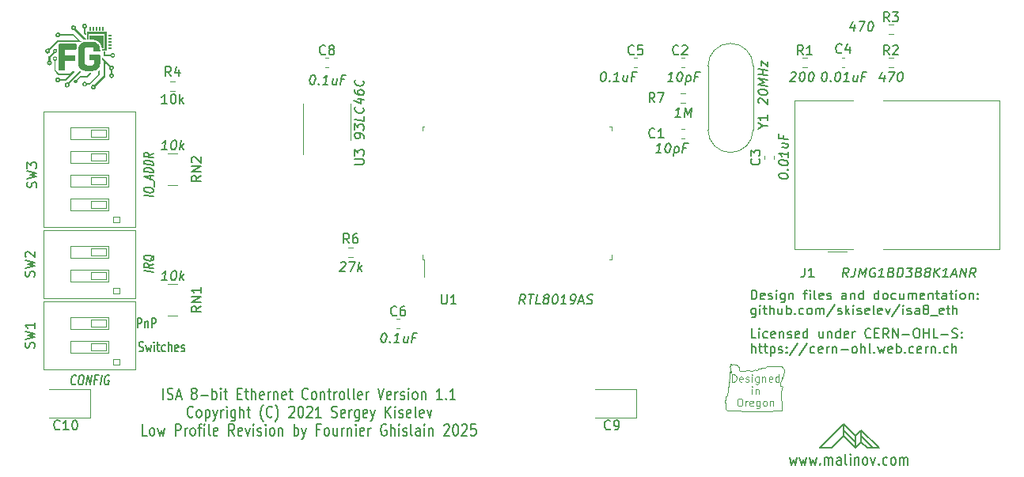
<source format=gto>
%TF.GenerationSoftware,KiCad,Pcbnew,9.0.2*%
%TF.CreationDate,2025-07-06T12:10:31+02:00*%
%TF.ProjectId,ISA8_Ethernet,49534138-5f45-4746-9865-726e65742e6b,1.1*%
%TF.SameCoordinates,Original*%
%TF.FileFunction,Legend,Top*%
%TF.FilePolarity,Positive*%
%FSLAX46Y46*%
G04 Gerber Fmt 4.6, Leading zero omitted, Abs format (unit mm)*
G04 Created by KiCad (PCBNEW 9.0.2) date 2025-07-06 12:10:31*
%MOMM*%
%LPD*%
G01*
G04 APERTURE LIST*
%ADD10C,0.150000*%
%ADD11C,0.000000*%
%ADD12C,0.120000*%
G04 APERTURE END LIST*
D10*
X191770000Y-121920000D02*
X193675000Y-123825000D01*
X189865000Y-122555000D02*
X188595000Y-123825000D01*
X187325000Y-123825000D02*
X189865000Y-121285000D01*
X189865000Y-121285000D02*
X191135000Y-122555000D01*
X192405000Y-123825000D02*
X191770000Y-123190000D01*
X191770000Y-123190000D02*
X191135000Y-123825000D01*
X189865000Y-121285000D02*
X189865000Y-122555000D01*
X193675000Y-123825000D02*
X192405000Y-123825000D01*
X191135000Y-123825000D02*
X189865000Y-122555000D01*
X188595000Y-123825000D02*
X187325000Y-123825000D01*
X191135000Y-122555000D02*
X191770000Y-121920000D01*
X189865000Y-121920000D02*
X191135000Y-123190000D01*
X191135000Y-122555000D02*
X191135000Y-123825000D01*
X191770000Y-122555000D02*
X193040000Y-123825000D01*
X191770000Y-121920000D02*
X191770000Y-123190000D01*
D11*
G36*
X105543169Y-81099193D02*
G01*
X105554870Y-81100082D01*
X105566401Y-81101546D01*
X105577747Y-81103570D01*
X105588893Y-81106140D01*
X105599824Y-81109242D01*
X105610528Y-81112861D01*
X105620988Y-81116982D01*
X105631192Y-81121592D01*
X105641123Y-81126675D01*
X105650768Y-81132218D01*
X105660113Y-81138205D01*
X105669142Y-81144623D01*
X105677842Y-81151456D01*
X105686198Y-81158691D01*
X105694195Y-81166313D01*
X105701820Y-81174307D01*
X105709057Y-81182659D01*
X105715893Y-81191355D01*
X105722312Y-81200379D01*
X105728301Y-81209719D01*
X105733845Y-81219358D01*
X105738930Y-81229284D01*
X105743540Y-81239480D01*
X105747662Y-81249933D01*
X105751282Y-81260629D01*
X105754384Y-81271552D01*
X105756954Y-81282689D01*
X105758979Y-81294025D01*
X105760443Y-81305545D01*
X105761331Y-81317235D01*
X105761631Y-81329081D01*
X105761331Y-81340927D01*
X105760443Y-81352617D01*
X105758979Y-81364137D01*
X105756954Y-81375473D01*
X105754384Y-81386609D01*
X105751282Y-81397533D01*
X105747662Y-81408228D01*
X105743540Y-81418682D01*
X105738930Y-81428878D01*
X105733845Y-81438803D01*
X105728301Y-81448443D01*
X105722313Y-81457782D01*
X105715893Y-81466807D01*
X105709057Y-81475503D01*
X105701820Y-81483855D01*
X105694195Y-81491849D01*
X105686198Y-81499471D01*
X105677842Y-81506706D01*
X105669142Y-81513539D01*
X105660113Y-81519957D01*
X105650768Y-81525944D01*
X105641123Y-81531487D01*
X105631192Y-81536570D01*
X105620989Y-81541179D01*
X105610528Y-81545301D01*
X105599825Y-81548920D01*
X105588893Y-81552022D01*
X105577747Y-81554592D01*
X105566401Y-81556616D01*
X105554870Y-81558080D01*
X105543169Y-81558969D01*
X105531311Y-81559268D01*
X105522674Y-81559108D01*
X105514126Y-81558632D01*
X105505671Y-81557845D01*
X105497312Y-81556755D01*
X105489053Y-81555367D01*
X105480896Y-81553687D01*
X105472844Y-81551722D01*
X105464901Y-81549479D01*
X105030587Y-81982734D01*
X105029068Y-81984307D01*
X105027638Y-81985947D01*
X105026297Y-81987651D01*
X105025048Y-81989414D01*
X105023891Y-81991234D01*
X105022830Y-81993105D01*
X105021864Y-81995025D01*
X105020996Y-81996988D01*
X105020228Y-81998992D01*
X105019560Y-82001032D01*
X105018994Y-82003105D01*
X105018532Y-82005207D01*
X105018176Y-82007333D01*
X105017927Y-82009481D01*
X105017786Y-82011645D01*
X105017755Y-82013822D01*
X105018946Y-82361882D01*
X105037525Y-82369302D01*
X105055367Y-82378075D01*
X105072409Y-82388137D01*
X105088587Y-82399426D01*
X105103837Y-82411876D01*
X105118095Y-82425424D01*
X105131299Y-82440007D01*
X105143383Y-82455561D01*
X105154284Y-82472021D01*
X105163938Y-82489325D01*
X105172282Y-82507408D01*
X105179252Y-82526206D01*
X105184784Y-82545657D01*
X105188815Y-82565696D01*
X105191280Y-82586259D01*
X105191905Y-82596717D01*
X105192115Y-82607282D01*
X105191777Y-82620693D01*
X105190773Y-82633927D01*
X105189119Y-82646968D01*
X105186832Y-82659800D01*
X105183928Y-82672405D01*
X105180423Y-82684769D01*
X105176334Y-82696874D01*
X105171676Y-82708705D01*
X105166467Y-82720244D01*
X105160722Y-82731476D01*
X105154458Y-82742385D01*
X105147690Y-82752953D01*
X105140436Y-82763165D01*
X105132711Y-82773004D01*
X105124532Y-82782454D01*
X105115915Y-82791499D01*
X105106877Y-82800122D01*
X105097433Y-82808307D01*
X105087600Y-82816038D01*
X105077394Y-82823298D01*
X105066831Y-82830071D01*
X105055928Y-82836341D01*
X105044702Y-82842091D01*
X105033167Y-82847305D01*
X105021341Y-82851967D01*
X105009240Y-82856060D01*
X104996880Y-82859569D01*
X104984277Y-82862476D01*
X104971448Y-82864765D01*
X104958409Y-82866421D01*
X104945176Y-82867426D01*
X104931765Y-82867765D01*
X104918355Y-82867426D01*
X104905121Y-82866421D01*
X104892080Y-82864765D01*
X104879248Y-82862476D01*
X104866643Y-82859569D01*
X104854279Y-82856060D01*
X104842174Y-82851967D01*
X104830343Y-82847305D01*
X104818804Y-82842091D01*
X104807572Y-82836341D01*
X104796664Y-82830071D01*
X104786095Y-82823298D01*
X104775883Y-82816038D01*
X104766044Y-82808307D01*
X104756594Y-82800122D01*
X104747549Y-82791499D01*
X104738926Y-82782454D01*
X104730741Y-82773004D01*
X104723010Y-82763165D01*
X104715750Y-82752953D01*
X104708977Y-82742385D01*
X104702707Y-82731476D01*
X104696957Y-82720244D01*
X104691743Y-82708705D01*
X104687081Y-82696874D01*
X104682988Y-82684769D01*
X104679479Y-82672405D01*
X104676572Y-82659800D01*
X104674283Y-82646968D01*
X104672627Y-82633927D01*
X104671622Y-82620693D01*
X104671283Y-82607282D01*
X104671463Y-82598287D01*
X104834399Y-82598287D01*
X104834534Y-82603600D01*
X104834934Y-82608844D01*
X104835594Y-82614011D01*
X104836505Y-82619097D01*
X104837663Y-82624093D01*
X104839060Y-82628995D01*
X104840689Y-82633794D01*
X104842545Y-82638485D01*
X104844620Y-82643061D01*
X104846909Y-82647516D01*
X104849403Y-82651842D01*
X104852098Y-82656035D01*
X104854986Y-82660086D01*
X104858060Y-82663989D01*
X104861315Y-82667739D01*
X104864743Y-82671328D01*
X104868339Y-82674751D01*
X104872094Y-82677999D01*
X104876004Y-82681068D01*
X104880061Y-82683950D01*
X104884259Y-82686638D01*
X104888591Y-82689128D01*
X104893051Y-82691411D01*
X104897632Y-82693481D01*
X104902328Y-82695332D01*
X104907131Y-82696958D01*
X104912036Y-82698351D01*
X104917035Y-82699506D01*
X104922123Y-82700415D01*
X104927293Y-82701073D01*
X104932538Y-82701472D01*
X104937851Y-82701607D01*
X104943164Y-82701472D01*
X104948407Y-82701073D01*
X104953575Y-82700415D01*
X104958661Y-82699506D01*
X104963657Y-82698351D01*
X104968559Y-82696958D01*
X104973358Y-82695332D01*
X104978049Y-82693481D01*
X104982625Y-82691411D01*
X104987080Y-82689128D01*
X104991406Y-82686638D01*
X104995599Y-82683950D01*
X104999650Y-82681068D01*
X105003554Y-82677999D01*
X105007303Y-82674751D01*
X105010892Y-82671328D01*
X105014315Y-82667739D01*
X105017563Y-82663989D01*
X105020632Y-82660086D01*
X105023514Y-82656035D01*
X105026202Y-82651842D01*
X105028692Y-82647516D01*
X105030975Y-82643061D01*
X105033045Y-82638485D01*
X105034896Y-82633794D01*
X105036522Y-82628995D01*
X105037915Y-82624093D01*
X105039070Y-82619097D01*
X105039979Y-82614011D01*
X105040637Y-82608844D01*
X105041036Y-82603600D01*
X105041171Y-82598287D01*
X105041037Y-82592962D01*
X105040638Y-82587707D01*
X105039982Y-82582529D01*
X105039075Y-82577433D01*
X105037923Y-82572428D01*
X105036533Y-82567518D01*
X105034911Y-82562711D01*
X105033064Y-82558012D01*
X105030997Y-82553430D01*
X105028718Y-82548969D01*
X105026233Y-82544637D01*
X105023549Y-82540439D01*
X105020671Y-82536383D01*
X105017606Y-82532475D01*
X105014361Y-82528722D01*
X105010942Y-82525130D01*
X105007356Y-82521704D01*
X105003608Y-82518453D01*
X104999707Y-82515383D01*
X104995657Y-82512499D01*
X104991465Y-82509808D01*
X104987138Y-82507318D01*
X104982683Y-82505034D01*
X104978105Y-82502962D01*
X104973411Y-82501111D01*
X104968608Y-82499484D01*
X104963702Y-82498091D01*
X104958699Y-82496936D01*
X104953606Y-82496026D01*
X104948429Y-82495369D01*
X104943175Y-82494969D01*
X104937851Y-82494835D01*
X104932526Y-82494970D01*
X104927271Y-82495370D01*
X104922093Y-82496030D01*
X104916997Y-82496941D01*
X104911992Y-82498099D01*
X104907082Y-82499496D01*
X104902275Y-82501125D01*
X104897576Y-82502981D01*
X104892994Y-82505056D01*
X104888533Y-82507344D01*
X104884201Y-82509839D01*
X104880003Y-82512534D01*
X104875947Y-82515422D01*
X104872040Y-82518496D01*
X104868286Y-82521751D01*
X104864694Y-82525179D01*
X104861269Y-82528775D01*
X104858017Y-82532530D01*
X104854947Y-82536440D01*
X104852063Y-82540497D01*
X104849372Y-82544695D01*
X104846882Y-82549027D01*
X104844598Y-82553487D01*
X104842527Y-82558068D01*
X104840675Y-82562764D01*
X104839049Y-82567567D01*
X104837655Y-82572472D01*
X104836500Y-82577471D01*
X104835590Y-82582559D01*
X104834933Y-82587729D01*
X104834533Y-82592974D01*
X104834399Y-82598287D01*
X104671463Y-82598287D01*
X104671494Y-82596704D01*
X104672122Y-82586233D01*
X104673159Y-82575875D01*
X104674596Y-82565641D01*
X104676426Y-82555538D01*
X104678641Y-82545573D01*
X104681233Y-82535755D01*
X104684194Y-82526093D01*
X104687516Y-82516593D01*
X104691190Y-82507265D01*
X104695209Y-82498116D01*
X104699565Y-82489155D01*
X104704250Y-82480389D01*
X104709256Y-82471827D01*
X104714575Y-82463476D01*
X104720198Y-82455346D01*
X104726118Y-82447443D01*
X104732328Y-82439776D01*
X104738818Y-82432353D01*
X104745581Y-82425183D01*
X104752609Y-82418272D01*
X104759894Y-82411630D01*
X104767428Y-82405265D01*
X104775202Y-82399184D01*
X104783210Y-82393395D01*
X104791443Y-82387908D01*
X104799892Y-82382729D01*
X104808551Y-82377867D01*
X104817410Y-82373330D01*
X104826463Y-82369126D01*
X104835700Y-82365263D01*
X104845114Y-82361749D01*
X104845114Y-81938416D01*
X104845168Y-81936263D01*
X104845329Y-81934124D01*
X104845595Y-81932001D01*
X104845964Y-81929898D01*
X104846435Y-81927819D01*
X104847005Y-81925768D01*
X104847673Y-81923748D01*
X104848438Y-81921764D01*
X104849298Y-81919818D01*
X104850250Y-81917915D01*
X104851293Y-81916058D01*
X104852426Y-81914250D01*
X104853646Y-81912496D01*
X104854952Y-81910800D01*
X104856342Y-81909164D01*
X104857814Y-81907592D01*
X105327053Y-81435046D01*
X105324015Y-81429044D01*
X105321153Y-81422945D01*
X105318470Y-81416753D01*
X105315969Y-81410471D01*
X105313653Y-81404101D01*
X105311524Y-81397646D01*
X105309584Y-81391110D01*
X105307838Y-81384494D01*
X105306286Y-81377803D01*
X105304933Y-81371039D01*
X105303780Y-81364204D01*
X105302831Y-81357302D01*
X105302088Y-81350336D01*
X105301554Y-81343308D01*
X105301304Y-81337812D01*
X105424684Y-81337812D01*
X105424819Y-81343125D01*
X105425218Y-81348369D01*
X105425876Y-81353536D01*
X105426785Y-81358622D01*
X105427940Y-81363619D01*
X105429334Y-81368520D01*
X105430960Y-81373319D01*
X105432812Y-81378010D01*
X105434883Y-81382586D01*
X105437167Y-81387041D01*
X105439658Y-81391367D01*
X105442348Y-81395560D01*
X105445232Y-81399611D01*
X105448303Y-81403515D01*
X105451554Y-81407264D01*
X105454979Y-81410854D01*
X105458572Y-81414276D01*
X105462325Y-81417524D01*
X105466233Y-81420593D01*
X105470289Y-81423475D01*
X105474486Y-81426164D01*
X105478818Y-81428653D01*
X105483279Y-81430936D01*
X105487862Y-81433006D01*
X105492560Y-81434857D01*
X105497367Y-81436483D01*
X105502277Y-81437876D01*
X105507283Y-81439031D01*
X105512378Y-81439940D01*
X105517557Y-81440598D01*
X105522811Y-81440997D01*
X105528136Y-81441132D01*
X105533449Y-81440998D01*
X105538693Y-81440599D01*
X105543861Y-81439943D01*
X105548946Y-81439036D01*
X105553943Y-81437885D01*
X105558844Y-81436494D01*
X105563643Y-81434872D01*
X105568334Y-81433025D01*
X105572910Y-81430958D01*
X105577365Y-81428679D01*
X105581692Y-81426194D01*
X105585884Y-81423510D01*
X105589935Y-81420632D01*
X105593839Y-81417567D01*
X105597589Y-81414322D01*
X105601178Y-81410903D01*
X105604600Y-81407317D01*
X105607849Y-81403570D01*
X105610917Y-81399668D01*
X105613799Y-81395618D01*
X105616488Y-81391426D01*
X105618977Y-81387100D01*
X105621260Y-81382644D01*
X105623330Y-81378066D01*
X105625182Y-81373372D01*
X105626807Y-81368569D01*
X105628201Y-81363663D01*
X105629355Y-81358660D01*
X105630265Y-81353567D01*
X105630922Y-81348390D01*
X105631322Y-81343137D01*
X105631456Y-81337812D01*
X105631322Y-81332487D01*
X105630924Y-81327232D01*
X105630268Y-81322054D01*
X105629361Y-81316959D01*
X105628209Y-81311953D01*
X105626819Y-81307043D01*
X105625197Y-81302236D01*
X105623349Y-81297537D01*
X105621283Y-81292955D01*
X105619004Y-81288494D01*
X105616519Y-81284162D01*
X105613834Y-81279964D01*
X105610956Y-81275909D01*
X105607891Y-81272001D01*
X105604646Y-81268247D01*
X105601227Y-81264655D01*
X105597641Y-81261230D01*
X105593894Y-81257979D01*
X105589992Y-81254908D01*
X105585942Y-81252024D01*
X105581751Y-81249334D01*
X105577424Y-81246843D01*
X105572968Y-81244559D01*
X105568390Y-81242488D01*
X105563696Y-81240636D01*
X105558893Y-81239010D01*
X105553987Y-81237616D01*
X105548984Y-81236461D01*
X105543891Y-81235552D01*
X105538715Y-81234894D01*
X105533461Y-81234495D01*
X105528136Y-81234360D01*
X105522811Y-81234495D01*
X105517557Y-81234895D01*
X105512378Y-81235555D01*
X105507283Y-81236467D01*
X105502277Y-81237624D01*
X105497367Y-81239021D01*
X105492560Y-81240651D01*
X105487862Y-81242506D01*
X105483279Y-81244582D01*
X105478818Y-81246870D01*
X105474486Y-81249364D01*
X105470289Y-81252059D01*
X105466233Y-81254947D01*
X105462325Y-81258021D01*
X105458572Y-81261276D01*
X105454979Y-81264704D01*
X105451554Y-81268300D01*
X105448303Y-81272056D01*
X105445232Y-81275966D01*
X105442348Y-81280023D01*
X105439658Y-81284221D01*
X105437167Y-81288553D01*
X105434883Y-81293013D01*
X105432812Y-81297593D01*
X105430960Y-81302289D01*
X105429334Y-81307092D01*
X105427940Y-81311997D01*
X105426785Y-81316997D01*
X105425876Y-81322084D01*
X105425218Y-81327254D01*
X105424819Y-81332499D01*
X105424684Y-81337812D01*
X105301304Y-81337812D01*
X105301232Y-81336222D01*
X105301124Y-81329081D01*
X105301423Y-81317235D01*
X105302312Y-81305545D01*
X105303776Y-81294025D01*
X105305800Y-81282689D01*
X105308371Y-81271552D01*
X105311472Y-81260629D01*
X105315091Y-81249933D01*
X105319213Y-81239480D01*
X105323822Y-81229283D01*
X105328906Y-81219358D01*
X105334448Y-81209719D01*
X105340435Y-81200379D01*
X105346853Y-81191354D01*
X105353686Y-81182659D01*
X105360921Y-81174307D01*
X105368543Y-81166312D01*
X105376537Y-81158691D01*
X105384889Y-81151456D01*
X105393585Y-81144622D01*
X105402610Y-81138205D01*
X105411949Y-81132217D01*
X105421589Y-81126675D01*
X105431514Y-81121592D01*
X105441711Y-81116982D01*
X105452164Y-81112861D01*
X105462859Y-81109242D01*
X105473783Y-81106140D01*
X105484920Y-81103570D01*
X105496255Y-81101545D01*
X105507775Y-81100082D01*
X105519466Y-81099193D01*
X105531311Y-81098893D01*
X105543169Y-81099193D01*
G37*
D12*
X183347595Y-116347010D02*
X183342995Y-116349075D01*
X182995795Y-115063165D02*
X182995795Y-115081705D01*
X178774040Y-115584130D02*
X178699970Y-115509710D01*
D11*
G36*
X110965889Y-79279092D02*
G01*
X110978699Y-79280641D01*
X110990558Y-79283141D01*
X111001504Y-79286524D01*
X111011572Y-79290721D01*
X111020797Y-79295664D01*
X111029217Y-79301286D01*
X111036866Y-79307519D01*
X111043782Y-79314296D01*
X111049998Y-79321547D01*
X111055553Y-79329205D01*
X111060481Y-79337203D01*
X111064818Y-79345472D01*
X111068601Y-79353945D01*
X111071865Y-79362554D01*
X111074646Y-79371230D01*
X111076980Y-79379907D01*
X111078904Y-79388516D01*
X111081661Y-79405258D01*
X111083206Y-79420914D01*
X111083826Y-79434941D01*
X111083808Y-79446797D01*
X111083439Y-79455937D01*
X111082799Y-79463901D01*
X111082799Y-81174829D01*
X111082734Y-81185337D01*
X111082021Y-81195337D01*
X111080704Y-81204842D01*
X111078825Y-81213863D01*
X111076427Y-81222410D01*
X111073551Y-81230496D01*
X111070241Y-81238131D01*
X111066539Y-81245328D01*
X111062488Y-81252097D01*
X111058130Y-81258450D01*
X111053509Y-81264398D01*
X111048666Y-81269953D01*
X111043644Y-81275126D01*
X111038486Y-81279929D01*
X111033234Y-81284372D01*
X111027931Y-81288467D01*
X111022619Y-81292226D01*
X111017342Y-81295660D01*
X111007059Y-81301599D01*
X110997424Y-81306374D01*
X110988777Y-81310076D01*
X110981458Y-81312798D01*
X110975808Y-81314629D01*
X110970880Y-81315984D01*
X110569507Y-81321672D01*
X110570962Y-81169140D01*
X110773500Y-81163452D01*
X110779590Y-81162416D01*
X110785316Y-81160920D01*
X110790689Y-81158994D01*
X110795721Y-81156672D01*
X110800422Y-81153986D01*
X110804804Y-81150968D01*
X110808878Y-81147651D01*
X110812655Y-81144067D01*
X110816146Y-81140248D01*
X110819363Y-81136228D01*
X110822317Y-81132037D01*
X110825018Y-81127710D01*
X110827479Y-81123277D01*
X110829710Y-81118772D01*
X110831723Y-81114228D01*
X110833528Y-81109675D01*
X110836561Y-81100677D01*
X110838900Y-81092038D01*
X110840633Y-81084016D01*
X110841850Y-81076871D01*
X110843095Y-81066250D01*
X110843351Y-81062249D01*
X110837662Y-79654930D01*
X110837389Y-79645711D01*
X110836594Y-79637019D01*
X110835311Y-79628839D01*
X110833575Y-79621155D01*
X110831421Y-79613953D01*
X110828884Y-79607216D01*
X110825999Y-79600930D01*
X110822800Y-79595078D01*
X110819322Y-79589646D01*
X110815601Y-79584618D01*
X110811671Y-79579979D01*
X110807566Y-79575714D01*
X110803322Y-79571806D01*
X110798974Y-79568241D01*
X110794556Y-79565003D01*
X110790103Y-79562078D01*
X110785650Y-79559448D01*
X110781232Y-79557100D01*
X110772640Y-79553185D01*
X110764605Y-79550211D01*
X110757406Y-79548053D01*
X110751322Y-79546588D01*
X110746631Y-79545695D01*
X110742544Y-79545128D01*
X109194996Y-79545128D01*
X109186227Y-79545241D01*
X109178062Y-79545833D01*
X109170479Y-79546871D01*
X109163459Y-79548325D01*
X109156978Y-79550163D01*
X109151016Y-79552352D01*
X109145551Y-79554862D01*
X109140562Y-79557660D01*
X109136028Y-79560716D01*
X109131927Y-79563997D01*
X109128238Y-79567472D01*
X109124940Y-79571110D01*
X109122011Y-79574878D01*
X109119429Y-79578745D01*
X109117174Y-79582680D01*
X109115224Y-79586651D01*
X109113558Y-79590626D01*
X109112154Y-79594573D01*
X109110991Y-79598462D01*
X109110048Y-79602260D01*
X109108735Y-79609458D01*
X109108043Y-79615914D01*
X109107803Y-79621376D01*
X109107843Y-79625590D01*
X109108081Y-79629265D01*
X109108081Y-80101282D01*
X108941261Y-80101282D01*
X108941129Y-80101282D01*
X108934646Y-79380689D01*
X108935041Y-79373005D01*
X108936050Y-79365699D01*
X108937632Y-79358760D01*
X108939746Y-79352182D01*
X108942350Y-79345955D01*
X108945404Y-79340070D01*
X108948866Y-79334518D01*
X108952696Y-79329292D01*
X108956852Y-79324381D01*
X108961293Y-79319778D01*
X108965979Y-79315473D01*
X108970867Y-79311459D01*
X108975918Y-79307725D01*
X108981090Y-79304263D01*
X108986341Y-79301066D01*
X108991631Y-79298123D01*
X109002163Y-79292966D01*
X109012358Y-79288725D01*
X109021885Y-79285327D01*
X109030417Y-79282704D01*
X109043182Y-79279503D01*
X109048021Y-79278560D01*
X110952094Y-79278560D01*
X110965889Y-79279092D01*
G37*
D12*
X177329787Y-118263385D02*
X177311252Y-118281990D01*
X177440857Y-119807685D02*
X177459392Y-119826287D01*
X180755310Y-115379500D02*
X180755310Y-115379500D01*
X179829480Y-115509710D02*
X179681345Y-115491050D01*
X183343695Y-116230366D02*
X183386045Y-116158840D01*
X177514926Y-117835435D02*
X177459392Y-117928515D01*
X177255718Y-119026266D02*
X177292719Y-119137820D01*
X183303595Y-116356255D02*
X183294195Y-116348810D01*
D11*
G36*
X111524388Y-79762392D02*
G01*
X111523396Y-79762460D01*
X111522403Y-79762516D01*
X111521411Y-79762559D01*
X111520419Y-79762590D01*
X111519427Y-79762609D01*
X111518435Y-79762615D01*
X111517542Y-79762609D01*
X111516649Y-79762593D01*
X111514863Y-79762533D01*
X111513077Y-79762448D01*
X111511292Y-79762351D01*
X111524897Y-79762351D01*
X111524388Y-79762392D01*
G37*
D12*
X177607530Y-116979615D02*
X177588995Y-117184240D01*
D11*
G36*
X110607087Y-79651103D02*
G01*
X110615716Y-79651835D01*
X110625928Y-79653299D01*
X110637330Y-79655726D01*
X110643354Y-79657374D01*
X110649528Y-79659350D01*
X110655802Y-79661684D01*
X110662127Y-79664405D01*
X110668454Y-79667542D01*
X110674734Y-79671123D01*
X110680918Y-79675179D01*
X110686955Y-79679738D01*
X110692798Y-79684830D01*
X110698396Y-79690483D01*
X110703701Y-79696727D01*
X110708663Y-79703590D01*
X110713233Y-79711103D01*
X110717361Y-79719294D01*
X110720999Y-79728192D01*
X110724098Y-79737826D01*
X110726607Y-79748226D01*
X110728478Y-79759421D01*
X110729661Y-79771440D01*
X110730108Y-79784311D01*
X110729447Y-81034070D01*
X110539741Y-81034070D01*
X110536361Y-80990877D01*
X110529386Y-80941495D01*
X110516445Y-80877685D01*
X110495704Y-80802521D01*
X110465331Y-80719076D01*
X110445960Y-80675208D01*
X110423493Y-80630421D01*
X110397702Y-80585101D01*
X110368357Y-80539630D01*
X110335229Y-80494394D01*
X110298090Y-80449776D01*
X110256709Y-80406160D01*
X110210859Y-80363930D01*
X110160310Y-80323471D01*
X110104832Y-80285167D01*
X110044197Y-80249401D01*
X109978175Y-80216558D01*
X109906538Y-80187021D01*
X109829056Y-80161175D01*
X109745501Y-80139405D01*
X109655643Y-80122093D01*
X109559252Y-80109625D01*
X109456101Y-80102383D01*
X109345959Y-80100753D01*
X109228598Y-80105118D01*
X109228598Y-80104986D01*
X109228598Y-79723589D01*
X109228063Y-79720558D01*
X109227691Y-79717085D01*
X109227513Y-79712586D01*
X109227729Y-79707273D01*
X109228046Y-79704377D01*
X109228536Y-79701356D01*
X109229223Y-79698236D01*
X109230132Y-79695044D01*
X109231288Y-79691806D01*
X109232716Y-79688548D01*
X109234440Y-79685297D01*
X109236486Y-79682079D01*
X109238878Y-79678920D01*
X109241640Y-79675847D01*
X109244798Y-79672885D01*
X109248377Y-79670061D01*
X109252401Y-79667401D01*
X109256894Y-79664932D01*
X109261883Y-79662680D01*
X109267391Y-79660671D01*
X109273443Y-79658931D01*
X109280064Y-79657488D01*
X109287279Y-79656366D01*
X109295113Y-79655592D01*
X109303590Y-79655193D01*
X109312736Y-79655194D01*
X110594642Y-79650961D01*
X110600436Y-79650869D01*
X110607087Y-79651103D01*
G37*
G36*
X110331417Y-78758500D02*
G01*
X110335759Y-78758830D01*
X110340038Y-78759373D01*
X110344248Y-78760124D01*
X110348384Y-78761078D01*
X110352441Y-78762229D01*
X110356413Y-78763572D01*
X110360294Y-78765101D01*
X110364080Y-78766811D01*
X110367765Y-78768698D01*
X110371344Y-78770755D01*
X110374811Y-78772977D01*
X110378162Y-78775358D01*
X110381390Y-78777895D01*
X110384490Y-78780580D01*
X110387457Y-78783409D01*
X110390286Y-78786376D01*
X110392971Y-78789477D01*
X110395508Y-78792705D01*
X110397889Y-78796055D01*
X110400111Y-78799522D01*
X110402168Y-78803101D01*
X110404055Y-78806786D01*
X110405765Y-78810572D01*
X110407294Y-78814454D01*
X110408637Y-78818425D01*
X110409788Y-78822482D01*
X110410742Y-78826618D01*
X110411493Y-78830828D01*
X110412036Y-78835107D01*
X110412366Y-78839449D01*
X110412477Y-78843850D01*
X110412473Y-78845336D01*
X110412463Y-78846075D01*
X110412444Y-78846810D01*
X110412412Y-78847538D01*
X110412365Y-78848259D01*
X110412300Y-78848970D01*
X110412212Y-78849670D01*
X110412212Y-79155397D01*
X110241688Y-79155397D01*
X110241688Y-78849670D01*
X110241591Y-78848259D01*
X110241506Y-78846810D01*
X110241473Y-78846075D01*
X110241446Y-78845336D01*
X110241430Y-78844594D01*
X110241424Y-78843850D01*
X110241535Y-78839449D01*
X110241866Y-78835107D01*
X110242411Y-78830828D01*
X110243165Y-78826618D01*
X110244121Y-78822482D01*
X110245276Y-78818425D01*
X110246622Y-78814454D01*
X110248156Y-78810572D01*
X110249872Y-78806786D01*
X110251763Y-78803101D01*
X110253825Y-78799522D01*
X110256053Y-78796055D01*
X110258441Y-78792705D01*
X110260983Y-78789477D01*
X110263674Y-78786376D01*
X110266510Y-78783409D01*
X110269483Y-78780580D01*
X110272590Y-78777895D01*
X110275824Y-78775358D01*
X110279180Y-78772977D01*
X110282653Y-78770755D01*
X110286237Y-78768698D01*
X110289927Y-78766811D01*
X110293718Y-78765101D01*
X110297604Y-78763572D01*
X110301580Y-78762229D01*
X110305640Y-78761078D01*
X110309779Y-78760124D01*
X110313992Y-78759373D01*
X110318272Y-78758830D01*
X110322616Y-78758500D01*
X110327016Y-78758389D01*
X110331417Y-78758500D01*
G37*
D12*
X183317295Y-116356801D02*
X183303595Y-116356255D01*
X178662970Y-119863494D02*
X179292535Y-119882098D01*
X177755670Y-115435310D02*
X177811205Y-115528320D01*
X181847755Y-119882098D02*
X182662495Y-119863494D01*
X177292719Y-119137820D02*
X177255718Y-119286715D01*
X177644530Y-116700551D02*
X177681600Y-116774895D01*
X183106895Y-116886585D02*
X183217995Y-116626075D01*
X183477195Y-115863250D02*
X183483145Y-115830455D01*
D11*
G36*
X109645485Y-78757045D02*
G01*
X109649827Y-78757375D01*
X109654106Y-78757918D01*
X109658316Y-78758669D01*
X109662452Y-78759623D01*
X109666508Y-78760774D01*
X109670480Y-78762116D01*
X109674362Y-78763646D01*
X109678148Y-78765356D01*
X109681833Y-78767243D01*
X109685412Y-78769300D01*
X109688879Y-78771521D01*
X109692229Y-78773903D01*
X109695457Y-78776439D01*
X109698558Y-78779125D01*
X109701525Y-78781954D01*
X109704354Y-78784921D01*
X109707039Y-78788021D01*
X109709575Y-78791249D01*
X109711957Y-78794600D01*
X109714179Y-78798067D01*
X109716236Y-78801646D01*
X109718122Y-78805331D01*
X109719833Y-78809117D01*
X109721362Y-78812998D01*
X109722705Y-78816970D01*
X109723856Y-78821027D01*
X109724810Y-78825163D01*
X109725561Y-78829373D01*
X109726104Y-78833652D01*
X109726433Y-78837994D01*
X109726545Y-78842394D01*
X109726539Y-78843138D01*
X109726522Y-78843881D01*
X109726462Y-78845354D01*
X109726377Y-78846803D01*
X109726280Y-78848215D01*
X109726280Y-79155397D01*
X109555888Y-79155397D01*
X109555888Y-78848215D01*
X109555791Y-78846803D01*
X109555707Y-78845354D01*
X109555673Y-78844620D01*
X109555647Y-78843881D01*
X109555630Y-78843138D01*
X109555624Y-78842394D01*
X109555735Y-78837994D01*
X109556065Y-78833652D01*
X109556608Y-78829373D01*
X109557359Y-78825163D01*
X109558313Y-78821027D01*
X109559464Y-78816970D01*
X109560806Y-78812998D01*
X109562336Y-78809117D01*
X109564046Y-78805331D01*
X109565933Y-78801646D01*
X109567990Y-78798067D01*
X109570212Y-78794600D01*
X109572593Y-78791249D01*
X109575129Y-78788021D01*
X109577815Y-78784921D01*
X109580644Y-78781954D01*
X109583611Y-78779125D01*
X109586711Y-78776439D01*
X109589939Y-78773903D01*
X109593290Y-78771521D01*
X109596757Y-78769300D01*
X109600336Y-78767243D01*
X109604021Y-78765356D01*
X109607807Y-78763646D01*
X109611688Y-78762116D01*
X109615660Y-78760774D01*
X109619717Y-78759623D01*
X109623853Y-78758669D01*
X109628063Y-78757918D01*
X109632342Y-78757375D01*
X109636684Y-78757045D01*
X109641084Y-78756934D01*
X109645485Y-78757045D01*
G37*
G36*
X108707551Y-78422046D02*
G01*
X108720785Y-78423052D01*
X108733826Y-78424710D01*
X108746657Y-78427002D01*
X108759263Y-78429911D01*
X108771627Y-78433423D01*
X108783732Y-78437520D01*
X108795563Y-78442185D01*
X108807102Y-78447404D01*
X108818334Y-78453158D01*
X108829242Y-78459432D01*
X108839811Y-78466209D01*
X108850022Y-78473473D01*
X108859862Y-78481208D01*
X108869312Y-78489396D01*
X108878357Y-78498023D01*
X108886980Y-78507070D01*
X108895165Y-78516523D01*
X108902895Y-78526364D01*
X108910156Y-78536577D01*
X108916929Y-78547146D01*
X108923199Y-78558054D01*
X108928949Y-78569285D01*
X108934163Y-78580823D01*
X108938825Y-78592651D01*
X108942918Y-78604752D01*
X108946426Y-78617111D01*
X108949334Y-78629710D01*
X108951623Y-78642534D01*
X108953279Y-78655566D01*
X108954284Y-78668790D01*
X108954623Y-78682189D01*
X108954402Y-78693037D01*
X108953743Y-78703772D01*
X108952656Y-78714385D01*
X108951149Y-78724867D01*
X108949231Y-78735210D01*
X108946910Y-78745406D01*
X108944195Y-78755446D01*
X108941094Y-78765320D01*
X108937617Y-78775021D01*
X108933771Y-78784540D01*
X108929565Y-78793869D01*
X108925009Y-78802998D01*
X108920109Y-78811920D01*
X108914876Y-78820625D01*
X108909318Y-78829105D01*
X108903443Y-78837351D01*
X108897259Y-78845355D01*
X108890777Y-78853108D01*
X108884003Y-78860602D01*
X108876947Y-78867828D01*
X108869617Y-78874777D01*
X108862022Y-78881441D01*
X108854171Y-78887811D01*
X108846071Y-78893879D01*
X108837733Y-78899635D01*
X108829163Y-78905072D01*
X108820372Y-78910181D01*
X108811367Y-78914953D01*
X108802157Y-78919380D01*
X108792751Y-78923452D01*
X108783157Y-78927162D01*
X108773383Y-78930501D01*
X108780527Y-79371032D01*
X108780570Y-79371798D01*
X108780651Y-79372556D01*
X108780767Y-79373306D01*
X108780920Y-79374046D01*
X108781108Y-79374775D01*
X108781332Y-79375492D01*
X108781590Y-79376196D01*
X108781883Y-79376886D01*
X108782210Y-79377560D01*
X108782571Y-79378218D01*
X108782965Y-79378857D01*
X108783392Y-79379478D01*
X108783851Y-79380078D01*
X108784343Y-79380658D01*
X108784867Y-79381214D01*
X108785422Y-79381748D01*
X108835163Y-79427388D01*
X108835720Y-79427923D01*
X108836247Y-79428484D01*
X108836745Y-79429070D01*
X108837212Y-79429681D01*
X108837647Y-79430313D01*
X108838049Y-79430967D01*
X108838418Y-79431641D01*
X108838752Y-79432333D01*
X108839050Y-79433042D01*
X108839312Y-79433766D01*
X108839536Y-79434505D01*
X108839722Y-79435257D01*
X108839868Y-79436021D01*
X108839973Y-79436795D01*
X108840037Y-79437578D01*
X108840059Y-79438368D01*
X108840059Y-79629794D01*
X108840014Y-79630991D01*
X108839882Y-79632150D01*
X108839668Y-79633269D01*
X108839375Y-79634346D01*
X108839007Y-79635380D01*
X108838567Y-79636369D01*
X108838061Y-79637312D01*
X108837491Y-79638205D01*
X108836862Y-79639049D01*
X108836178Y-79639841D01*
X108835442Y-79640579D01*
X108834659Y-79641261D01*
X108833832Y-79641887D01*
X108832965Y-79642454D01*
X108832063Y-79642960D01*
X108831129Y-79643404D01*
X108830167Y-79643784D01*
X108829180Y-79644098D01*
X108828174Y-79644346D01*
X108827152Y-79644523D01*
X108826118Y-79644631D01*
X108825075Y-79644665D01*
X108824028Y-79644625D01*
X108822980Y-79644510D01*
X108821936Y-79644316D01*
X108820899Y-79644044D01*
X108819874Y-79643690D01*
X108818864Y-79643253D01*
X108817873Y-79642731D01*
X108816906Y-79642124D01*
X108815965Y-79641428D01*
X108815055Y-79640642D01*
X108612384Y-79453450D01*
X108611829Y-79452892D01*
X108611306Y-79452310D01*
X108610815Y-79451706D01*
X108610356Y-79451081D01*
X108609931Y-79450435D01*
X108609540Y-79449771D01*
X108609184Y-79449089D01*
X108608862Y-79448390D01*
X108608576Y-79447675D01*
X108608326Y-79446946D01*
X108608114Y-79446204D01*
X108607938Y-79445450D01*
X108607801Y-79444685D01*
X108607702Y-79443911D01*
X108607642Y-79443128D01*
X108607622Y-79442337D01*
X108611590Y-78929310D01*
X108592544Y-78922109D01*
X108574243Y-78913499D01*
X108556754Y-78903546D01*
X108540144Y-78892316D01*
X108524481Y-78879876D01*
X108509829Y-78866293D01*
X108496256Y-78851633D01*
X108483830Y-78835962D01*
X108472615Y-78819347D01*
X108462679Y-78801854D01*
X108454089Y-78783550D01*
X108446912Y-78764502D01*
X108441213Y-78744775D01*
X108437060Y-78724436D01*
X108434520Y-78703552D01*
X108433875Y-78692926D01*
X108433658Y-78682189D01*
X108433997Y-78668790D01*
X108434557Y-78661420D01*
X108598361Y-78661420D01*
X108598496Y-78666732D01*
X108598895Y-78671976D01*
X108599553Y-78677144D01*
X108600462Y-78682229D01*
X108601617Y-78687226D01*
X108603010Y-78692127D01*
X108604636Y-78696927D01*
X108606487Y-78701618D01*
X108608557Y-78706194D01*
X108610840Y-78710648D01*
X108613329Y-78714975D01*
X108616018Y-78719167D01*
X108618900Y-78723218D01*
X108621969Y-78727122D01*
X108625217Y-78730872D01*
X108628639Y-78734461D01*
X108632229Y-78737883D01*
X108635978Y-78741132D01*
X108639882Y-78744200D01*
X108643933Y-78747082D01*
X108648126Y-78749771D01*
X108652452Y-78752260D01*
X108656907Y-78754543D01*
X108661483Y-78756614D01*
X108666174Y-78758465D01*
X108670973Y-78760090D01*
X108675875Y-78761484D01*
X108680871Y-78762638D01*
X108685957Y-78763548D01*
X108691125Y-78764205D01*
X108696368Y-78764605D01*
X108701681Y-78764739D01*
X108707006Y-78764605D01*
X108712261Y-78764207D01*
X108717439Y-78763551D01*
X108722535Y-78762644D01*
X108727540Y-78761492D01*
X108732450Y-78760102D01*
X108737257Y-78758480D01*
X108741956Y-78756632D01*
X108746538Y-78754566D01*
X108750999Y-78752287D01*
X108755331Y-78749802D01*
X108759529Y-78747117D01*
X108763585Y-78744239D01*
X108767492Y-78741175D01*
X108771246Y-78737930D01*
X108774838Y-78734511D01*
X108778263Y-78730924D01*
X108781515Y-78727177D01*
X108784585Y-78723275D01*
X108787469Y-78719225D01*
X108790159Y-78715034D01*
X108792650Y-78710707D01*
X108794934Y-78706251D01*
X108797005Y-78701673D01*
X108798857Y-78696980D01*
X108800483Y-78692176D01*
X108801877Y-78687270D01*
X108803032Y-78682267D01*
X108803941Y-78677174D01*
X108804599Y-78671998D01*
X108804998Y-78666744D01*
X108805133Y-78661420D01*
X108804998Y-78656095D01*
X108804598Y-78650840D01*
X108803938Y-78645661D01*
X108803026Y-78640566D01*
X108801869Y-78635560D01*
X108800472Y-78630650D01*
X108798842Y-78625843D01*
X108796987Y-78621145D01*
X108794912Y-78616562D01*
X108792623Y-78612101D01*
X108790129Y-78607769D01*
X108787434Y-78603572D01*
X108784546Y-78599516D01*
X108781472Y-78595608D01*
X108778217Y-78591855D01*
X108774789Y-78588262D01*
X108771193Y-78584837D01*
X108767437Y-78581586D01*
X108763528Y-78578515D01*
X108759470Y-78575631D01*
X108755273Y-78572941D01*
X108750940Y-78570451D01*
X108746481Y-78568166D01*
X108741900Y-78566095D01*
X108737204Y-78564243D01*
X108732401Y-78562617D01*
X108727496Y-78561223D01*
X108722497Y-78560069D01*
X108717409Y-78559159D01*
X108712239Y-78558501D01*
X108706994Y-78558102D01*
X108701681Y-78557967D01*
X108696368Y-78558102D01*
X108691125Y-78558503D01*
X108685957Y-78559162D01*
X108680871Y-78560074D01*
X108675875Y-78561232D01*
X108670973Y-78562628D01*
X108666174Y-78564258D01*
X108661483Y-78566114D01*
X108656907Y-78568189D01*
X108652452Y-78570477D01*
X108648126Y-78572972D01*
X108643933Y-78575666D01*
X108639882Y-78578554D01*
X108635978Y-78581629D01*
X108632229Y-78584883D01*
X108628639Y-78588312D01*
X108625217Y-78591907D01*
X108621969Y-78595663D01*
X108618900Y-78599573D01*
X108616018Y-78603630D01*
X108613329Y-78607828D01*
X108610840Y-78612160D01*
X108608557Y-78616620D01*
X108606487Y-78621201D01*
X108604636Y-78625896D01*
X108603010Y-78630700D01*
X108601617Y-78635604D01*
X108600462Y-78640604D01*
X108599553Y-78645692D01*
X108598895Y-78650861D01*
X108598496Y-78656106D01*
X108598361Y-78661420D01*
X108434557Y-78661420D01*
X108435002Y-78655566D01*
X108436657Y-78642534D01*
X108438947Y-78629710D01*
X108441854Y-78617111D01*
X108445362Y-78604752D01*
X108449456Y-78592651D01*
X108454118Y-78580823D01*
X108459332Y-78569285D01*
X108465082Y-78558054D01*
X108471352Y-78547146D01*
X108478125Y-78536577D01*
X108485385Y-78526364D01*
X108493116Y-78516523D01*
X108501301Y-78507070D01*
X108509924Y-78498023D01*
X108518969Y-78489396D01*
X108528419Y-78481208D01*
X108538258Y-78473473D01*
X108548470Y-78466209D01*
X108559038Y-78459432D01*
X108569946Y-78453158D01*
X108581179Y-78447404D01*
X108592718Y-78442185D01*
X108604548Y-78437520D01*
X108616654Y-78433423D01*
X108629017Y-78429911D01*
X108641623Y-78427002D01*
X108654454Y-78424710D01*
X108667495Y-78423052D01*
X108680729Y-78422046D01*
X108694140Y-78421707D01*
X108707551Y-78422046D01*
G37*
D12*
X183236545Y-117705205D02*
X183310595Y-117612125D01*
X183386045Y-116158840D02*
X183423945Y-116079466D01*
X182995795Y-115081705D02*
X182088495Y-115100365D01*
X182088495Y-115100365D02*
X181644080Y-115100365D01*
X183236545Y-115044555D02*
X182995795Y-115063165D01*
X180662705Y-115472510D02*
X180514575Y-115491050D01*
D11*
G36*
X111489198Y-83179841D02*
G01*
X111489825Y-83180501D01*
X111490413Y-83181190D01*
X111490964Y-83181907D01*
X111491476Y-83182648D01*
X111491950Y-83183413D01*
X111492384Y-83184199D01*
X111492779Y-83185005D01*
X111493134Y-83185827D01*
X111493449Y-83186666D01*
X111493723Y-83187518D01*
X111493956Y-83188381D01*
X111494147Y-83189255D01*
X111494296Y-83190136D01*
X111494404Y-83191022D01*
X111494468Y-83191913D01*
X111494490Y-83192806D01*
X111494490Y-83197039D01*
X111493045Y-83195360D01*
X111491638Y-83193648D01*
X111490269Y-83191903D01*
X111488938Y-83190127D01*
X111487646Y-83188319D01*
X111486393Y-83186482D01*
X111485180Y-83184615D01*
X111484006Y-83182719D01*
X111482873Y-83180795D01*
X111481780Y-83178844D01*
X111480729Y-83176867D01*
X111479719Y-83174864D01*
X111478751Y-83172836D01*
X111477825Y-83170785D01*
X111476942Y-83168710D01*
X111476102Y-83166612D01*
X111489198Y-83179841D01*
G37*
D12*
X177311252Y-118281990D02*
X177311252Y-118505300D01*
X179292535Y-119882098D02*
X180199825Y-119900633D01*
X178014880Y-114914370D02*
X177940810Y-114895670D01*
X178551830Y-114988770D02*
X178385230Y-114895670D01*
X179459135Y-115472510D02*
X179385065Y-115546860D01*
X183329045Y-119826287D02*
X183236545Y-117705205D01*
X178625900Y-115081705D02*
X178551830Y-114988770D01*
X177311252Y-118505300D02*
X177255718Y-118616920D01*
X179681345Y-115491050D02*
X179459135Y-115472510D01*
X181199740Y-115249205D02*
X181033050Y-115323690D01*
X177459392Y-119826287D02*
X177848205Y-119844822D01*
D11*
G36*
X105534761Y-81920722D02*
G01*
X105546392Y-81921607D01*
X105557854Y-81923063D01*
X105569133Y-81925077D01*
X105580215Y-81927634D01*
X105591086Y-81930721D01*
X105601730Y-81934321D01*
X105612133Y-81938422D01*
X105622282Y-81943009D01*
X105632161Y-81948067D01*
X105641756Y-81953583D01*
X105651053Y-81959541D01*
X105660037Y-81965927D01*
X105668694Y-81972728D01*
X105677009Y-81979928D01*
X105684968Y-81987513D01*
X105692557Y-81995469D01*
X105699760Y-82003782D01*
X105706565Y-82012437D01*
X105712955Y-82021420D01*
X105718917Y-82030716D01*
X105724437Y-82040311D01*
X105729499Y-82050191D01*
X105734090Y-82060342D01*
X105738194Y-82070748D01*
X105741799Y-82081396D01*
X105744888Y-82092271D01*
X105747448Y-82103360D01*
X105749464Y-82114646D01*
X105750922Y-82126117D01*
X105751808Y-82137758D01*
X105752106Y-82149554D01*
X105751928Y-82158652D01*
X105751399Y-82167662D01*
X105750524Y-82176576D01*
X105749312Y-82185387D01*
X105747768Y-82194090D01*
X105745899Y-82202677D01*
X105743712Y-82211142D01*
X105741213Y-82219478D01*
X105738409Y-82227679D01*
X105735306Y-82235737D01*
X105731912Y-82243646D01*
X105728233Y-82251399D01*
X105724275Y-82258990D01*
X105720046Y-82266412D01*
X105715551Y-82273658D01*
X105710798Y-82280721D01*
X105705793Y-82287596D01*
X105700542Y-82294274D01*
X105695053Y-82300750D01*
X105689332Y-82307017D01*
X105683386Y-82313068D01*
X105677220Y-82318897D01*
X105670843Y-82324496D01*
X105664260Y-82329859D01*
X105657479Y-82334980D01*
X105650505Y-82339851D01*
X105643345Y-82344467D01*
X105636007Y-82348819D01*
X105628497Y-82352903D01*
X105620820Y-82356710D01*
X105612985Y-82360234D01*
X105604998Y-82363470D01*
X105603675Y-83376691D01*
X105603701Y-83377730D01*
X105603779Y-83378760D01*
X105603909Y-83379782D01*
X105604088Y-83380792D01*
X105604318Y-83381790D01*
X105604596Y-83382775D01*
X105604922Y-83383743D01*
X105605295Y-83384695D01*
X105605715Y-83385628D01*
X105606181Y-83386541D01*
X105606692Y-83387432D01*
X105607247Y-83388300D01*
X105607845Y-83389143D01*
X105608486Y-83389960D01*
X105609169Y-83390749D01*
X105609893Y-83391508D01*
X105939828Y-83715887D01*
X105940586Y-83716586D01*
X105941370Y-83717244D01*
X105942180Y-83717861D01*
X105943013Y-83718436D01*
X105943869Y-83718968D01*
X105944746Y-83719456D01*
X105945643Y-83719902D01*
X105946558Y-83720302D01*
X105947491Y-83720658D01*
X105948439Y-83720968D01*
X105949401Y-83721232D01*
X105950376Y-83721449D01*
X105951363Y-83721619D01*
X105952360Y-83721742D01*
X105953366Y-83721815D01*
X105954380Y-83721840D01*
X107164849Y-83721840D01*
X107165889Y-83721814D01*
X107166923Y-83721736D01*
X107167951Y-83721606D01*
X107168968Y-83721427D01*
X107169975Y-83721197D01*
X107170967Y-83720919D01*
X107171943Y-83720593D01*
X107172902Y-83720220D01*
X107173840Y-83719800D01*
X107174756Y-83719334D01*
X107175648Y-83718823D01*
X107176513Y-83718268D01*
X107177350Y-83717670D01*
X107178155Y-83717029D01*
X107178928Y-83716346D01*
X107179665Y-83715623D01*
X107364212Y-83525784D01*
X107364973Y-83525037D01*
X107365766Y-83524334D01*
X107366590Y-83523675D01*
X107367443Y-83523062D01*
X107368323Y-83522494D01*
X107369228Y-83521972D01*
X107370157Y-83521498D01*
X107371108Y-83521071D01*
X107372079Y-83520692D01*
X107373068Y-83520362D01*
X107374074Y-83520081D01*
X107375095Y-83519849D01*
X107376129Y-83519668D01*
X107377175Y-83519538D01*
X107378230Y-83519460D01*
X107379293Y-83519434D01*
X107576276Y-83521683D01*
X107577972Y-83521770D01*
X107579610Y-83521980D01*
X107581189Y-83522307D01*
X107582707Y-83522745D01*
X107584159Y-83523287D01*
X107585546Y-83523930D01*
X107586863Y-83524666D01*
X107588110Y-83525490D01*
X107589282Y-83526397D01*
X107590380Y-83527381D01*
X107591399Y-83528436D01*
X107592337Y-83529557D01*
X107593194Y-83530737D01*
X107593965Y-83531972D01*
X107594649Y-83533255D01*
X107595243Y-83534581D01*
X107595745Y-83535944D01*
X107596154Y-83537339D01*
X107596466Y-83538760D01*
X107596679Y-83540201D01*
X107596791Y-83541656D01*
X107596800Y-83543121D01*
X107596703Y-83544588D01*
X107596498Y-83546053D01*
X107596182Y-83547510D01*
X107595755Y-83548953D01*
X107595212Y-83550377D01*
X107594552Y-83551775D01*
X107593773Y-83553143D01*
X107592872Y-83554474D01*
X107591847Y-83555763D01*
X107590695Y-83557004D01*
X106654864Y-84487280D01*
X106654130Y-84487979D01*
X106653365Y-84488637D01*
X106652573Y-84489254D01*
X106651753Y-84489828D01*
X106650908Y-84490360D01*
X106650039Y-84490849D01*
X106649147Y-84491294D01*
X106648233Y-84491695D01*
X106647299Y-84492051D01*
X106646347Y-84492361D01*
X106645377Y-84492625D01*
X106644391Y-84492842D01*
X106643390Y-84493012D01*
X106642375Y-84493135D01*
X106641349Y-84493208D01*
X106640312Y-84493233D01*
X106077147Y-84493233D01*
X106070253Y-84512848D01*
X106061874Y-84531710D01*
X106052080Y-84549748D01*
X106040942Y-84566892D01*
X106028530Y-84583071D01*
X106014916Y-84598215D01*
X106000169Y-84612251D01*
X105984361Y-84625111D01*
X105967562Y-84636723D01*
X105949843Y-84647015D01*
X105931275Y-84655919D01*
X105911929Y-84663362D01*
X105891875Y-84669274D01*
X105871184Y-84673585D01*
X105860621Y-84675117D01*
X105849927Y-84676223D01*
X105839108Y-84676893D01*
X105828174Y-84677118D01*
X105814763Y-84676780D01*
X105801529Y-84675776D01*
X105788488Y-84674122D01*
X105775657Y-84671835D01*
X105763051Y-84668931D01*
X105750687Y-84665426D01*
X105738582Y-84661337D01*
X105726751Y-84656679D01*
X105715212Y-84651470D01*
X105703980Y-84645725D01*
X105693072Y-84639460D01*
X105682504Y-84632693D01*
X105672292Y-84625439D01*
X105662452Y-84617714D01*
X105653002Y-84609535D01*
X105643958Y-84600918D01*
X105635334Y-84591880D01*
X105627149Y-84582436D01*
X105619419Y-84572603D01*
X105612158Y-84562397D01*
X105605385Y-84551834D01*
X105599116Y-84540931D01*
X105593365Y-84529704D01*
X105588151Y-84518170D01*
X105583489Y-84506344D01*
X105579396Y-84494243D01*
X105575888Y-84481883D01*
X105572981Y-84469280D01*
X105570691Y-84456451D01*
X105569035Y-84443412D01*
X105568030Y-84430179D01*
X105567691Y-84416768D01*
X105567812Y-84412005D01*
X105726971Y-84412005D01*
X105727105Y-84417330D01*
X105727505Y-84422584D01*
X105728162Y-84427760D01*
X105729072Y-84432853D01*
X105730227Y-84437856D01*
X105731620Y-84442762D01*
X105733246Y-84447566D01*
X105735098Y-84452259D01*
X105737170Y-84456837D01*
X105739454Y-84461293D01*
X105741944Y-84465620D01*
X105744635Y-84469811D01*
X105747519Y-84473861D01*
X105750589Y-84477763D01*
X105753840Y-84481510D01*
X105757265Y-84485097D01*
X105760858Y-84488516D01*
X105764611Y-84491761D01*
X105768519Y-84494825D01*
X105772575Y-84497703D01*
X105776772Y-84500388D01*
X105781105Y-84502873D01*
X105785565Y-84505152D01*
X105790148Y-84507218D01*
X105794846Y-84509066D01*
X105799654Y-84510688D01*
X105804563Y-84512078D01*
X105809569Y-84513230D01*
X105814665Y-84514137D01*
X105819843Y-84514793D01*
X105825098Y-84515191D01*
X105830423Y-84515325D01*
X105835183Y-84515219D01*
X105839886Y-84514903D01*
X105844527Y-84514382D01*
X105849103Y-84513659D01*
X105853607Y-84512740D01*
X105858037Y-84511628D01*
X105862388Y-84510328D01*
X105866654Y-84508843D01*
X105870832Y-84507179D01*
X105874917Y-84505339D01*
X105878905Y-84503328D01*
X105882792Y-84501149D01*
X105886572Y-84498808D01*
X105890241Y-84496309D01*
X105893795Y-84493655D01*
X105897230Y-84490851D01*
X105901324Y-84487196D01*
X105905218Y-84483329D01*
X105908902Y-84479260D01*
X105912367Y-84474997D01*
X105915605Y-84470550D01*
X105918608Y-84465927D01*
X105921366Y-84461138D01*
X105923870Y-84456191D01*
X105926113Y-84451095D01*
X105928085Y-84445859D01*
X105929777Y-84440493D01*
X105931181Y-84435004D01*
X105932289Y-84429402D01*
X105933091Y-84423695D01*
X105933578Y-84417894D01*
X105933743Y-84412005D01*
X105933600Y-84406509D01*
X105933175Y-84401089D01*
X105932476Y-84395750D01*
X105931510Y-84390502D01*
X105930283Y-84385350D01*
X105928803Y-84380303D01*
X105927077Y-84375367D01*
X105925110Y-84370549D01*
X105922912Y-84365856D01*
X105920488Y-84361297D01*
X105917845Y-84356877D01*
X105914990Y-84352605D01*
X105911931Y-84348486D01*
X105908674Y-84344529D01*
X105905227Y-84340741D01*
X105901596Y-84337128D01*
X105898048Y-84333888D01*
X105894354Y-84330817D01*
X105890519Y-84327921D01*
X105886550Y-84325206D01*
X105882450Y-84322676D01*
X105878227Y-84320339D01*
X105873886Y-84318198D01*
X105869432Y-84316260D01*
X105864871Y-84314529D01*
X105860209Y-84313011D01*
X105855451Y-84311712D01*
X105850603Y-84310637D01*
X105845671Y-84309792D01*
X105840660Y-84309181D01*
X105835575Y-84308811D01*
X105830423Y-84308686D01*
X105825098Y-84308820D01*
X105819843Y-84309218D01*
X105814665Y-84309874D01*
X105809569Y-84310781D01*
X105804563Y-84311933D01*
X105799654Y-84313323D01*
X105794846Y-84314945D01*
X105790148Y-84316793D01*
X105785565Y-84318859D01*
X105781105Y-84321138D01*
X105776772Y-84323623D01*
X105772575Y-84326308D01*
X105768519Y-84329186D01*
X105764611Y-84332251D01*
X105760858Y-84335496D01*
X105757265Y-84338914D01*
X105753840Y-84342501D01*
X105750589Y-84346248D01*
X105747519Y-84350150D01*
X105744635Y-84354200D01*
X105741944Y-84358391D01*
X105739454Y-84362718D01*
X105737170Y-84367174D01*
X105735098Y-84371752D01*
X105733246Y-84376445D01*
X105731620Y-84381249D01*
X105730227Y-84386155D01*
X105729072Y-84391158D01*
X105728162Y-84396251D01*
X105727505Y-84401427D01*
X105727105Y-84406681D01*
X105726971Y-84412005D01*
X105567812Y-84412005D01*
X105568030Y-84403358D01*
X105569035Y-84390124D01*
X105570691Y-84377083D01*
X105572981Y-84364251D01*
X105575888Y-84351646D01*
X105579396Y-84339282D01*
X105583489Y-84327177D01*
X105588151Y-84315346D01*
X105593365Y-84303807D01*
X105599116Y-84292575D01*
X105605385Y-84281666D01*
X105612158Y-84271098D01*
X105619419Y-84260886D01*
X105627149Y-84251047D01*
X105635334Y-84241597D01*
X105643958Y-84232552D01*
X105653002Y-84223929D01*
X105662453Y-84215744D01*
X105672292Y-84208013D01*
X105682504Y-84200753D01*
X105693072Y-84193980D01*
X105703980Y-84187710D01*
X105715212Y-84181960D01*
X105726752Y-84176746D01*
X105738582Y-84172084D01*
X105750687Y-84167991D01*
X105763051Y-84164482D01*
X105775657Y-84161575D01*
X105788488Y-84159286D01*
X105801529Y-84157630D01*
X105814763Y-84156625D01*
X105828174Y-84156286D01*
X105838973Y-84156506D01*
X105849660Y-84157160D01*
X105860227Y-84158240D01*
X105870666Y-84159736D01*
X105880967Y-84161642D01*
X105891122Y-84163947D01*
X105901123Y-84166644D01*
X105910961Y-84169724D01*
X105920628Y-84173179D01*
X105930114Y-84176999D01*
X105939412Y-84181178D01*
X105948513Y-84185705D01*
X105957408Y-84190573D01*
X105966089Y-84195773D01*
X105974547Y-84201297D01*
X105982773Y-84207136D01*
X105990760Y-84213281D01*
X105998498Y-84219724D01*
X106005979Y-84226457D01*
X106013195Y-84233471D01*
X106020136Y-84240758D01*
X106026795Y-84248308D01*
X106033163Y-84256114D01*
X106039231Y-84264168D01*
X106044990Y-84272459D01*
X106050433Y-84280981D01*
X106055550Y-84289725D01*
X106060333Y-84298681D01*
X106064774Y-84307842D01*
X106068864Y-84317199D01*
X106072594Y-84326744D01*
X106075956Y-84336467D01*
X106561996Y-84336467D01*
X106563009Y-84336441D01*
X106564015Y-84336363D01*
X106565013Y-84336234D01*
X106565999Y-84336056D01*
X106566975Y-84335829D01*
X106567937Y-84335553D01*
X106568885Y-84335231D01*
X106569817Y-84334863D01*
X106570733Y-84334450D01*
X106571629Y-84333993D01*
X106572507Y-84333493D01*
X106573362Y-84332951D01*
X106574196Y-84332368D01*
X106575006Y-84331745D01*
X106575790Y-84331083D01*
X106576548Y-84330382D01*
X106982683Y-83926892D01*
X106983834Y-83925650D01*
X106984858Y-83924359D01*
X106985757Y-83923025D01*
X106986534Y-83921652D01*
X106987191Y-83920248D01*
X106987729Y-83918818D01*
X106988153Y-83917368D01*
X106988463Y-83915904D01*
X106988662Y-83914431D01*
X106988752Y-83912955D01*
X106988737Y-83911482D01*
X106988618Y-83910019D01*
X106988397Y-83908570D01*
X106988077Y-83907141D01*
X106987659Y-83905739D01*
X106987148Y-83904369D01*
X106986544Y-83903038D01*
X106985850Y-83901749D01*
X106985069Y-83900511D01*
X106984202Y-83899328D01*
X106983253Y-83898206D01*
X106982223Y-83897151D01*
X106981114Y-83896169D01*
X106979930Y-83895266D01*
X106978672Y-83894447D01*
X106977342Y-83893719D01*
X106975944Y-83893087D01*
X106974479Y-83892556D01*
X106972950Y-83892133D01*
X106971358Y-83891824D01*
X106969707Y-83891635D01*
X106967999Y-83891570D01*
X105873418Y-83891570D01*
X105872378Y-83891542D01*
X105871343Y-83891460D01*
X105870315Y-83891324D01*
X105869296Y-83891136D01*
X105868288Y-83890897D01*
X105867292Y-83890607D01*
X105866312Y-83890269D01*
X105865348Y-83889883D01*
X105864402Y-83889451D01*
X105863478Y-83888973D01*
X105862575Y-83888451D01*
X105861697Y-83887887D01*
X105860846Y-83887280D01*
X105860023Y-83886632D01*
X105859230Y-83885945D01*
X105858469Y-83885220D01*
X105445454Y-83452626D01*
X105444780Y-83451893D01*
X105444146Y-83451133D01*
X105443554Y-83450348D01*
X105443003Y-83449538D01*
X105442493Y-83448705D01*
X105442026Y-83447850D01*
X105441602Y-83446974D01*
X105441221Y-83446078D01*
X105440883Y-83445164D01*
X105440589Y-83444232D01*
X105440339Y-83443283D01*
X105440133Y-83442320D01*
X105439973Y-83441343D01*
X105439858Y-83440353D01*
X105439789Y-83439351D01*
X105439766Y-83438339D01*
X105439766Y-82363072D01*
X105424043Y-82356247D01*
X105408959Y-82348309D01*
X105394565Y-82339309D01*
X105380912Y-82329301D01*
X105368053Y-82318336D01*
X105356040Y-82306467D01*
X105344925Y-82293746D01*
X105334759Y-82280225D01*
X105325595Y-82265957D01*
X105317484Y-82250994D01*
X105310478Y-82235389D01*
X105304630Y-82219193D01*
X105299990Y-82202459D01*
X105296613Y-82185240D01*
X105294548Y-82167587D01*
X105293848Y-82149554D01*
X105294075Y-82140558D01*
X105424684Y-82140558D01*
X105424819Y-82145871D01*
X105425218Y-82151115D01*
X105425876Y-82156282D01*
X105426785Y-82161368D01*
X105427940Y-82166364D01*
X105429334Y-82171266D01*
X105430960Y-82176065D01*
X105432812Y-82180756D01*
X105434883Y-82185332D01*
X105437167Y-82189787D01*
X105439658Y-82194113D01*
X105442348Y-82198306D01*
X105445232Y-82202357D01*
X105448303Y-82206261D01*
X105451554Y-82210010D01*
X105454979Y-82213599D01*
X105458572Y-82217022D01*
X105462325Y-82220270D01*
X105466233Y-82223339D01*
X105470289Y-82226221D01*
X105474486Y-82228909D01*
X105478818Y-82231399D01*
X105483279Y-82233682D01*
X105487862Y-82235752D01*
X105492560Y-82237603D01*
X105497367Y-82239229D01*
X105502277Y-82240622D01*
X105507283Y-82241777D01*
X105512378Y-82242686D01*
X105517557Y-82243344D01*
X105522811Y-82243743D01*
X105528136Y-82243878D01*
X105533449Y-82243743D01*
X105538693Y-82243345D01*
X105543861Y-82242689D01*
X105548946Y-82241782D01*
X105553943Y-82240630D01*
X105558844Y-82239240D01*
X105563643Y-82237618D01*
X105568334Y-82235771D01*
X105572910Y-82233704D01*
X105577365Y-82231425D01*
X105581692Y-82228940D01*
X105585884Y-82226256D01*
X105589935Y-82223378D01*
X105593839Y-82220313D01*
X105597589Y-82217068D01*
X105601178Y-82213649D01*
X105604600Y-82210063D01*
X105607849Y-82206315D01*
X105610917Y-82202414D01*
X105613799Y-82198364D01*
X105616488Y-82194172D01*
X105618977Y-82189845D01*
X105621260Y-82185390D01*
X105623330Y-82180812D01*
X105625182Y-82176118D01*
X105626807Y-82171315D01*
X105628201Y-82166409D01*
X105629355Y-82161406D01*
X105630265Y-82156313D01*
X105630922Y-82151136D01*
X105631322Y-82145883D01*
X105631456Y-82140558D01*
X105631322Y-82135233D01*
X105630924Y-82129978D01*
X105630268Y-82124800D01*
X105629361Y-82119704D01*
X105628209Y-82114699D01*
X105626819Y-82109789D01*
X105625197Y-82104982D01*
X105623349Y-82100283D01*
X105621283Y-82095701D01*
X105619004Y-82091240D01*
X105616519Y-82086908D01*
X105613834Y-82082710D01*
X105610956Y-82078654D01*
X105607891Y-82074747D01*
X105604646Y-82070993D01*
X105601227Y-82067401D01*
X105597641Y-82063976D01*
X105593894Y-82060724D01*
X105589992Y-82057654D01*
X105585942Y-82054770D01*
X105581751Y-82052079D01*
X105577424Y-82049589D01*
X105572968Y-82047305D01*
X105568390Y-82045233D01*
X105563696Y-82043382D01*
X105558893Y-82041756D01*
X105553987Y-82040362D01*
X105548984Y-82039207D01*
X105543891Y-82038297D01*
X105538715Y-82037640D01*
X105533461Y-82037240D01*
X105528136Y-82037106D01*
X105522811Y-82037241D01*
X105517557Y-82037641D01*
X105512378Y-82038301D01*
X105507283Y-82039212D01*
X105502277Y-82040370D01*
X105497367Y-82041767D01*
X105492560Y-82043396D01*
X105487862Y-82045252D01*
X105483279Y-82047327D01*
X105478818Y-82049616D01*
X105474486Y-82052110D01*
X105470289Y-82054805D01*
X105466233Y-82057693D01*
X105462325Y-82060767D01*
X105458572Y-82064022D01*
X105454979Y-82067450D01*
X105451554Y-82071046D01*
X105448303Y-82074802D01*
X105445232Y-82078711D01*
X105442348Y-82082769D01*
X105439658Y-82086967D01*
X105437167Y-82091299D01*
X105434883Y-82095759D01*
X105432812Y-82100339D01*
X105430960Y-82105035D01*
X105429334Y-82109838D01*
X105427940Y-82114743D01*
X105426785Y-82119743D01*
X105425876Y-82124830D01*
X105425218Y-82130000D01*
X105424819Y-82135245D01*
X105424684Y-82140558D01*
X105294075Y-82140558D01*
X105294146Y-82137758D01*
X105295032Y-82126117D01*
X105296490Y-82114646D01*
X105298506Y-82103360D01*
X105301066Y-82092271D01*
X105304155Y-82081396D01*
X105307760Y-82070748D01*
X105311864Y-82060342D01*
X105316455Y-82050191D01*
X105321517Y-82040311D01*
X105327037Y-82030716D01*
X105332999Y-82021420D01*
X105339389Y-82012437D01*
X105346194Y-82003782D01*
X105353397Y-81995469D01*
X105360986Y-81987513D01*
X105368945Y-81979928D01*
X105377260Y-81972728D01*
X105385917Y-81965927D01*
X105394901Y-81959541D01*
X105404198Y-81953583D01*
X105413793Y-81948067D01*
X105423672Y-81943009D01*
X105433821Y-81938422D01*
X105444224Y-81934321D01*
X105454868Y-81930721D01*
X105465739Y-81927634D01*
X105476821Y-81925077D01*
X105488100Y-81923063D01*
X105499562Y-81921607D01*
X105511193Y-81920722D01*
X105522977Y-81920424D01*
X105534761Y-81920722D01*
G37*
D12*
X180770884Y-115373645D02*
X180755310Y-115379500D01*
D11*
G36*
X105835521Y-79359192D02*
G01*
X105845679Y-79359782D01*
X105855727Y-79360757D01*
X105865661Y-79362109D01*
X105875471Y-79363831D01*
X105885151Y-79365916D01*
X105894694Y-79368356D01*
X105904092Y-79371144D01*
X105913339Y-79374272D01*
X105922426Y-79377734D01*
X105931346Y-79381522D01*
X105940093Y-79385629D01*
X105948659Y-79390047D01*
X105957037Y-79394769D01*
X105965219Y-79399788D01*
X105973198Y-79405097D01*
X105980968Y-79410688D01*
X105988519Y-79416553D01*
X105995847Y-79422686D01*
X106002942Y-79429080D01*
X106009799Y-79435726D01*
X106016408Y-79442617D01*
X106022765Y-79449747D01*
X106028860Y-79457108D01*
X106034687Y-79464693D01*
X106040239Y-79472494D01*
X106045508Y-79480504D01*
X106050487Y-79488715D01*
X106055168Y-79497121D01*
X106059545Y-79505714D01*
X106063611Y-79514487D01*
X106067357Y-79523432D01*
X107521110Y-79532560D01*
X107522420Y-79532592D01*
X107523718Y-79532689D01*
X107525004Y-79532849D01*
X107526275Y-79533071D01*
X107527531Y-79533354D01*
X107528768Y-79533697D01*
X107529985Y-79534100D01*
X107531181Y-79534561D01*
X107532353Y-79535079D01*
X107533501Y-79535654D01*
X107534621Y-79536284D01*
X107535714Y-79536969D01*
X107536776Y-79537707D01*
X107537806Y-79538498D01*
X107538802Y-79539340D01*
X107539763Y-79540233D01*
X108316580Y-80310038D01*
X108318096Y-80311648D01*
X108319445Y-80313321D01*
X108320630Y-80315051D01*
X108321655Y-80316829D01*
X108322522Y-80318648D01*
X108323236Y-80320501D01*
X108323798Y-80322380D01*
X108324212Y-80324278D01*
X108324481Y-80326187D01*
X108324608Y-80328099D01*
X108324596Y-80330008D01*
X108324449Y-80331904D01*
X108324170Y-80333782D01*
X108323760Y-80335633D01*
X108323225Y-80337450D01*
X108322566Y-80339225D01*
X108321787Y-80340951D01*
X108320891Y-80342620D01*
X108319881Y-80344225D01*
X108318761Y-80345758D01*
X108317532Y-80347212D01*
X108316199Y-80348579D01*
X108314764Y-80349851D01*
X108313231Y-80351022D01*
X108311603Y-80352083D01*
X108309882Y-80353027D01*
X108308072Y-80353846D01*
X108306177Y-80354533D01*
X108304198Y-80355081D01*
X108302139Y-80355482D01*
X108300004Y-80355728D01*
X108297795Y-80355811D01*
X105812960Y-80353959D01*
X105811648Y-80353992D01*
X105810341Y-80354088D01*
X105809042Y-80354249D01*
X105807753Y-80354472D01*
X105806478Y-80354757D01*
X105805219Y-80355103D01*
X105803978Y-80355510D01*
X105802757Y-80355977D01*
X105801560Y-80356502D01*
X105800389Y-80357086D01*
X105799246Y-80357726D01*
X105798133Y-80358424D01*
X105797054Y-80359177D01*
X105796011Y-80359986D01*
X105795006Y-80360848D01*
X105794043Y-80361764D01*
X104953594Y-81202213D01*
X104958157Y-81209790D01*
X104962466Y-81217534D01*
X104966516Y-81225440D01*
X104970302Y-81233500D01*
X104973816Y-81241710D01*
X104977055Y-81250061D01*
X104980012Y-81258550D01*
X104982681Y-81267168D01*
X104985058Y-81275911D01*
X104987136Y-81284771D01*
X104988909Y-81293744D01*
X104990373Y-81302821D01*
X104991521Y-81311998D01*
X104992348Y-81321267D01*
X104992849Y-81330624D01*
X104993017Y-81340061D01*
X104992677Y-81353472D01*
X104991671Y-81366706D01*
X104990014Y-81379747D01*
X104987722Y-81392578D01*
X104984812Y-81405184D01*
X104981301Y-81417548D01*
X104977204Y-81429653D01*
X104972538Y-81441483D01*
X104967320Y-81453023D01*
X104961566Y-81464255D01*
X104955292Y-81475163D01*
X104948515Y-81485731D01*
X104941251Y-81495943D01*
X104933516Y-81505782D01*
X104925327Y-81515233D01*
X104916701Y-81524277D01*
X104907653Y-81532900D01*
X104898201Y-81541086D01*
X104888359Y-81548816D01*
X104878146Y-81556076D01*
X104867577Y-81562850D01*
X104856669Y-81569119D01*
X104845438Y-81574870D01*
X104833901Y-81580084D01*
X104822073Y-81584746D01*
X104809972Y-81588839D01*
X104797613Y-81592347D01*
X104785014Y-81595254D01*
X104772189Y-81597544D01*
X104759157Y-81599199D01*
X104745933Y-81600205D01*
X104732534Y-81600543D01*
X104719135Y-81600204D01*
X104705911Y-81599198D01*
X104692879Y-81597541D01*
X104680055Y-81595249D01*
X104667456Y-81592339D01*
X104655097Y-81588828D01*
X104642996Y-81584731D01*
X104631168Y-81580065D01*
X104619630Y-81574847D01*
X104608399Y-81569093D01*
X104597491Y-81562819D01*
X104586922Y-81556041D01*
X104576709Y-81548777D01*
X104566868Y-81541043D01*
X104557415Y-81532854D01*
X104548368Y-81524228D01*
X104539741Y-81515180D01*
X104531553Y-81505727D01*
X104523818Y-81495886D01*
X104516554Y-81485673D01*
X104509777Y-81475104D01*
X104503503Y-81464196D01*
X104497749Y-81452965D01*
X104492530Y-81441428D01*
X104487865Y-81429600D01*
X104483768Y-81417498D01*
X104480256Y-81405140D01*
X104477347Y-81392540D01*
X104475055Y-81379716D01*
X104473397Y-81366684D01*
X104472391Y-81353460D01*
X104472052Y-81340061D01*
X104472109Y-81337812D01*
X104634771Y-81337812D01*
X104634905Y-81343125D01*
X104635305Y-81348369D01*
X104635962Y-81353536D01*
X104636872Y-81358622D01*
X104638027Y-81363619D01*
X104639420Y-81368520D01*
X104641047Y-81373319D01*
X104642898Y-81378010D01*
X104644970Y-81382586D01*
X104647254Y-81387041D01*
X104649744Y-81391367D01*
X104652435Y-81395560D01*
X104655319Y-81399611D01*
X104658389Y-81403515D01*
X104661640Y-81407264D01*
X104665066Y-81410854D01*
X104668658Y-81414276D01*
X104672411Y-81417524D01*
X104676319Y-81420593D01*
X104680375Y-81423475D01*
X104684573Y-81426164D01*
X104688905Y-81428653D01*
X104693366Y-81430936D01*
X104697948Y-81433006D01*
X104702647Y-81434857D01*
X104707454Y-81436483D01*
X104712364Y-81437876D01*
X104717369Y-81439031D01*
X104722465Y-81439940D01*
X104727643Y-81440598D01*
X104732898Y-81440997D01*
X104738223Y-81441132D01*
X104743536Y-81440998D01*
X104748779Y-81440599D01*
X104753947Y-81439943D01*
X104759033Y-81439036D01*
X104764029Y-81437885D01*
X104768931Y-81436494D01*
X104773730Y-81434872D01*
X104778421Y-81433025D01*
X104782997Y-81430958D01*
X104787452Y-81428679D01*
X104791778Y-81426194D01*
X104795970Y-81423510D01*
X104800022Y-81420632D01*
X104803925Y-81417567D01*
X104807675Y-81414322D01*
X104811264Y-81410903D01*
X104814687Y-81407317D01*
X104817935Y-81403570D01*
X104821004Y-81399668D01*
X104823886Y-81395618D01*
X104826574Y-81391426D01*
X104829064Y-81387100D01*
X104831347Y-81382644D01*
X104833417Y-81378066D01*
X104835268Y-81373372D01*
X104836894Y-81368569D01*
X104838287Y-81363663D01*
X104839442Y-81358660D01*
X104840351Y-81353567D01*
X104841009Y-81348390D01*
X104841408Y-81343137D01*
X104841543Y-81337812D01*
X104841408Y-81332487D01*
X104841010Y-81327232D01*
X104840354Y-81322054D01*
X104839447Y-81316959D01*
X104838295Y-81311953D01*
X104836905Y-81307043D01*
X104835283Y-81302236D01*
X104833436Y-81297537D01*
X104831369Y-81292955D01*
X104829090Y-81288494D01*
X104826605Y-81284162D01*
X104823920Y-81279964D01*
X104821043Y-81275909D01*
X104817978Y-81272001D01*
X104814733Y-81268247D01*
X104811314Y-81264655D01*
X104807728Y-81261230D01*
X104803980Y-81257979D01*
X104800079Y-81254908D01*
X104796029Y-81252024D01*
X104791837Y-81249334D01*
X104787510Y-81246843D01*
X104783055Y-81244559D01*
X104778477Y-81242488D01*
X104773783Y-81240636D01*
X104768980Y-81239010D01*
X104764073Y-81237616D01*
X104759071Y-81236461D01*
X104753978Y-81235552D01*
X104748801Y-81234894D01*
X104743547Y-81234495D01*
X104738223Y-81234360D01*
X104732898Y-81234495D01*
X104727643Y-81234895D01*
X104722465Y-81235555D01*
X104717369Y-81236467D01*
X104712364Y-81237624D01*
X104707454Y-81239021D01*
X104702647Y-81240651D01*
X104697948Y-81242506D01*
X104693366Y-81244582D01*
X104688905Y-81246870D01*
X104684573Y-81249364D01*
X104680375Y-81252059D01*
X104676319Y-81254947D01*
X104672411Y-81258021D01*
X104668658Y-81261276D01*
X104665066Y-81264704D01*
X104661640Y-81268300D01*
X104658389Y-81272056D01*
X104655319Y-81275966D01*
X104652435Y-81280023D01*
X104649744Y-81284221D01*
X104647254Y-81288553D01*
X104644970Y-81293013D01*
X104642898Y-81297593D01*
X104641047Y-81302289D01*
X104639420Y-81307092D01*
X104638027Y-81311997D01*
X104636872Y-81316997D01*
X104635962Y-81322084D01*
X104635305Y-81327254D01*
X104634905Y-81332499D01*
X104634771Y-81337812D01*
X104472109Y-81337812D01*
X104472391Y-81326662D01*
X104473397Y-81313438D01*
X104475055Y-81300406D01*
X104477347Y-81287582D01*
X104480256Y-81274982D01*
X104483768Y-81262624D01*
X104487865Y-81250522D01*
X104492530Y-81238695D01*
X104497749Y-81227157D01*
X104503503Y-81215926D01*
X104509777Y-81205018D01*
X104516554Y-81194449D01*
X104523818Y-81184236D01*
X104531553Y-81174395D01*
X104539741Y-81164942D01*
X104548368Y-81155895D01*
X104557415Y-81147268D01*
X104566868Y-81139079D01*
X104576709Y-81131345D01*
X104586922Y-81124081D01*
X104597491Y-81117304D01*
X104608399Y-81111030D01*
X104619630Y-81105275D01*
X104631168Y-81100057D01*
X104642996Y-81095391D01*
X104655097Y-81091295D01*
X104667456Y-81087783D01*
X104680055Y-81084873D01*
X104692879Y-81082582D01*
X104705911Y-81080924D01*
X104719135Y-81079918D01*
X104732534Y-81079579D01*
X104738324Y-81079642D01*
X104744085Y-81079831D01*
X104749815Y-81080145D01*
X104755512Y-81080581D01*
X104761175Y-81081140D01*
X104766802Y-81081818D01*
X104772392Y-81082616D01*
X104777943Y-81083531D01*
X104783454Y-81084563D01*
X104788924Y-81085709D01*
X104794349Y-81086969D01*
X104799730Y-81088341D01*
X104805064Y-81089824D01*
X104810351Y-81091417D01*
X104815587Y-81093117D01*
X104820773Y-81094925D01*
X105708450Y-80198252D01*
X105709414Y-80197336D01*
X105710419Y-80196473D01*
X105711462Y-80195665D01*
X105712543Y-80194912D01*
X105713657Y-80194214D01*
X105714803Y-80193573D01*
X105715978Y-80192990D01*
X105717181Y-80192464D01*
X105718409Y-80191998D01*
X105719658Y-80191591D01*
X105720929Y-80191244D01*
X105722216Y-80190959D01*
X105723520Y-80190736D01*
X105724836Y-80190576D01*
X105726164Y-80190479D01*
X105727500Y-80190447D01*
X107884912Y-80190447D01*
X107887097Y-80190364D01*
X107889210Y-80190122D01*
X107891248Y-80189726D01*
X107893208Y-80189186D01*
X107895086Y-80188507D01*
X107896881Y-80187698D01*
X107898588Y-80186766D01*
X107900204Y-80185717D01*
X107901727Y-80184560D01*
X107903154Y-80183302D01*
X107904481Y-80181951D01*
X107905706Y-80180512D01*
X107906825Y-80178995D01*
X107907836Y-80177406D01*
X107908734Y-80175753D01*
X107909518Y-80174042D01*
X107910184Y-80172283D01*
X107910730Y-80170480D01*
X107911151Y-80168643D01*
X107911445Y-80166779D01*
X107911610Y-80164894D01*
X107911641Y-80162997D01*
X107911536Y-80161094D01*
X107911292Y-80159193D01*
X107910906Y-80157301D01*
X107910374Y-80155426D01*
X107909694Y-80153575D01*
X107908862Y-80151755D01*
X107907877Y-80149975D01*
X107906733Y-80148240D01*
X107905429Y-80146559D01*
X107903962Y-80144938D01*
X107475205Y-79705994D01*
X107474241Y-79705054D01*
X107473236Y-79704166D01*
X107472192Y-79703334D01*
X107471112Y-79702557D01*
X107469998Y-79701837D01*
X107468852Y-79701174D01*
X107467676Y-79700570D01*
X107466473Y-79700025D01*
X107465246Y-79699540D01*
X107463996Y-79699118D01*
X107462726Y-79698757D01*
X107461438Y-79698460D01*
X107460135Y-79698227D01*
X107458818Y-79698060D01*
X107457491Y-79697959D01*
X107456155Y-79697925D01*
X106073839Y-79697925D01*
X106066834Y-79717366D01*
X106058367Y-79736056D01*
X106048507Y-79753925D01*
X106037325Y-79770904D01*
X106024889Y-79786923D01*
X106011269Y-79801914D01*
X105996534Y-79815806D01*
X105980755Y-79828530D01*
X105964001Y-79840017D01*
X105946342Y-79850197D01*
X105927846Y-79859002D01*
X105908584Y-79866361D01*
X105888625Y-79872206D01*
X105868039Y-79876466D01*
X105857532Y-79877981D01*
X105846895Y-79879073D01*
X105836136Y-79879735D01*
X105825263Y-79879958D01*
X105811864Y-79879619D01*
X105798640Y-79878613D01*
X105785608Y-79876955D01*
X105772784Y-79874663D01*
X105760184Y-79871754D01*
X105747826Y-79868242D01*
X105735724Y-79864145D01*
X105723897Y-79859480D01*
X105712359Y-79854262D01*
X105701128Y-79848507D01*
X105690220Y-79842233D01*
X105679651Y-79835456D01*
X105669438Y-79828192D01*
X105659597Y-79820457D01*
X105650144Y-79812269D01*
X105641097Y-79803642D01*
X105632470Y-79794595D01*
X105624281Y-79785142D01*
X105616547Y-79775301D01*
X105609283Y-79765088D01*
X105602505Y-79754519D01*
X105596232Y-79743611D01*
X105590477Y-79732380D01*
X105585259Y-79720842D01*
X105580593Y-79709014D01*
X105576497Y-79696913D01*
X105572985Y-79684554D01*
X105570075Y-79671955D01*
X105567784Y-79659131D01*
X105566126Y-79646099D01*
X105565120Y-79632875D01*
X105564781Y-79619476D01*
X105564905Y-79614581D01*
X105725912Y-79614581D01*
X105726047Y-79619894D01*
X105726445Y-79625138D01*
X105727101Y-79630305D01*
X105728008Y-79635391D01*
X105729160Y-79640387D01*
X105730550Y-79645289D01*
X105732172Y-79650088D01*
X105734019Y-79654779D01*
X105736086Y-79659355D01*
X105738365Y-79663810D01*
X105740850Y-79668136D01*
X105743535Y-79672329D01*
X105746412Y-79676380D01*
X105749477Y-79680284D01*
X105752722Y-79684033D01*
X105756141Y-79687622D01*
X105759727Y-79691045D01*
X105763475Y-79694293D01*
X105767376Y-79697362D01*
X105771426Y-79700244D01*
X105775618Y-79702932D01*
X105779945Y-79705422D01*
X105784400Y-79707705D01*
X105788978Y-79709775D01*
X105793672Y-79711626D01*
X105798475Y-79713252D01*
X105803382Y-79714645D01*
X105808384Y-79715800D01*
X105813477Y-79716709D01*
X105818654Y-79717367D01*
X105823908Y-79717766D01*
X105829232Y-79717901D01*
X105834557Y-79717767D01*
X105839810Y-79717368D01*
X105844987Y-79716712D01*
X105850080Y-79715805D01*
X105855083Y-79714653D01*
X105859989Y-79713263D01*
X105864792Y-79711641D01*
X105869486Y-79709794D01*
X105874064Y-79707727D01*
X105878519Y-79705448D01*
X105882846Y-79702963D01*
X105887038Y-79700279D01*
X105891088Y-79697401D01*
X105894990Y-79694336D01*
X105898737Y-79691091D01*
X105902323Y-79687672D01*
X105905742Y-79684086D01*
X105908987Y-79680338D01*
X105912052Y-79676437D01*
X105914930Y-79672387D01*
X105917614Y-79668195D01*
X105920099Y-79663868D01*
X105922378Y-79659413D01*
X105924445Y-79654835D01*
X105926292Y-79650141D01*
X105927914Y-79645338D01*
X105929305Y-79640432D01*
X105930456Y-79635429D01*
X105931363Y-79630336D01*
X105932019Y-79625159D01*
X105932418Y-79619906D01*
X105932552Y-79614581D01*
X105932418Y-79609256D01*
X105932019Y-79604001D01*
X105931363Y-79598823D01*
X105930456Y-79593727D01*
X105929305Y-79588722D01*
X105927914Y-79583812D01*
X105926292Y-79579005D01*
X105924445Y-79574306D01*
X105922378Y-79569724D01*
X105920099Y-79565263D01*
X105917614Y-79560931D01*
X105914930Y-79556733D01*
X105912052Y-79552678D01*
X105908987Y-79548770D01*
X105905742Y-79545016D01*
X105902323Y-79541424D01*
X105898737Y-79537999D01*
X105894990Y-79534748D01*
X105891088Y-79531677D01*
X105887038Y-79528793D01*
X105882846Y-79526103D01*
X105878519Y-79523612D01*
X105874064Y-79521328D01*
X105869486Y-79519257D01*
X105864792Y-79517405D01*
X105859989Y-79515779D01*
X105855083Y-79514385D01*
X105850080Y-79513230D01*
X105844987Y-79512321D01*
X105839810Y-79511663D01*
X105834557Y-79511264D01*
X105829232Y-79511129D01*
X105823908Y-79511264D01*
X105818654Y-79511664D01*
X105813477Y-79512324D01*
X105808384Y-79513236D01*
X105803382Y-79514393D01*
X105798475Y-79515790D01*
X105793672Y-79517420D01*
X105788978Y-79519275D01*
X105784400Y-79521350D01*
X105779945Y-79523639D01*
X105775618Y-79526133D01*
X105771426Y-79528828D01*
X105767376Y-79531716D01*
X105763475Y-79534790D01*
X105759727Y-79538045D01*
X105756141Y-79541473D01*
X105752722Y-79545069D01*
X105749477Y-79548825D01*
X105746412Y-79552734D01*
X105743535Y-79556792D01*
X105740850Y-79560989D01*
X105738365Y-79565322D01*
X105736086Y-79569781D01*
X105734019Y-79574362D01*
X105732172Y-79579058D01*
X105730550Y-79583861D01*
X105729160Y-79588766D01*
X105728008Y-79593765D01*
X105727101Y-79598853D01*
X105726445Y-79604023D01*
X105726047Y-79609268D01*
X105725912Y-79614581D01*
X105564905Y-79614581D01*
X105565120Y-79606077D01*
X105566126Y-79592853D01*
X105567784Y-79579821D01*
X105570075Y-79566996D01*
X105572985Y-79554397D01*
X105576497Y-79542038D01*
X105580593Y-79529937D01*
X105585259Y-79518109D01*
X105590477Y-79506572D01*
X105596232Y-79495341D01*
X105602505Y-79484433D01*
X105609283Y-79473864D01*
X105616547Y-79463650D01*
X105624281Y-79453809D01*
X105632470Y-79444357D01*
X105641097Y-79435309D01*
X105650144Y-79426683D01*
X105659597Y-79418494D01*
X105669438Y-79410759D01*
X105679651Y-79403495D01*
X105690220Y-79396718D01*
X105701128Y-79390444D01*
X105712359Y-79384690D01*
X105723897Y-79379472D01*
X105735724Y-79374806D01*
X105747826Y-79370709D01*
X105760184Y-79367198D01*
X105772784Y-79364288D01*
X105785608Y-79361996D01*
X105798640Y-79360339D01*
X105811864Y-79359332D01*
X105825263Y-79358993D01*
X105835521Y-79359192D01*
G37*
D12*
X183162495Y-117165635D02*
X183088395Y-117016745D01*
D11*
G36*
X107750384Y-80568636D02*
G01*
X107754314Y-80568935D01*
X107758186Y-80569428D01*
X107761996Y-80570108D01*
X107765740Y-80570973D01*
X107769412Y-80572016D01*
X107773008Y-80573233D01*
X107776522Y-80574619D01*
X107779950Y-80576169D01*
X107783287Y-80577879D01*
X107786528Y-80579742D01*
X107789668Y-80581756D01*
X107792702Y-80583914D01*
X107795626Y-80586212D01*
X107798434Y-80588644D01*
X107801122Y-80591207D01*
X107803685Y-80593895D01*
X107806117Y-80596703D01*
X107808415Y-80599627D01*
X107810573Y-80602662D01*
X107812587Y-80605802D01*
X107814450Y-80609042D01*
X107816160Y-80612379D01*
X107817710Y-80615807D01*
X107819096Y-80619321D01*
X107820313Y-80622917D01*
X107821356Y-80626589D01*
X107822221Y-80630333D01*
X107822901Y-80634143D01*
X107823394Y-80638015D01*
X107823693Y-80641945D01*
X107823793Y-80645926D01*
X107823793Y-81097702D01*
X107823693Y-81101684D01*
X107823394Y-81105613D01*
X107822901Y-81109486D01*
X107822221Y-81113296D01*
X107821356Y-81117040D01*
X107820313Y-81120712D01*
X107819096Y-81124307D01*
X107817710Y-81127822D01*
X107816160Y-81131250D01*
X107814450Y-81134586D01*
X107812587Y-81137827D01*
X107810573Y-81140967D01*
X107808415Y-81144002D01*
X107806117Y-81146925D01*
X107803685Y-81149734D01*
X107801122Y-81152422D01*
X107798434Y-81154984D01*
X107795626Y-81157417D01*
X107792702Y-81159715D01*
X107789668Y-81161873D01*
X107786528Y-81163886D01*
X107783287Y-81165750D01*
X107779950Y-81167460D01*
X107776522Y-81169010D01*
X107773008Y-81170396D01*
X107769412Y-81171613D01*
X107765740Y-81172656D01*
X107761996Y-81173520D01*
X107758186Y-81174201D01*
X107754314Y-81174693D01*
X107750384Y-81174992D01*
X107746403Y-81175093D01*
X106670739Y-81175093D01*
X106666758Y-81175193D01*
X106662828Y-81175491D01*
X106658956Y-81175982D01*
X106655146Y-81176660D01*
X106651402Y-81177521D01*
X106647730Y-81178560D01*
X106644134Y-81179773D01*
X106640620Y-81181154D01*
X106637192Y-81182698D01*
X106633855Y-81184401D01*
X106630615Y-81186258D01*
X106627474Y-81188264D01*
X106624440Y-81190415D01*
X106621516Y-81192704D01*
X106618708Y-81195128D01*
X106616020Y-81197682D01*
X106613457Y-81200360D01*
X106611025Y-81203159D01*
X106608727Y-81206072D01*
X106606569Y-81209096D01*
X106604555Y-81212225D01*
X106602692Y-81215455D01*
X106600982Y-81218781D01*
X106599432Y-81222197D01*
X106598046Y-81225700D01*
X106596829Y-81229283D01*
X106595786Y-81232943D01*
X106594921Y-81236675D01*
X106594241Y-81240473D01*
X106593748Y-81244333D01*
X106593449Y-81248250D01*
X106593349Y-81252219D01*
X106591893Y-81717357D01*
X106591982Y-81721351D01*
X106592270Y-81725292D01*
X106592752Y-81729177D01*
X106593423Y-81733000D01*
X106594278Y-81736755D01*
X106595313Y-81740440D01*
X106596523Y-81744047D01*
X106597902Y-81747573D01*
X106599447Y-81751012D01*
X106601151Y-81754360D01*
X106603011Y-81757612D01*
X106605021Y-81760763D01*
X106607176Y-81763808D01*
X106609472Y-81766742D01*
X106611903Y-81769560D01*
X106614466Y-81772258D01*
X106617154Y-81774829D01*
X106619964Y-81777271D01*
X106622889Y-81779577D01*
X106625926Y-81781743D01*
X106629070Y-81783763D01*
X106632315Y-81785634D01*
X106635657Y-81787350D01*
X106639091Y-81788906D01*
X106642611Y-81790297D01*
X106646214Y-81791518D01*
X106649894Y-81792565D01*
X106653647Y-81793433D01*
X106657467Y-81794116D01*
X106661350Y-81794611D01*
X106665291Y-81794911D01*
X106669284Y-81795012D01*
X107580906Y-81795012D01*
X107584887Y-81795112D01*
X107588817Y-81795411D01*
X107592689Y-81795904D01*
X107596500Y-81796585D01*
X107600243Y-81797449D01*
X107603915Y-81798492D01*
X107607511Y-81799709D01*
X107611025Y-81801095D01*
X107614453Y-81802645D01*
X107617790Y-81804355D01*
X107621031Y-81806218D01*
X107624171Y-81808232D01*
X107627205Y-81810390D01*
X107630129Y-81812688D01*
X107632937Y-81815120D01*
X107635625Y-81817683D01*
X107638188Y-81820371D01*
X107640621Y-81823179D01*
X107642919Y-81826103D01*
X107645077Y-81829138D01*
X107647090Y-81832278D01*
X107648954Y-81835518D01*
X107650663Y-81838855D01*
X107652213Y-81842283D01*
X107653599Y-81845797D01*
X107654816Y-81849393D01*
X107655860Y-81853065D01*
X107656724Y-81856809D01*
X107657405Y-81860619D01*
X107657897Y-81864492D01*
X107658196Y-81868421D01*
X107658297Y-81872402D01*
X107658297Y-82331719D01*
X107658196Y-82335701D01*
X107657897Y-82339630D01*
X107657405Y-82343503D01*
X107656724Y-82347313D01*
X107655860Y-82351057D01*
X107654816Y-82354729D01*
X107653599Y-82358324D01*
X107652213Y-82361839D01*
X107650663Y-82365267D01*
X107648954Y-82368603D01*
X107647090Y-82371844D01*
X107645077Y-82374984D01*
X107642919Y-82378019D01*
X107640621Y-82380942D01*
X107638188Y-82383751D01*
X107635625Y-82386439D01*
X107632937Y-82389001D01*
X107630129Y-82391434D01*
X107627205Y-82393732D01*
X107624171Y-82395890D01*
X107621031Y-82397903D01*
X107617790Y-82399767D01*
X107614453Y-82401477D01*
X107611025Y-82403027D01*
X107607511Y-82404413D01*
X107603915Y-82405630D01*
X107600243Y-82406673D01*
X107596500Y-82407537D01*
X107592689Y-82408218D01*
X107588817Y-82408710D01*
X107584887Y-82409009D01*
X107580906Y-82409110D01*
X106672856Y-82409110D01*
X106668875Y-82409211D01*
X106664945Y-82409510D01*
X106661073Y-82410002D01*
X106657262Y-82410683D01*
X106653519Y-82411547D01*
X106649847Y-82412590D01*
X106646251Y-82413807D01*
X106642737Y-82415193D01*
X106639309Y-82416744D01*
X106635972Y-82418453D01*
X106632731Y-82420317D01*
X106629591Y-82422330D01*
X106626557Y-82424488D01*
X106623633Y-82426786D01*
X106620825Y-82429219D01*
X106618137Y-82431782D01*
X106615574Y-82434470D01*
X106613141Y-82437278D01*
X106610843Y-82440202D01*
X106608685Y-82443236D01*
X106606672Y-82446376D01*
X106604808Y-82449617D01*
X106603099Y-82452954D01*
X106601549Y-82456382D01*
X106600163Y-82459896D01*
X106598946Y-82463491D01*
X106597902Y-82467163D01*
X106597038Y-82470907D01*
X106596357Y-82474718D01*
X106595865Y-82478590D01*
X106595566Y-82482519D01*
X106595465Y-82486501D01*
X106595465Y-83422464D01*
X106595333Y-83422199D01*
X105907152Y-83422199D01*
X105910856Y-80645794D01*
X105910969Y-80641813D01*
X105911278Y-80637885D01*
X105911779Y-80634014D01*
X105912467Y-80630206D01*
X105913337Y-80626465D01*
X105914386Y-80622797D01*
X105915606Y-80619205D01*
X105916995Y-80615696D01*
X105918547Y-80612272D01*
X105920258Y-80608941D01*
X105922122Y-80605705D01*
X105924134Y-80602571D01*
X105926291Y-80599543D01*
X105928587Y-80596625D01*
X105931017Y-80593823D01*
X105933577Y-80591141D01*
X105936262Y-80588584D01*
X105939067Y-80586158D01*
X105941986Y-80583866D01*
X105945017Y-80581714D01*
X105948153Y-80579706D01*
X105951389Y-80577848D01*
X105954722Y-80576144D01*
X105958146Y-80574598D01*
X105961657Y-80573217D01*
X105965249Y-80572004D01*
X105968918Y-80570964D01*
X105972659Y-80570103D01*
X105976467Y-80569424D01*
X105980337Y-80568934D01*
X105984266Y-80568636D01*
X105988247Y-80568536D01*
X107746403Y-80568536D01*
X107750384Y-80568636D01*
G37*
D12*
X177570464Y-117407550D02*
X177533461Y-117481900D01*
X177644530Y-116793575D02*
X177607530Y-116979615D01*
X177348253Y-119770477D02*
X177440857Y-119807685D01*
X183329045Y-116253931D02*
X183343695Y-116230366D01*
X183310595Y-117612125D02*
X183292095Y-117500580D01*
X177737135Y-115118975D02*
X177755670Y-115360820D01*
X180907655Y-115342285D02*
X180864670Y-115348070D01*
X180864670Y-115348070D02*
X180810855Y-115360890D01*
X183088395Y-117016745D02*
X183106895Y-116886585D01*
D11*
G36*
X109666973Y-85098691D02*
G01*
X109671117Y-85099213D01*
X109675209Y-85099896D01*
X109679245Y-85100737D01*
X109687137Y-85102880D01*
X109694765Y-85105617D01*
X109702104Y-85108920D01*
X109709126Y-85112764D01*
X109715804Y-85117121D01*
X109722112Y-85121965D01*
X109728024Y-85127270D01*
X109733512Y-85133008D01*
X109738549Y-85139154D01*
X109743110Y-85145681D01*
X109747166Y-85152561D01*
X109750692Y-85159770D01*
X109753661Y-85167280D01*
X109756045Y-85175064D01*
X109755773Y-85174960D01*
X109755500Y-85174847D01*
X109755228Y-85174726D01*
X109754956Y-85174597D01*
X109754685Y-85174460D01*
X109754416Y-85174315D01*
X109754147Y-85174164D01*
X109753879Y-85174006D01*
X109753614Y-85173841D01*
X109753350Y-85173671D01*
X109752827Y-85173315D01*
X109752314Y-85172940D01*
X109751812Y-85172550D01*
X109662780Y-85098335D01*
X109666973Y-85098691D01*
G37*
D12*
X180810855Y-115360890D02*
X180770884Y-115373645D01*
D11*
G36*
X109378617Y-83696572D02*
G01*
X109380142Y-83696666D01*
X109381616Y-83696869D01*
X109383035Y-83697177D01*
X109384399Y-83697584D01*
X109385706Y-83698086D01*
X109386952Y-83698676D01*
X109388136Y-83699351D01*
X109389256Y-83700105D01*
X109390310Y-83700932D01*
X109391296Y-83701828D01*
X109392212Y-83702788D01*
X109393056Y-83703807D01*
X109393825Y-83704878D01*
X109394518Y-83705998D01*
X109395132Y-83707161D01*
X109395666Y-83708363D01*
X109396118Y-83709597D01*
X109396484Y-83710859D01*
X109396765Y-83712144D01*
X109396956Y-83713446D01*
X109397057Y-83714761D01*
X109397064Y-83716083D01*
X109396977Y-83717407D01*
X109396793Y-83718729D01*
X109396510Y-83720043D01*
X109396125Y-83721343D01*
X109395638Y-83722626D01*
X109395045Y-83723885D01*
X109394346Y-83725116D01*
X109393536Y-83726313D01*
X109392616Y-83727472D01*
X109391582Y-83728587D01*
X108982801Y-84141337D01*
X108982141Y-84141966D01*
X108981451Y-84142563D01*
X108980734Y-84143127D01*
X108979992Y-84143656D01*
X108979225Y-84144150D01*
X108978436Y-84144607D01*
X108977626Y-84145026D01*
X108976798Y-84145405D01*
X108975953Y-84145745D01*
X108975092Y-84146042D01*
X108974218Y-84146298D01*
X108973332Y-84146509D01*
X108972436Y-84146676D01*
X108971531Y-84146796D01*
X108970620Y-84146869D01*
X108969704Y-84146894D01*
X108254932Y-84159461D01*
X108254018Y-84159508D01*
X108253111Y-84159597D01*
X108252213Y-84159729D01*
X108251325Y-84159902D01*
X108250449Y-84160116D01*
X108249586Y-84160371D01*
X108248737Y-84160665D01*
X108247904Y-84160999D01*
X108247088Y-84161372D01*
X108246290Y-84161783D01*
X108245513Y-84162231D01*
X108244756Y-84162717D01*
X108244022Y-84163239D01*
X108243311Y-84163797D01*
X108242626Y-84164390D01*
X108241967Y-84165018D01*
X107885574Y-84524454D01*
X107888083Y-84529334D01*
X107890450Y-84534298D01*
X107892673Y-84539343D01*
X107894747Y-84544467D01*
X107896672Y-84549667D01*
X107898443Y-84554941D01*
X107900058Y-84560284D01*
X107901515Y-84565696D01*
X107902810Y-84571173D01*
X107903942Y-84576712D01*
X107904907Y-84582311D01*
X107905703Y-84587967D01*
X107906326Y-84593677D01*
X107906775Y-84599438D01*
X107907046Y-84605249D01*
X107907137Y-84611105D01*
X107906897Y-84620621D01*
X107906182Y-84630013D01*
X107905006Y-84639267D01*
X107903379Y-84648374D01*
X107901314Y-84657321D01*
X107898822Y-84666097D01*
X107895914Y-84674690D01*
X107892602Y-84683088D01*
X107888898Y-84691281D01*
X107884813Y-84699255D01*
X107880359Y-84707000D01*
X107875548Y-84714504D01*
X107870392Y-84721755D01*
X107864901Y-84728742D01*
X107859088Y-84735452D01*
X107852964Y-84741876D01*
X107846541Y-84748000D01*
X107839830Y-84753813D01*
X107832843Y-84759304D01*
X107825592Y-84764460D01*
X107818088Y-84769271D01*
X107810343Y-84773725D01*
X107802369Y-84777809D01*
X107794177Y-84781513D01*
X107785778Y-84784825D01*
X107777185Y-84787733D01*
X107768410Y-84790226D01*
X107759463Y-84792291D01*
X107750356Y-84793918D01*
X107741101Y-84795094D01*
X107731710Y-84795808D01*
X107722194Y-84796049D01*
X107712677Y-84795808D01*
X107703286Y-84795094D01*
X107694031Y-84793918D01*
X107684924Y-84792291D01*
X107675977Y-84790226D01*
X107667201Y-84787733D01*
X107658609Y-84784825D01*
X107650210Y-84781513D01*
X107642018Y-84777809D01*
X107634044Y-84773725D01*
X107626299Y-84769271D01*
X107618795Y-84764460D01*
X107611544Y-84759304D01*
X107604557Y-84753813D01*
X107597846Y-84748000D01*
X107591423Y-84741876D01*
X107585299Y-84735452D01*
X107579486Y-84728742D01*
X107573995Y-84721755D01*
X107568838Y-84714504D01*
X107564028Y-84707000D01*
X107559574Y-84699255D01*
X107555489Y-84691281D01*
X107551785Y-84683088D01*
X107548473Y-84674690D01*
X107545566Y-84666097D01*
X107543073Y-84657321D01*
X107541008Y-84648374D01*
X107539381Y-84639267D01*
X107538205Y-84630013D01*
X107537490Y-84620621D01*
X107537266Y-84611766D01*
X107665043Y-84611766D01*
X107665120Y-84614786D01*
X107665347Y-84617767D01*
X107665721Y-84620705D01*
X107666238Y-84623596D01*
X107666895Y-84626436D01*
X107667687Y-84629222D01*
X107668612Y-84631951D01*
X107669665Y-84634618D01*
X107670843Y-84637219D01*
X107672142Y-84639751D01*
X107673559Y-84642211D01*
X107675089Y-84644594D01*
X107676730Y-84646898D01*
X107678476Y-84649117D01*
X107680326Y-84651249D01*
X107682274Y-84653289D01*
X107684318Y-84655235D01*
X107686454Y-84657082D01*
X107688677Y-84658826D01*
X107690985Y-84660465D01*
X107693373Y-84661993D01*
X107695839Y-84663409D01*
X107698377Y-84664707D01*
X107700985Y-84665884D01*
X107703659Y-84666936D01*
X107706396Y-84667860D01*
X107709190Y-84668653D01*
X107712040Y-84669309D01*
X107714941Y-84669826D01*
X107717889Y-84670200D01*
X107720881Y-84670427D01*
X107723913Y-84670503D01*
X107726933Y-84670427D01*
X107729914Y-84670201D01*
X107732852Y-84669829D01*
X107735743Y-84669314D01*
X107738583Y-84668661D01*
X107741369Y-84667872D01*
X107744098Y-84666951D01*
X107746765Y-84665902D01*
X107749366Y-84664729D01*
X107751898Y-84663435D01*
X107754358Y-84662024D01*
X107756741Y-84660500D01*
X107759045Y-84658865D01*
X107761264Y-84657124D01*
X107763396Y-84655281D01*
X107765436Y-84653339D01*
X107767382Y-84651301D01*
X107769229Y-84649172D01*
X107770973Y-84646954D01*
X107772612Y-84644653D01*
X107774141Y-84642270D01*
X107775556Y-84639810D01*
X107776854Y-84637277D01*
X107778031Y-84634673D01*
X107779083Y-84632004D01*
X107780008Y-84629272D01*
X107780800Y-84626480D01*
X107781456Y-84623634D01*
X107781973Y-84620735D01*
X107782347Y-84617789D01*
X107782574Y-84614798D01*
X107782651Y-84611766D01*
X107782575Y-84608734D01*
X107782349Y-84605742D01*
X107781976Y-84602794D01*
X107781462Y-84599893D01*
X107780808Y-84597043D01*
X107780019Y-84594248D01*
X107779098Y-84591512D01*
X107778049Y-84588838D01*
X107776876Y-84586230D01*
X107775582Y-84583691D01*
X107774171Y-84581226D01*
X107772647Y-84578838D01*
X107771012Y-84576530D01*
X107769271Y-84574306D01*
X107767428Y-84572171D01*
X107765486Y-84570127D01*
X107763448Y-84568178D01*
X107761319Y-84566329D01*
X107759101Y-84564582D01*
X107756799Y-84562942D01*
X107754417Y-84561412D01*
X107751957Y-84559995D01*
X107749424Y-84558696D01*
X107746820Y-84557518D01*
X107744151Y-84556465D01*
X107741418Y-84555540D01*
X107738627Y-84554747D01*
X107735781Y-84554091D01*
X107732882Y-84553574D01*
X107729936Y-84553200D01*
X107726945Y-84552972D01*
X107723913Y-84552896D01*
X107720881Y-84552973D01*
X107717889Y-84553201D01*
X107714941Y-84553577D01*
X107712040Y-84554096D01*
X107709190Y-84554756D01*
X107706396Y-84555551D01*
X107703660Y-84556480D01*
X107700985Y-84557537D01*
X107698377Y-84558718D01*
X107695839Y-84560022D01*
X107693373Y-84561442D01*
X107690985Y-84562977D01*
X107688677Y-84564621D01*
X107686454Y-84566372D01*
X107684318Y-84568225D01*
X107682274Y-84570177D01*
X107680326Y-84572223D01*
X107678477Y-84574361D01*
X107676730Y-84576587D01*
X107675089Y-84578896D01*
X107673559Y-84581285D01*
X107672143Y-84583750D01*
X107670843Y-84586288D01*
X107669665Y-84588894D01*
X107668612Y-84591565D01*
X107667687Y-84594298D01*
X107666895Y-84597087D01*
X107666238Y-84599931D01*
X107665721Y-84602824D01*
X107665347Y-84605764D01*
X107665120Y-84608746D01*
X107665043Y-84611766D01*
X107537266Y-84611766D01*
X107537250Y-84611105D01*
X107537490Y-84601589D01*
X107538205Y-84592198D01*
X107539381Y-84582943D01*
X107541008Y-84573836D01*
X107543073Y-84564889D01*
X107545566Y-84556113D01*
X107548473Y-84547520D01*
X107551785Y-84539122D01*
X107555489Y-84530930D01*
X107559574Y-84522956D01*
X107564028Y-84515211D01*
X107568838Y-84507707D01*
X107573995Y-84500456D01*
X107579486Y-84493469D01*
X107585299Y-84486758D01*
X107591423Y-84480335D01*
X107597846Y-84474211D01*
X107604557Y-84468398D01*
X107611544Y-84462907D01*
X107618795Y-84457750D01*
X107626299Y-84452939D01*
X107634044Y-84448486D01*
X107642018Y-84444401D01*
X107650210Y-84440697D01*
X107658609Y-84437385D01*
X107667201Y-84434477D01*
X107675977Y-84431985D01*
X107684924Y-84429919D01*
X107694031Y-84428293D01*
X107703286Y-84427116D01*
X107712677Y-84426402D01*
X107722194Y-84426161D01*
X107725070Y-84426186D01*
X107727944Y-84426259D01*
X107730812Y-84426378D01*
X107733670Y-84426542D01*
X107736516Y-84426749D01*
X107739346Y-84426998D01*
X107742157Y-84427288D01*
X107744947Y-84427616D01*
X108184818Y-83998065D01*
X108185499Y-83997439D01*
X108186205Y-83996850D01*
X108186932Y-83996299D01*
X108187681Y-83995785D01*
X108188448Y-83995310D01*
X108189234Y-83994872D01*
X108190036Y-83994474D01*
X108190853Y-83994113D01*
X108191685Y-83993791D01*
X108192529Y-83993509D01*
X108193384Y-83993265D01*
X108194250Y-83993061D01*
X108195123Y-83992896D01*
X108196004Y-83992771D01*
X108196891Y-83992686D01*
X108197782Y-83992641D01*
X108891387Y-83984307D01*
X108892302Y-83984284D01*
X108893209Y-83984215D01*
X108894107Y-83984101D01*
X108894994Y-83983943D01*
X108895870Y-83983742D01*
X108896733Y-83983498D01*
X108897582Y-83983212D01*
X108898415Y-83982885D01*
X108899231Y-83982517D01*
X108900029Y-83982111D01*
X108900807Y-83981665D01*
X108901563Y-83981181D01*
X108902298Y-83980661D01*
X108903008Y-83980103D01*
X108903693Y-83979511D01*
X108904352Y-83978883D01*
X109191293Y-83697499D01*
X109191979Y-83696848D01*
X109192697Y-83696235D01*
X109193446Y-83695660D01*
X109194221Y-83695126D01*
X109195023Y-83694631D01*
X109195848Y-83694178D01*
X109196694Y-83693766D01*
X109197560Y-83693398D01*
X109198442Y-83693072D01*
X109199340Y-83692791D01*
X109200250Y-83692555D01*
X109201171Y-83692364D01*
X109202100Y-83692220D01*
X109203036Y-83692123D01*
X109203976Y-83692075D01*
X109204919Y-83692075D01*
X109378617Y-83696572D01*
G37*
D12*
X177829740Y-115733040D02*
X177737135Y-115677230D01*
X183366145Y-115249205D02*
X183254995Y-115118975D01*
X177459392Y-117928515D02*
X177422322Y-118021470D01*
X177422322Y-118021470D02*
X177440857Y-118114550D01*
X177737135Y-115677230D02*
X177718600Y-116049286D01*
X181347800Y-115212055D02*
X181199740Y-115249205D01*
X183292895Y-116331245D02*
X183303245Y-116300640D01*
D11*
G36*
X111530774Y-79920551D02*
G01*
X111535118Y-79920882D01*
X111539398Y-79921426D01*
X111543611Y-79922180D01*
X111547750Y-79923136D01*
X111551810Y-79924290D01*
X111555785Y-79925637D01*
X111559671Y-79927170D01*
X111563462Y-79928884D01*
X111567152Y-79930775D01*
X111570737Y-79932836D01*
X111574210Y-79935062D01*
X111577566Y-79937447D01*
X111580800Y-79939987D01*
X111583906Y-79942676D01*
X111586880Y-79945509D01*
X111589715Y-79948479D01*
X111592406Y-79951582D01*
X111594949Y-79954811D01*
X111597336Y-79958163D01*
X111599564Y-79961631D01*
X111601626Y-79965210D01*
X111603518Y-79968894D01*
X111605233Y-79972678D01*
X111606767Y-79976557D01*
X111608113Y-79980525D01*
X111609268Y-79984576D01*
X111610224Y-79988706D01*
X111610978Y-79992909D01*
X111611523Y-79997179D01*
X111611854Y-80001511D01*
X111611965Y-80005900D01*
X111611854Y-80010300D01*
X111611523Y-80014644D01*
X111610978Y-80018925D01*
X111610224Y-80023137D01*
X111609268Y-80027276D01*
X111608113Y-80031336D01*
X111606767Y-80035312D01*
X111605233Y-80039198D01*
X111603517Y-80042989D01*
X111601626Y-80046679D01*
X111599564Y-80050263D01*
X111597336Y-80053736D01*
X111594948Y-80057092D01*
X111592406Y-80060326D01*
X111589715Y-80063433D01*
X111586880Y-80066407D01*
X111583906Y-80069242D01*
X111580800Y-80071933D01*
X111577566Y-80074475D01*
X111574209Y-80076863D01*
X111570736Y-80079091D01*
X111567152Y-80081153D01*
X111563462Y-80083045D01*
X111559671Y-80084760D01*
X111555785Y-80086294D01*
X111551810Y-80087641D01*
X111547749Y-80088795D01*
X111543611Y-80089752D01*
X111539398Y-80090505D01*
X111535117Y-80091050D01*
X111530774Y-80091381D01*
X111526373Y-80091492D01*
X111524389Y-80091486D01*
X111523396Y-80091471D01*
X111522404Y-80091443D01*
X111521412Y-80091395D01*
X111520420Y-80091325D01*
X111519428Y-80091227D01*
X111518436Y-80091096D01*
X111517642Y-80091096D01*
X111213504Y-80092551D01*
X111212710Y-79922159D01*
X111520023Y-79920704D01*
X111521611Y-79920607D01*
X111523198Y-79920522D01*
X111524786Y-79920462D01*
X111525580Y-79920445D01*
X111526373Y-79920439D01*
X111530774Y-79920551D01*
G37*
D12*
X181033050Y-115323690D02*
X181033050Y-115323690D01*
D11*
G36*
X111519179Y-79591568D02*
G01*
X111519924Y-79591585D01*
X111521412Y-79591645D01*
X111522900Y-79591730D01*
X111524388Y-79591827D01*
X111511160Y-79591827D01*
X111512947Y-79591730D01*
X111514748Y-79591645D01*
X111516573Y-79591585D01*
X111517498Y-79591568D01*
X111518435Y-79591562D01*
X111519179Y-79591568D01*
G37*
D12*
X177237183Y-119491355D02*
X177292719Y-119658856D01*
X181033050Y-115323690D02*
X181026100Y-115326585D01*
X178681435Y-115379500D02*
X178681435Y-115267880D01*
X177700065Y-116198050D02*
X177663065Y-116421360D01*
X177829740Y-115658480D02*
X177829740Y-115733040D01*
X177514926Y-117705205D02*
X177514926Y-117835435D01*
X183347595Y-116347010D02*
X183347595Y-116347010D01*
X183292095Y-117500580D02*
X183329045Y-117370280D01*
X177588995Y-117184240D02*
X177570464Y-117407550D01*
X181644080Y-115100365D02*
X181514470Y-115230665D01*
X183537345Y-115646905D02*
X183560545Y-115598945D01*
D11*
G36*
X109984548Y-78757045D02*
G01*
X109988890Y-78757375D01*
X109993169Y-78757918D01*
X109997379Y-78758669D01*
X110001515Y-78759623D01*
X110005571Y-78760774D01*
X110009543Y-78762116D01*
X110013425Y-78763646D01*
X110017211Y-78765356D01*
X110020896Y-78767243D01*
X110024475Y-78769300D01*
X110027942Y-78771521D01*
X110031292Y-78773903D01*
X110034520Y-78776439D01*
X110037621Y-78779125D01*
X110040588Y-78781954D01*
X110043417Y-78784921D01*
X110046102Y-78788021D01*
X110048638Y-78791249D01*
X110051020Y-78794600D01*
X110053242Y-78798067D01*
X110055299Y-78801646D01*
X110057185Y-78805331D01*
X110058896Y-78809117D01*
X110060425Y-78812998D01*
X110061768Y-78816970D01*
X110062919Y-78821027D01*
X110063873Y-78825163D01*
X110064624Y-78829373D01*
X110065167Y-78833652D01*
X110065497Y-78837994D01*
X110065608Y-78842394D01*
X110065608Y-79155397D01*
X109895216Y-79155397D01*
X109895216Y-78851919D01*
X109895080Y-78850767D01*
X109894966Y-78849594D01*
X109894874Y-78848406D01*
X109894803Y-78847207D01*
X109894750Y-78846001D01*
X109894714Y-78844794D01*
X109894693Y-78843590D01*
X109894687Y-78842394D01*
X109894798Y-78837994D01*
X109895128Y-78833652D01*
X109895671Y-78829373D01*
X109896422Y-78825163D01*
X109897376Y-78821027D01*
X109898527Y-78816970D01*
X109899869Y-78812998D01*
X109901399Y-78809117D01*
X109903109Y-78805331D01*
X109904996Y-78801646D01*
X109907052Y-78798067D01*
X109909274Y-78794600D01*
X109911656Y-78791249D01*
X109914192Y-78788021D01*
X109916878Y-78784921D01*
X109919707Y-78781954D01*
X109922674Y-78779125D01*
X109925774Y-78776439D01*
X109929002Y-78773903D01*
X109932353Y-78771521D01*
X109935820Y-78769300D01*
X109939399Y-78767243D01*
X109943084Y-78765356D01*
X109946870Y-78763646D01*
X109950751Y-78762116D01*
X109954723Y-78760774D01*
X109958780Y-78759623D01*
X109962916Y-78758669D01*
X109967126Y-78757918D01*
X109971405Y-78757375D01*
X109975747Y-78757045D01*
X109980147Y-78756934D01*
X109984548Y-78757045D01*
G37*
D12*
X182662495Y-119863494D02*
X183329045Y-119826287D01*
X181514470Y-115230665D02*
X181347800Y-115212055D01*
X177255718Y-118616920D02*
X177181648Y-118784285D01*
X181005215Y-115332985D02*
X180970505Y-115339320D01*
X183347595Y-117258730D02*
X183273545Y-117184240D01*
X177792670Y-115528320D02*
X177829740Y-115658480D01*
D11*
G36*
X107523132Y-78595084D02*
G01*
X107536356Y-78596090D01*
X107549388Y-78597747D01*
X107562212Y-78600039D01*
X107574812Y-78602949D01*
X107587171Y-78606460D01*
X107599272Y-78610557D01*
X107611100Y-78615223D01*
X107622637Y-78620441D01*
X107633868Y-78626195D01*
X107644776Y-78632469D01*
X107655345Y-78639246D01*
X107665558Y-78646510D01*
X107675400Y-78654245D01*
X107684852Y-78662434D01*
X107693900Y-78671060D01*
X107702526Y-78680108D01*
X107710715Y-78689560D01*
X107718450Y-78699402D01*
X107725714Y-78709615D01*
X107732491Y-78720184D01*
X107738765Y-78731092D01*
X107744519Y-78742323D01*
X107749737Y-78753860D01*
X107754403Y-78765688D01*
X107758500Y-78777789D01*
X107762011Y-78790148D01*
X107764921Y-78802748D01*
X107767213Y-78815572D01*
X107768870Y-78828604D01*
X107769876Y-78841828D01*
X107770216Y-78855227D01*
X107770112Y-78862618D01*
X107769804Y-78869957D01*
X107769294Y-78877242D01*
X107768585Y-78884469D01*
X107767679Y-78891637D01*
X107766581Y-78898743D01*
X107765292Y-78905783D01*
X107763816Y-78912757D01*
X107762155Y-78919661D01*
X107760313Y-78926492D01*
X107758292Y-78933249D01*
X107756096Y-78939929D01*
X107753726Y-78946528D01*
X107751187Y-78953045D01*
X107748480Y-78959478D01*
X107745609Y-78965823D01*
X108830268Y-80064372D01*
X108830269Y-80064372D01*
X108831161Y-80065335D01*
X108831955Y-80066334D01*
X108832651Y-80067365D01*
X108833253Y-80068424D01*
X108833761Y-80069507D01*
X108834178Y-80070609D01*
X108834505Y-80071725D01*
X108834744Y-80072852D01*
X108834897Y-80073984D01*
X108834967Y-80075118D01*
X108834954Y-80076248D01*
X108834862Y-80077372D01*
X108834690Y-80078483D01*
X108834443Y-80079578D01*
X108834120Y-80080653D01*
X108833725Y-80081703D01*
X108833259Y-80082723D01*
X108832724Y-80083709D01*
X108832121Y-80084657D01*
X108831454Y-80085562D01*
X108830722Y-80086421D01*
X108829930Y-80087227D01*
X108829077Y-80087978D01*
X108828167Y-80088669D01*
X108827200Y-80089294D01*
X108826180Y-80089851D01*
X108825107Y-80090334D01*
X108823984Y-80090739D01*
X108822812Y-80091062D01*
X108821593Y-80091298D01*
X108820330Y-80091443D01*
X108819024Y-80091492D01*
X108631699Y-80091492D01*
X108630930Y-80091474D01*
X108630163Y-80091418D01*
X108629399Y-80091326D01*
X108628640Y-80091197D01*
X108627887Y-80091031D01*
X108627141Y-80090830D01*
X108626405Y-80090592D01*
X108625680Y-80090318D01*
X108624967Y-80090009D01*
X108624268Y-80089664D01*
X108623584Y-80089284D01*
X108622918Y-80088869D01*
X108622270Y-80088419D01*
X108621643Y-80087935D01*
X108621037Y-80087415D01*
X108620454Y-80086862D01*
X107618609Y-79091897D01*
X107612364Y-79094671D01*
X107606031Y-79097288D01*
X107599613Y-79099743D01*
X107593114Y-79102035D01*
X107586536Y-79104161D01*
X107579881Y-79106117D01*
X107573153Y-79107900D01*
X107566354Y-79109508D01*
X107559487Y-79110938D01*
X107552554Y-79112186D01*
X107545558Y-79113250D01*
X107538503Y-79114128D01*
X107531389Y-79114815D01*
X107524222Y-79115310D01*
X107517002Y-79115609D01*
X107509733Y-79115709D01*
X107496334Y-79115370D01*
X107483110Y-79114364D01*
X107470078Y-79112706D01*
X107457254Y-79110415D01*
X107444654Y-79107505D01*
X107432296Y-79103993D01*
X107420194Y-79099896D01*
X107408367Y-79095231D01*
X107396829Y-79090013D01*
X107385598Y-79084258D01*
X107374690Y-79077984D01*
X107364121Y-79071207D01*
X107353908Y-79063943D01*
X107344067Y-79056208D01*
X107334614Y-79048020D01*
X107325567Y-79039393D01*
X107316940Y-79030346D01*
X107308752Y-79020893D01*
X107301017Y-79011052D01*
X107293753Y-79000839D01*
X107286976Y-78990270D01*
X107280702Y-78979362D01*
X107274947Y-78968131D01*
X107269729Y-78956593D01*
X107265064Y-78944766D01*
X107260967Y-78932664D01*
X107257455Y-78920306D01*
X107254545Y-78907706D01*
X107252254Y-78894882D01*
X107250596Y-78881850D01*
X107249590Y-78868626D01*
X107249251Y-78855227D01*
X107249590Y-78841828D01*
X107249728Y-78840013D01*
X107408133Y-78840013D01*
X107408268Y-78845338D01*
X107408667Y-78850593D01*
X107409325Y-78855771D01*
X107410234Y-78860867D01*
X107411389Y-78865872D01*
X107412783Y-78870782D01*
X107414409Y-78875589D01*
X107416261Y-78880288D01*
X107418332Y-78884870D01*
X107420616Y-78889331D01*
X107423107Y-78893664D01*
X107425797Y-78897861D01*
X107428681Y-78901917D01*
X107431752Y-78905825D01*
X107435003Y-78909578D01*
X107438428Y-78913170D01*
X107442020Y-78916596D01*
X107445774Y-78919847D01*
X107449682Y-78922917D01*
X107453737Y-78925801D01*
X107457935Y-78928492D01*
X107462267Y-78930982D01*
X107466728Y-78933266D01*
X107471310Y-78935338D01*
X107476009Y-78937190D01*
X107480816Y-78938816D01*
X107485726Y-78940209D01*
X107490732Y-78941364D01*
X107495827Y-78942274D01*
X107501005Y-78942931D01*
X107506260Y-78943331D01*
X107511585Y-78943465D01*
X107516898Y-78943330D01*
X107522142Y-78942930D01*
X107527309Y-78942270D01*
X107532395Y-78941359D01*
X107537392Y-78940201D01*
X107542293Y-78938804D01*
X107547092Y-78937175D01*
X107551783Y-78935319D01*
X107556359Y-78933244D01*
X107560814Y-78930956D01*
X107565140Y-78928461D01*
X107569333Y-78925766D01*
X107573384Y-78922879D01*
X107577288Y-78919804D01*
X107581037Y-78916549D01*
X107584627Y-78913121D01*
X107588049Y-78909525D01*
X107591297Y-78905770D01*
X107594366Y-78901860D01*
X107597248Y-78897803D01*
X107599937Y-78893605D01*
X107602426Y-78889273D01*
X107604709Y-78884813D01*
X107606779Y-78880232D01*
X107608630Y-78875537D01*
X107610256Y-78870733D01*
X107611649Y-78865828D01*
X107612804Y-78860829D01*
X107613713Y-78855741D01*
X107614371Y-78850571D01*
X107614770Y-78845327D01*
X107614905Y-78840013D01*
X107614771Y-78834700D01*
X107614372Y-78829457D01*
X107613716Y-78824289D01*
X107612809Y-78819203D01*
X107611657Y-78814207D01*
X107610267Y-78809305D01*
X107608645Y-78804506D01*
X107606798Y-78799815D01*
X107604731Y-78795239D01*
X107602452Y-78790784D01*
X107599967Y-78786458D01*
X107597283Y-78782266D01*
X107594405Y-78778214D01*
X107591340Y-78774311D01*
X107588095Y-78770561D01*
X107584676Y-78766972D01*
X107581090Y-78763550D01*
X107577343Y-78760301D01*
X107573441Y-78757232D01*
X107569391Y-78754351D01*
X107565199Y-78751662D01*
X107560872Y-78749172D01*
X107556417Y-78746889D01*
X107551839Y-78744819D01*
X107547145Y-78742968D01*
X107542342Y-78741342D01*
X107537436Y-78739949D01*
X107532433Y-78738794D01*
X107527340Y-78737885D01*
X107522163Y-78737227D01*
X107516910Y-78736828D01*
X107511585Y-78736693D01*
X107506260Y-78736828D01*
X107501005Y-78737226D01*
X107495827Y-78737882D01*
X107490732Y-78738789D01*
X107485726Y-78739941D01*
X107480816Y-78741331D01*
X107476009Y-78742953D01*
X107471310Y-78744800D01*
X107466728Y-78746867D01*
X107462267Y-78749146D01*
X107457935Y-78751631D01*
X107453737Y-78754316D01*
X107449682Y-78757194D01*
X107445774Y-78760258D01*
X107442020Y-78763503D01*
X107438428Y-78766922D01*
X107435003Y-78770508D01*
X107431752Y-78774256D01*
X107428681Y-78778158D01*
X107425797Y-78782207D01*
X107423107Y-78786399D01*
X107420616Y-78790726D01*
X107418332Y-78795181D01*
X107416261Y-78799759D01*
X107414409Y-78804453D01*
X107412783Y-78809256D01*
X107411389Y-78814163D01*
X107410234Y-78819165D01*
X107409325Y-78824258D01*
X107408667Y-78829435D01*
X107408268Y-78834689D01*
X107408133Y-78840013D01*
X107249728Y-78840013D01*
X107250596Y-78828604D01*
X107252254Y-78815572D01*
X107254545Y-78802748D01*
X107257455Y-78790148D01*
X107260967Y-78777789D01*
X107265064Y-78765688D01*
X107269729Y-78753860D01*
X107274947Y-78742323D01*
X107280702Y-78731092D01*
X107286976Y-78720184D01*
X107293753Y-78709615D01*
X107301017Y-78699402D01*
X107308752Y-78689560D01*
X107316940Y-78680108D01*
X107325567Y-78671060D01*
X107334614Y-78662434D01*
X107344067Y-78654245D01*
X107353908Y-78646510D01*
X107364121Y-78639246D01*
X107374690Y-78632469D01*
X107385598Y-78626195D01*
X107396829Y-78620441D01*
X107408367Y-78615223D01*
X107420194Y-78610557D01*
X107432296Y-78606460D01*
X107444654Y-78602949D01*
X107457254Y-78600039D01*
X107470078Y-78597747D01*
X107483110Y-78596090D01*
X107496334Y-78595084D01*
X107509733Y-78594744D01*
X107523132Y-78595084D01*
G37*
G36*
X110592389Y-82054645D02*
G01*
X110593682Y-82054814D01*
X110594969Y-82055081D01*
X110596244Y-82055448D01*
X110597503Y-82055916D01*
X110598740Y-82056488D01*
X110599951Y-82057166D01*
X110601130Y-82057953D01*
X110602273Y-82058850D01*
X110603374Y-82059860D01*
X111451364Y-82898721D01*
X111457610Y-82895947D01*
X111463943Y-82893330D01*
X111470360Y-82890874D01*
X111476859Y-82888582D01*
X111483437Y-82886457D01*
X111490092Y-82884501D01*
X111496820Y-82882718D01*
X111503619Y-82881110D01*
X111510486Y-82879680D01*
X111517419Y-82878432D01*
X111524415Y-82877367D01*
X111531470Y-82876490D01*
X111538583Y-82875803D01*
X111545751Y-82875308D01*
X111552971Y-82875009D01*
X111560239Y-82874909D01*
X111573639Y-82875248D01*
X111586862Y-82876254D01*
X111599895Y-82877911D01*
X111612719Y-82880203D01*
X111625318Y-82883113D01*
X111637677Y-82886625D01*
X111649778Y-82890721D01*
X111661606Y-82895387D01*
X111673144Y-82900605D01*
X111684375Y-82906359D01*
X111695283Y-82912633D01*
X111705852Y-82919411D01*
X111716065Y-82926675D01*
X111725906Y-82934409D01*
X111735359Y-82942598D01*
X111744406Y-82951224D01*
X111753033Y-82960272D01*
X111761221Y-82969725D01*
X111768956Y-82979566D01*
X111776220Y-82989779D01*
X111782997Y-83000348D01*
X111789271Y-83011256D01*
X111795026Y-83022487D01*
X111800244Y-83034025D01*
X111804909Y-83045852D01*
X111809006Y-83057954D01*
X111812518Y-83070312D01*
X111815428Y-83082912D01*
X111817719Y-83095736D01*
X111819377Y-83108768D01*
X111820383Y-83121992D01*
X111820722Y-83135391D01*
X111820505Y-83146117D01*
X111819859Y-83156734D01*
X111818793Y-83167232D01*
X111817314Y-83177605D01*
X111815432Y-83187843D01*
X111813155Y-83197938D01*
X111810490Y-83207881D01*
X111807448Y-83217664D01*
X111804035Y-83227279D01*
X111800260Y-83236716D01*
X111796132Y-83245968D01*
X111791659Y-83255026D01*
X111786849Y-83263881D01*
X111781711Y-83272525D01*
X111776254Y-83280950D01*
X111770484Y-83289147D01*
X111764412Y-83297108D01*
X111758045Y-83304823D01*
X111751392Y-83312286D01*
X111744461Y-83319486D01*
X111737260Y-83326416D01*
X111729798Y-83333067D01*
X111722083Y-83339431D01*
X111714124Y-83345499D01*
X111705929Y-83351263D01*
X111697506Y-83356714D01*
X111688864Y-83361844D01*
X111680011Y-83366645D01*
X111670955Y-83371107D01*
X111661706Y-83375222D01*
X111652270Y-83378983D01*
X111642657Y-83382380D01*
X111647420Y-83757691D01*
X111665913Y-83764191D01*
X111683695Y-83772088D01*
X111700699Y-83781317D01*
X111716858Y-83791810D01*
X111732107Y-83803501D01*
X111746378Y-83816325D01*
X111759606Y-83830214D01*
X111771724Y-83845103D01*
X111782665Y-83860925D01*
X111792363Y-83877614D01*
X111800751Y-83895104D01*
X111807763Y-83913328D01*
X111813333Y-83932220D01*
X111817393Y-83951715D01*
X111818837Y-83961667D01*
X111819878Y-83971745D01*
X111820509Y-83981940D01*
X111820721Y-83992244D01*
X111820402Y-84004866D01*
X111819455Y-84017323D01*
X111817896Y-84029598D01*
X111815739Y-84041677D01*
X111813000Y-84053544D01*
X111809695Y-84065183D01*
X111805840Y-84076579D01*
X111801448Y-84087717D01*
X111796537Y-84098582D01*
X111791121Y-84109158D01*
X111785215Y-84119429D01*
X111778836Y-84129380D01*
X111771998Y-84138996D01*
X111764717Y-84148261D01*
X111757008Y-84157161D01*
X111748887Y-84165679D01*
X111740369Y-84173799D01*
X111731470Y-84181508D01*
X111722205Y-84188789D01*
X111712589Y-84195627D01*
X111702637Y-84202006D01*
X111692366Y-84207912D01*
X111681791Y-84213328D01*
X111670926Y-84218240D01*
X111659788Y-84222631D01*
X111648391Y-84226487D01*
X111636752Y-84229792D01*
X111624886Y-84232530D01*
X111612807Y-84234687D01*
X111600532Y-84236247D01*
X111588075Y-84237194D01*
X111575453Y-84237513D01*
X111562831Y-84237194D01*
X111550374Y-84236247D01*
X111538099Y-84234687D01*
X111526021Y-84232530D01*
X111514154Y-84229792D01*
X111502515Y-84226487D01*
X111491118Y-84222631D01*
X111479980Y-84218240D01*
X111469115Y-84213328D01*
X111458540Y-84207912D01*
X111448269Y-84202006D01*
X111438317Y-84195627D01*
X111428701Y-84188789D01*
X111419436Y-84181508D01*
X111410536Y-84173799D01*
X111402019Y-84165678D01*
X111393898Y-84157161D01*
X111386189Y-84148261D01*
X111378908Y-84138996D01*
X111372070Y-84129380D01*
X111365691Y-84119429D01*
X111359785Y-84109157D01*
X111354369Y-84098582D01*
X111349457Y-84087717D01*
X111345066Y-84076579D01*
X111341210Y-84065183D01*
X111337905Y-84053543D01*
X111335167Y-84041677D01*
X111333010Y-84029598D01*
X111331450Y-84017323D01*
X111330503Y-84004866D01*
X111330475Y-84003754D01*
X111484304Y-84003754D01*
X111484439Y-84009067D01*
X111484838Y-84014310D01*
X111485496Y-84019478D01*
X111486405Y-84024564D01*
X111487560Y-84029560D01*
X111488954Y-84034462D01*
X111490580Y-84039261D01*
X111492432Y-84043952D01*
X111494503Y-84048528D01*
X111496787Y-84052982D01*
X111499278Y-84057309D01*
X111501968Y-84061501D01*
X111504852Y-84065553D01*
X111507923Y-84069456D01*
X111511174Y-84073206D01*
X111514599Y-84076795D01*
X111518191Y-84080217D01*
X111521945Y-84083466D01*
X111525853Y-84086534D01*
X111529908Y-84089416D01*
X111534106Y-84092105D01*
X111538438Y-84094594D01*
X111542899Y-84096877D01*
X111547481Y-84098948D01*
X111552180Y-84100799D01*
X111556987Y-84102425D01*
X111561896Y-84103818D01*
X111566902Y-84104973D01*
X111571998Y-84105882D01*
X111577176Y-84106540D01*
X111582431Y-84106939D01*
X111587756Y-84107073D01*
X111593069Y-84106939D01*
X111598312Y-84106541D01*
X111603480Y-84105885D01*
X111608566Y-84104978D01*
X111613562Y-84103826D01*
X111618464Y-84102436D01*
X111623263Y-84100814D01*
X111627954Y-84098966D01*
X111632530Y-84096900D01*
X111636985Y-84094621D01*
X111641311Y-84092136D01*
X111645504Y-84089451D01*
X111649555Y-84086573D01*
X111653459Y-84083509D01*
X111657208Y-84080264D01*
X111660798Y-84076845D01*
X111664220Y-84073259D01*
X111667468Y-84069511D01*
X111670537Y-84065609D01*
X111673419Y-84061560D01*
X111676108Y-84057368D01*
X111678597Y-84053041D01*
X111680880Y-84048586D01*
X111682950Y-84044008D01*
X111684802Y-84039314D01*
X111686427Y-84034511D01*
X111687820Y-84029604D01*
X111688975Y-84024602D01*
X111689884Y-84019509D01*
X111690542Y-84014332D01*
X111690941Y-84009078D01*
X111691076Y-84003754D01*
X111690942Y-83998429D01*
X111690543Y-83993174D01*
X111689888Y-83987996D01*
X111688980Y-83982900D01*
X111687829Y-83977894D01*
X111686438Y-83972985D01*
X111684816Y-83968177D01*
X111682969Y-83963479D01*
X111680902Y-83958896D01*
X111678623Y-83954436D01*
X111676138Y-83950103D01*
X111673454Y-83945906D01*
X111670576Y-83941850D01*
X111667511Y-83937942D01*
X111664266Y-83934189D01*
X111660847Y-83930596D01*
X111657261Y-83927171D01*
X111653513Y-83923920D01*
X111649612Y-83920849D01*
X111645562Y-83917966D01*
X111641370Y-83915275D01*
X111637043Y-83912785D01*
X111632588Y-83910501D01*
X111628010Y-83908429D01*
X111623316Y-83906577D01*
X111618513Y-83904951D01*
X111613606Y-83903558D01*
X111608604Y-83902403D01*
X111603511Y-83901493D01*
X111598334Y-83900836D01*
X111593080Y-83900436D01*
X111587756Y-83900302D01*
X111582431Y-83900437D01*
X111577176Y-83900837D01*
X111571998Y-83901496D01*
X111566902Y-83902408D01*
X111561896Y-83903566D01*
X111556987Y-83904963D01*
X111552180Y-83906592D01*
X111547481Y-83908448D01*
X111542899Y-83910523D01*
X111538438Y-83912811D01*
X111534106Y-83915306D01*
X111529908Y-83918001D01*
X111525853Y-83920888D01*
X111521945Y-83923963D01*
X111518191Y-83927218D01*
X111514599Y-83930646D01*
X111511174Y-83934241D01*
X111507923Y-83937997D01*
X111504852Y-83941907D01*
X111501968Y-83945964D01*
X111499278Y-83950162D01*
X111496787Y-83954494D01*
X111494503Y-83958954D01*
X111492432Y-83963535D01*
X111490580Y-83968230D01*
X111488954Y-83973034D01*
X111487560Y-83977939D01*
X111486405Y-83982938D01*
X111485496Y-83988026D01*
X111484838Y-83993196D01*
X111484439Y-83998441D01*
X111484304Y-84003754D01*
X111330475Y-84003754D01*
X111330184Y-83992244D01*
X111330375Y-83982480D01*
X111330942Y-83972813D01*
X111331879Y-83963250D01*
X111333178Y-83953798D01*
X111334833Y-83944464D01*
X111336836Y-83935256D01*
X111339180Y-83926180D01*
X111341859Y-83917243D01*
X111344865Y-83908453D01*
X111348190Y-83899817D01*
X111351829Y-83891341D01*
X111355773Y-83883032D01*
X111360017Y-83874899D01*
X111364552Y-83866948D01*
X111369372Y-83859185D01*
X111374469Y-83851618D01*
X111379837Y-83844255D01*
X111385468Y-83837102D01*
X111391356Y-83830165D01*
X111397493Y-83823454D01*
X111403872Y-83816973D01*
X111410486Y-83810731D01*
X111417329Y-83804735D01*
X111424392Y-83798991D01*
X111431670Y-83793507D01*
X111439154Y-83788290D01*
X111446838Y-83783346D01*
X111454715Y-83778683D01*
X111462778Y-83774308D01*
X111471019Y-83770229D01*
X111479431Y-83766451D01*
X111488008Y-83762983D01*
X111492242Y-83386878D01*
X111481936Y-83383867D01*
X111471811Y-83380447D01*
X111452142Y-83372420D01*
X111433312Y-83362872D01*
X111415397Y-83351880D01*
X111398474Y-83339522D01*
X111382620Y-83325874D01*
X111367912Y-83311014D01*
X111354427Y-83295017D01*
X111342240Y-83277962D01*
X111331430Y-83259925D01*
X111322072Y-83240983D01*
X111314243Y-83221213D01*
X111310927Y-83211042D01*
X111308021Y-83200692D01*
X111305536Y-83190174D01*
X111303481Y-83179497D01*
X111301866Y-83168670D01*
X111300701Y-83157704D01*
X111299995Y-83146608D01*
X111299757Y-83135391D01*
X111299850Y-83129174D01*
X111469090Y-83129174D01*
X111469119Y-83131647D01*
X111469206Y-83134103D01*
X111469351Y-83136544D01*
X111469553Y-83138967D01*
X111469810Y-83141374D01*
X111470122Y-83143764D01*
X111470489Y-83146135D01*
X111470909Y-83148488D01*
X111471381Y-83150823D01*
X111471906Y-83153139D01*
X111472482Y-83155435D01*
X111473108Y-83157711D01*
X111473784Y-83159968D01*
X111474509Y-83162204D01*
X111475282Y-83164418D01*
X111476102Y-83166612D01*
X111476101Y-83166613D01*
X111476941Y-83168710D01*
X111477824Y-83170785D01*
X111478750Y-83172837D01*
X111479718Y-83174864D01*
X111480728Y-83176867D01*
X111481779Y-83178845D01*
X111482872Y-83180795D01*
X111484005Y-83182719D01*
X111485179Y-83184615D01*
X111486392Y-83186482D01*
X111487645Y-83188320D01*
X111488937Y-83190128D01*
X111490268Y-83191904D01*
X111491637Y-83193649D01*
X111493044Y-83195361D01*
X111494489Y-83197040D01*
X111498141Y-83201013D01*
X111501994Y-83204792D01*
X111506042Y-83208368D01*
X111510276Y-83211732D01*
X111514687Y-83214876D01*
X111519268Y-83217792D01*
X111524009Y-83220470D01*
X111528902Y-83222903D01*
X111533940Y-83225081D01*
X111539114Y-83226996D01*
X111544415Y-83228641D01*
X111549835Y-83230005D01*
X111555367Y-83231081D01*
X111561000Y-83231860D01*
X111566728Y-83232334D01*
X111572542Y-83232494D01*
X111577379Y-83232382D01*
X111582165Y-83232048D01*
X111586893Y-83231499D01*
X111591557Y-83230739D01*
X111596152Y-83229774D01*
X111600673Y-83228608D01*
X111605114Y-83227248D01*
X111609468Y-83225697D01*
X111613731Y-83223963D01*
X111617897Y-83222049D01*
X111621961Y-83219961D01*
X111625916Y-83217704D01*
X111629757Y-83215284D01*
X111633478Y-83212705D01*
X111637075Y-83209973D01*
X111640540Y-83207094D01*
X111644512Y-83203421D01*
X111648287Y-83199551D01*
X111651856Y-83195493D01*
X111655212Y-83191254D01*
X111658346Y-83186842D01*
X111661250Y-83182265D01*
X111663917Y-83177531D01*
X111666337Y-83172648D01*
X111668503Y-83167624D01*
X111670406Y-83162467D01*
X111672040Y-83157185D01*
X111673394Y-83151785D01*
X111674462Y-83146277D01*
X111675234Y-83140667D01*
X111675704Y-83134963D01*
X111675862Y-83129174D01*
X111675739Y-83124082D01*
X111675374Y-83119055D01*
X111674772Y-83114098D01*
X111673939Y-83109216D01*
X111672881Y-83104416D01*
X111671603Y-83099703D01*
X111670112Y-83095083D01*
X111668412Y-83090561D01*
X111666511Y-83086143D01*
X111664412Y-83081834D01*
X111662123Y-83077641D01*
X111659649Y-83073568D01*
X111656995Y-83069621D01*
X111654168Y-83065807D01*
X111651172Y-83062130D01*
X111648014Y-83058596D01*
X111644700Y-83055211D01*
X111641235Y-83051981D01*
X111637624Y-83048910D01*
X111633875Y-83046006D01*
X111629991Y-83043272D01*
X111625980Y-83040716D01*
X111621846Y-83038342D01*
X111617596Y-83036156D01*
X111613234Y-83034164D01*
X111608768Y-83032372D01*
X111604202Y-83030784D01*
X111599543Y-83029407D01*
X111594796Y-83028246D01*
X111589966Y-83027308D01*
X111585060Y-83026596D01*
X111580083Y-83026118D01*
X111578197Y-83026021D01*
X111576312Y-83025937D01*
X111574427Y-83025877D01*
X111573484Y-83025860D01*
X111572542Y-83025854D01*
X111567217Y-83025988D01*
X111561962Y-83026386D01*
X111556784Y-83027042D01*
X111551688Y-83027949D01*
X111546682Y-83029101D01*
X111541773Y-83030491D01*
X111536965Y-83032113D01*
X111532267Y-83033961D01*
X111527684Y-83036027D01*
X111523224Y-83038306D01*
X111518891Y-83040791D01*
X111514694Y-83043476D01*
X111510638Y-83046354D01*
X111506730Y-83049419D01*
X111502977Y-83052664D01*
X111499384Y-83056083D01*
X111495959Y-83059669D01*
X111492708Y-83063416D01*
X111489637Y-83067318D01*
X111486754Y-83071368D01*
X111484063Y-83075560D01*
X111481573Y-83079886D01*
X111479288Y-83084342D01*
X111477217Y-83088920D01*
X111475365Y-83093614D01*
X111473739Y-83098417D01*
X111472346Y-83103323D01*
X111471191Y-83108326D01*
X111470281Y-83113419D01*
X111469623Y-83118595D01*
X111469224Y-83123849D01*
X111469090Y-83129174D01*
X111299850Y-83129174D01*
X111299876Y-83127457D01*
X111300230Y-83119583D01*
X111300816Y-83111771D01*
X111301630Y-83104026D01*
X111302669Y-83096350D01*
X111303929Y-83088748D01*
X111305407Y-83081222D01*
X111307100Y-83073776D01*
X111309003Y-83066415D01*
X111311113Y-83059140D01*
X111313428Y-83051956D01*
X111315943Y-83044867D01*
X111318654Y-83037874D01*
X111321559Y-83030984D01*
X111324654Y-83024197D01*
X111327936Y-83017519D01*
X110915053Y-82602123D01*
X110913963Y-82601101D01*
X110912830Y-82600192D01*
X110911660Y-82599393D01*
X110910456Y-82598703D01*
X110909225Y-82598119D01*
X110907971Y-82597639D01*
X110906700Y-82597261D01*
X110905416Y-82596983D01*
X110904125Y-82596803D01*
X110902832Y-82596718D01*
X110901541Y-82596728D01*
X110900258Y-82596828D01*
X110898989Y-82597019D01*
X110897737Y-82597296D01*
X110896509Y-82597659D01*
X110895308Y-82598105D01*
X110894141Y-82598632D01*
X110893013Y-82599238D01*
X110891928Y-82599920D01*
X110890892Y-82600678D01*
X110889909Y-82601508D01*
X110888985Y-82602408D01*
X110888125Y-82603377D01*
X110887334Y-82604412D01*
X110886616Y-82605511D01*
X110885978Y-82606672D01*
X110885425Y-82607893D01*
X110884960Y-82609172D01*
X110884590Y-82610506D01*
X110884319Y-82611895D01*
X110884153Y-82613334D01*
X110884097Y-82614823D01*
X110876688Y-84067518D01*
X110876665Y-84068409D01*
X110876597Y-84069296D01*
X110876483Y-84070176D01*
X110876327Y-84071049D01*
X110876127Y-84071912D01*
X110875886Y-84072764D01*
X110875604Y-84073604D01*
X110875283Y-84074430D01*
X110874923Y-84075241D01*
X110874524Y-84076034D01*
X110874090Y-84076809D01*
X110873619Y-84077564D01*
X110873113Y-84078297D01*
X110872574Y-84079007D01*
X110872001Y-84079692D01*
X110871397Y-84080350D01*
X109877225Y-85070686D01*
X109880820Y-85077617D01*
X109884209Y-85084665D01*
X109887389Y-85091826D01*
X109890357Y-85099098D01*
X109893109Y-85106476D01*
X109895640Y-85113956D01*
X109897948Y-85121535D01*
X109900029Y-85129209D01*
X109901878Y-85136974D01*
X109903493Y-85144828D01*
X109904870Y-85152765D01*
X109906005Y-85160783D01*
X109906894Y-85168878D01*
X109907533Y-85177045D01*
X109907919Y-85185282D01*
X109908049Y-85193585D01*
X109907710Y-85206984D01*
X109906704Y-85220207D01*
X109905046Y-85233237D01*
X109902754Y-85246059D01*
X109899845Y-85258655D01*
X109896333Y-85271010D01*
X109892236Y-85283108D01*
X109887571Y-85294931D01*
X109882352Y-85306464D01*
X109876598Y-85317689D01*
X109870324Y-85328592D01*
X109863547Y-85339155D01*
X109856283Y-85349363D01*
X109848548Y-85359198D01*
X109840360Y-85368644D01*
X109831733Y-85377685D01*
X109822686Y-85386306D01*
X109813233Y-85394488D01*
X109803392Y-85402217D01*
X109793179Y-85409475D01*
X109782610Y-85416247D01*
X109771702Y-85422515D01*
X109760471Y-85428264D01*
X109748933Y-85433477D01*
X109737105Y-85438139D01*
X109725004Y-85442231D01*
X109712645Y-85445739D01*
X109700046Y-85448646D01*
X109687222Y-85450936D01*
X109674190Y-85452591D01*
X109660966Y-85453596D01*
X109647567Y-85453935D01*
X109634168Y-85453597D01*
X109620945Y-85452593D01*
X109607915Y-85450939D01*
X109595093Y-85448652D01*
X109582497Y-85445748D01*
X109570142Y-85442243D01*
X109558044Y-85438153D01*
X109546221Y-85433496D01*
X109534688Y-85428287D01*
X109523462Y-85422542D01*
X109512560Y-85416277D01*
X109501997Y-85409510D01*
X109491789Y-85402256D01*
X109481954Y-85394531D01*
X109472508Y-85386352D01*
X109463467Y-85377735D01*
X109454846Y-85368696D01*
X109446664Y-85359252D01*
X109438935Y-85349419D01*
X109431677Y-85339213D01*
X109424905Y-85328651D01*
X109418637Y-85317748D01*
X109412888Y-85306521D01*
X109407675Y-85294986D01*
X109403013Y-85283160D01*
X109398921Y-85271059D01*
X109395413Y-85258699D01*
X109392506Y-85246096D01*
X109390216Y-85233267D01*
X109388561Y-85220228D01*
X109387556Y-85206995D01*
X109387417Y-85201522D01*
X109552713Y-85201522D01*
X109552848Y-85206835D01*
X109553247Y-85212079D01*
X109553905Y-85217246D01*
X109554814Y-85222332D01*
X109555969Y-85227329D01*
X109557362Y-85232230D01*
X109558987Y-85237029D01*
X109560839Y-85241720D01*
X109562909Y-85246296D01*
X109565192Y-85250751D01*
X109567681Y-85255078D01*
X109570370Y-85259270D01*
X109573252Y-85263321D01*
X109576321Y-85267225D01*
X109579569Y-85270975D01*
X109582991Y-85274564D01*
X109586580Y-85277986D01*
X109590330Y-85281235D01*
X109594234Y-85284303D01*
X109598285Y-85287185D01*
X109602477Y-85289874D01*
X109606804Y-85292363D01*
X109611259Y-85294646D01*
X109615835Y-85296717D01*
X109620526Y-85298568D01*
X109625325Y-85300193D01*
X109630226Y-85301587D01*
X109635223Y-85302741D01*
X109640309Y-85303651D01*
X109645476Y-85304308D01*
X109650720Y-85304708D01*
X109656033Y-85304842D01*
X109661358Y-85304708D01*
X109666613Y-85304308D01*
X109671791Y-85303651D01*
X109676886Y-85302741D01*
X109681892Y-85301587D01*
X109686802Y-85300193D01*
X109691609Y-85298568D01*
X109696307Y-85296717D01*
X109700890Y-85294646D01*
X109705351Y-85292363D01*
X109709683Y-85289874D01*
X109713880Y-85287185D01*
X109717936Y-85284303D01*
X109721844Y-85281235D01*
X109725598Y-85277986D01*
X109729190Y-85274564D01*
X109732615Y-85270975D01*
X109735866Y-85267225D01*
X109738937Y-85263321D01*
X109741821Y-85259270D01*
X109744511Y-85255078D01*
X109747002Y-85250751D01*
X109749286Y-85246296D01*
X109751357Y-85241720D01*
X109753209Y-85237029D01*
X109754835Y-85232230D01*
X109756229Y-85227329D01*
X109757384Y-85222332D01*
X109758293Y-85217246D01*
X109758951Y-85212079D01*
X109759350Y-85206835D01*
X109759485Y-85201522D01*
X109759429Y-85198111D01*
X109759264Y-85194727D01*
X109758990Y-85191371D01*
X109758608Y-85188044D01*
X109758122Y-85184749D01*
X109757531Y-85181486D01*
X109756839Y-85178257D01*
X109756045Y-85175063D01*
X109753661Y-85167279D01*
X109750692Y-85159769D01*
X109747166Y-85152561D01*
X109743110Y-85145680D01*
X109738549Y-85139154D01*
X109733512Y-85133008D01*
X109728024Y-85127270D01*
X109722112Y-85121965D01*
X109715804Y-85117121D01*
X109709126Y-85112764D01*
X109702104Y-85108920D01*
X109694765Y-85105617D01*
X109687137Y-85102880D01*
X109679245Y-85100736D01*
X109675209Y-85099895D01*
X109671117Y-85099212D01*
X109666973Y-85098691D01*
X109662780Y-85098334D01*
X109661093Y-85098237D01*
X109659406Y-85098152D01*
X109657720Y-85098092D01*
X109656876Y-85098076D01*
X109656033Y-85098070D01*
X109650720Y-85098205D01*
X109645476Y-85098605D01*
X109640309Y-85099264D01*
X109635223Y-85100176D01*
X109630226Y-85101334D01*
X109625325Y-85102731D01*
X109620526Y-85104360D01*
X109615835Y-85106216D01*
X109611259Y-85108291D01*
X109606804Y-85110579D01*
X109602477Y-85113074D01*
X109598285Y-85115769D01*
X109594234Y-85118656D01*
X109590330Y-85121731D01*
X109586580Y-85124986D01*
X109582991Y-85128414D01*
X109579569Y-85132010D01*
X109576321Y-85135765D01*
X109573252Y-85139675D01*
X109570370Y-85143732D01*
X109567681Y-85147930D01*
X109565192Y-85152263D01*
X109562909Y-85156722D01*
X109560839Y-85161303D01*
X109558987Y-85165999D01*
X109557362Y-85170802D01*
X109555969Y-85175707D01*
X109554814Y-85180706D01*
X109553905Y-85185794D01*
X109553247Y-85190964D01*
X109552848Y-85196209D01*
X109552713Y-85201522D01*
X109387417Y-85201522D01*
X109387217Y-85193584D01*
X109387556Y-85180174D01*
X109388561Y-85166940D01*
X109390216Y-85153899D01*
X109392506Y-85141067D01*
X109395413Y-85128461D01*
X109398921Y-85116098D01*
X109403013Y-85103993D01*
X109407675Y-85092162D01*
X109412888Y-85080623D01*
X109418637Y-85069391D01*
X109424905Y-85058483D01*
X109431677Y-85047914D01*
X109438935Y-85037702D01*
X109446664Y-85027863D01*
X109454846Y-85018413D01*
X109463467Y-85009368D01*
X109472508Y-85000745D01*
X109481954Y-84992560D01*
X109491789Y-84984829D01*
X109501997Y-84977569D01*
X109512560Y-84970796D01*
X109523462Y-84964526D01*
X109534688Y-84958776D01*
X109546221Y-84953562D01*
X109558044Y-84948900D01*
X109570142Y-84944807D01*
X109582497Y-84941298D01*
X109595093Y-84938391D01*
X109607915Y-84936102D01*
X109620945Y-84934446D01*
X109634168Y-84933441D01*
X109647567Y-84933102D01*
X109654834Y-84933201D01*
X109662049Y-84933496D01*
X109669211Y-84933985D01*
X109676315Y-84934665D01*
X109683361Y-84935534D01*
X109690346Y-84936590D01*
X109697266Y-84937831D01*
X109704121Y-84939254D01*
X109710908Y-84940856D01*
X109717625Y-84942636D01*
X109724268Y-84944592D01*
X109730836Y-84946720D01*
X109737327Y-84949018D01*
X109743738Y-84951485D01*
X109750066Y-84954118D01*
X109756311Y-84956914D01*
X110715557Y-83990921D01*
X110716160Y-83990286D01*
X110716729Y-83989621D01*
X110717262Y-83988929D01*
X110717759Y-83988211D01*
X110718220Y-83987469D01*
X110718643Y-83986705D01*
X110719029Y-83985920D01*
X110719377Y-83985117D01*
X110719687Y-83984296D01*
X110719956Y-83983460D01*
X110720186Y-83982611D01*
X110720376Y-83981750D01*
X110720524Y-83980878D01*
X110720631Y-83979998D01*
X110720695Y-83979112D01*
X110720717Y-83978221D01*
X110718865Y-82424324D01*
X110718845Y-82423459D01*
X110718785Y-82422601D01*
X110718686Y-82421752D01*
X110718549Y-82420913D01*
X110718373Y-82420084D01*
X110718160Y-82419268D01*
X110717911Y-82418465D01*
X110717625Y-82417676D01*
X110717303Y-82416902D01*
X110716946Y-82416146D01*
X110716555Y-82415407D01*
X110716130Y-82414687D01*
X110715672Y-82413987D01*
X110715181Y-82413309D01*
X110714657Y-82412653D01*
X110714103Y-82412020D01*
X110577313Y-82264647D01*
X110576757Y-82263992D01*
X110576229Y-82263315D01*
X110575731Y-82262619D01*
X110575265Y-82261904D01*
X110574830Y-82261171D01*
X110574427Y-82260422D01*
X110574059Y-82259656D01*
X110573725Y-82258876D01*
X110573426Y-82258082D01*
X110573165Y-82257274D01*
X110572941Y-82256455D01*
X110572755Y-82255625D01*
X110572609Y-82254784D01*
X110572504Y-82253935D01*
X110572440Y-82253077D01*
X110572418Y-82252212D01*
X110572418Y-82072692D01*
X110572474Y-82071215D01*
X110572639Y-82069785D01*
X110572908Y-82068405D01*
X110573276Y-82067078D01*
X110573738Y-82065805D01*
X110574289Y-82064589D01*
X110574923Y-82063431D01*
X110575637Y-82062334D01*
X110576424Y-82061300D01*
X110577280Y-82060331D01*
X110578200Y-82059430D01*
X110579178Y-82058598D01*
X110580211Y-82057837D01*
X110581292Y-82057150D01*
X110582417Y-82056539D01*
X110583580Y-82056007D01*
X110584778Y-82055554D01*
X110586004Y-82055184D01*
X110587253Y-82054899D01*
X110588522Y-82054700D01*
X110589804Y-82054590D01*
X110591095Y-82054571D01*
X110592389Y-82054645D01*
G37*
D12*
X177940810Y-114895670D02*
X177774135Y-114858520D01*
X183273545Y-117184240D02*
X183162495Y-117165635D01*
D11*
G36*
X109218280Y-78855227D02*
G01*
X109218015Y-78849406D01*
X109218021Y-78848662D01*
X109218038Y-78847920D01*
X109218098Y-78846446D01*
X109218183Y-78844997D01*
X109218280Y-78843585D01*
X109218280Y-78855227D01*
G37*
D12*
X177292719Y-119658856D02*
X177348253Y-119770477D01*
X177811205Y-115528320D02*
X177792670Y-115528320D01*
X177440857Y-118114550D02*
X177477927Y-118207580D01*
D11*
G36*
X111526373Y-79762351D02*
G01*
X111524897Y-79762351D01*
X111525380Y-79762311D01*
X111526373Y-79762218D01*
X111526373Y-79762351D01*
G37*
D12*
X177181648Y-118784285D02*
X177163114Y-118895975D01*
X177774135Y-114858520D02*
X177792670Y-115063165D01*
X177237183Y-119398335D02*
X177237183Y-119491355D01*
X177718600Y-116049286D02*
X177700065Y-116198050D01*
X178311155Y-114914370D02*
X178181485Y-114877120D01*
X177255718Y-119286715D02*
X177237183Y-119398335D01*
X179144385Y-115621350D02*
X178940709Y-115621350D01*
X178940709Y-115621350D02*
X178774040Y-115584130D01*
D11*
G36*
X111529978Y-80586506D02*
G01*
X111534320Y-80586836D01*
X111538599Y-80587379D01*
X111542809Y-80588130D01*
X111546945Y-80589084D01*
X111551002Y-80590235D01*
X111554974Y-80591578D01*
X111558855Y-80593107D01*
X111562641Y-80594818D01*
X111566326Y-80596704D01*
X111569905Y-80598761D01*
X111573372Y-80600983D01*
X111576723Y-80603365D01*
X111579951Y-80605901D01*
X111583051Y-80608586D01*
X111586018Y-80611415D01*
X111588847Y-80614382D01*
X111591533Y-80617483D01*
X111594069Y-80620711D01*
X111596451Y-80624061D01*
X111598673Y-80627528D01*
X111600730Y-80631107D01*
X111602616Y-80634792D01*
X111604326Y-80638578D01*
X111605856Y-80642460D01*
X111607199Y-80646431D01*
X111608350Y-80650488D01*
X111609303Y-80654624D01*
X111610054Y-80658834D01*
X111610597Y-80663113D01*
X111610927Y-80667455D01*
X111611038Y-80671856D01*
X111611039Y-80671856D01*
X111610928Y-80676256D01*
X111610598Y-80680599D01*
X111610055Y-80684877D01*
X111609304Y-80689088D01*
X111608350Y-80693224D01*
X111607199Y-80697280D01*
X111605857Y-80701252D01*
X111604327Y-80705133D01*
X111602617Y-80708919D01*
X111600730Y-80712604D01*
X111598673Y-80716183D01*
X111596451Y-80719651D01*
X111594070Y-80723001D01*
X111591533Y-80726229D01*
X111588848Y-80729329D01*
X111586019Y-80732297D01*
X111583052Y-80735126D01*
X111579952Y-80737811D01*
X111576724Y-80740347D01*
X111573373Y-80742729D01*
X111569906Y-80744951D01*
X111566327Y-80747008D01*
X111562642Y-80748894D01*
X111558856Y-80750605D01*
X111554974Y-80752134D01*
X111551003Y-80753477D01*
X111546946Y-80754628D01*
X111542810Y-80755581D01*
X111538600Y-80756332D01*
X111534321Y-80756875D01*
X111529979Y-80757205D01*
X111525578Y-80757316D01*
X111524268Y-80757312D01*
X111523602Y-80757302D01*
X111522932Y-80757283D01*
X111522263Y-80757252D01*
X111521597Y-80757205D01*
X111520937Y-80757139D01*
X111520287Y-80757052D01*
X111213503Y-80758375D01*
X111212708Y-80587983D01*
X111519096Y-80586660D01*
X111520685Y-80586563D01*
X111522287Y-80586478D01*
X111523914Y-80586418D01*
X111524740Y-80586401D01*
X111525578Y-80586395D01*
X111529978Y-80586506D01*
G37*
D12*
X183423945Y-116079466D02*
X183451445Y-115989685D01*
X177792670Y-115063165D02*
X177737135Y-115118975D01*
X177477927Y-118207580D02*
X177329787Y-118263385D01*
X183254995Y-115118975D02*
X183236545Y-115044555D01*
X178385230Y-114895670D02*
X178311155Y-114914370D01*
X178681435Y-115267880D02*
X178625900Y-115081705D01*
D11*
G36*
X111532348Y-80920808D02*
G01*
X111536680Y-80921139D01*
X111540951Y-80921683D01*
X111545153Y-80922437D01*
X111549283Y-80923393D01*
X111553335Y-80924547D01*
X111557303Y-80925894D01*
X111561181Y-80927427D01*
X111564966Y-80929141D01*
X111568650Y-80931032D01*
X111572228Y-80933093D01*
X111575696Y-80935319D01*
X111579048Y-80937704D01*
X111582278Y-80940244D01*
X111585381Y-80942933D01*
X111588351Y-80945766D01*
X111591183Y-80948736D01*
X111593872Y-80951839D01*
X111596412Y-80955069D01*
X111598798Y-80958420D01*
X111601024Y-80961888D01*
X111603085Y-80965467D01*
X111604975Y-80969151D01*
X111606690Y-80972935D01*
X111608223Y-80976814D01*
X111609569Y-80980782D01*
X111610723Y-80984833D01*
X111611680Y-80988963D01*
X111612433Y-80993166D01*
X111612978Y-80997436D01*
X111613309Y-81001768D01*
X111613420Y-81006157D01*
X111613553Y-81006157D01*
X111613441Y-81010558D01*
X111613110Y-81014901D01*
X111612566Y-81019182D01*
X111611812Y-81023394D01*
X111610856Y-81027533D01*
X111609702Y-81031593D01*
X111608356Y-81035569D01*
X111606822Y-81039455D01*
X111605108Y-81043246D01*
X111603217Y-81046936D01*
X111601156Y-81050521D01*
X111598930Y-81053994D01*
X111596545Y-81057350D01*
X111594004Y-81060584D01*
X111591316Y-81063690D01*
X111588483Y-81066664D01*
X111585513Y-81069499D01*
X111582410Y-81072190D01*
X111579180Y-81074733D01*
X111575829Y-81077120D01*
X111572361Y-81079348D01*
X111568782Y-81081410D01*
X111565098Y-81083302D01*
X111561314Y-81085017D01*
X111557435Y-81086551D01*
X111553467Y-81087898D01*
X111549416Y-81089052D01*
X111545286Y-81090009D01*
X111541083Y-81090762D01*
X111536813Y-81091307D01*
X111532481Y-81091638D01*
X111528092Y-81091750D01*
X111526705Y-81091745D01*
X111526015Y-81091736D01*
X111525330Y-81091717D01*
X111524652Y-81091685D01*
X111523981Y-81091638D01*
X111523319Y-81091572D01*
X111522668Y-81091485D01*
X111213503Y-81092808D01*
X111212709Y-80922416D01*
X111519229Y-80921093D01*
X111520320Y-80921000D01*
X111521412Y-80920920D01*
X111522503Y-80920851D01*
X111523594Y-80920796D01*
X111524686Y-80920752D01*
X111525777Y-80920721D01*
X111526868Y-80920703D01*
X111527959Y-80920696D01*
X111532348Y-80920808D01*
G37*
D12*
X183569845Y-115584130D02*
X183569845Y-115453900D01*
X177496392Y-117593590D02*
X177514926Y-117705205D01*
D11*
G36*
X108274508Y-83523722D02*
G01*
X108275913Y-83523884D01*
X108277268Y-83524148D01*
X108278571Y-83524508D01*
X108279821Y-83524960D01*
X108281014Y-83525500D01*
X108282149Y-83526121D01*
X108283224Y-83526820D01*
X108284236Y-83527591D01*
X108285185Y-83528429D01*
X108286067Y-83529330D01*
X108286881Y-83530288D01*
X108287624Y-83531299D01*
X108288295Y-83532357D01*
X108288891Y-83533459D01*
X108289410Y-83534598D01*
X108289851Y-83535770D01*
X108290211Y-83536970D01*
X108290489Y-83538194D01*
X108290681Y-83539435D01*
X108290787Y-83540690D01*
X108290804Y-83541953D01*
X108290729Y-83543220D01*
X108290562Y-83544485D01*
X108290299Y-83545743D01*
X108289939Y-83546991D01*
X108289480Y-83548222D01*
X108288920Y-83549432D01*
X108288256Y-83550616D01*
X108287487Y-83551769D01*
X108286610Y-83552886D01*
X108285624Y-83553962D01*
X107026736Y-84818009D01*
X107032970Y-84826396D01*
X107038866Y-84835032D01*
X107044416Y-84843907D01*
X107049610Y-84853013D01*
X107054440Y-84862340D01*
X107058897Y-84871880D01*
X107062972Y-84881624D01*
X107066655Y-84891563D01*
X107069939Y-84901688D01*
X107072813Y-84911991D01*
X107075270Y-84922461D01*
X107077300Y-84933091D01*
X107078895Y-84943871D01*
X107080045Y-84954792D01*
X107080742Y-84965846D01*
X107080976Y-84977024D01*
X107080637Y-84990423D01*
X107079630Y-85003645D01*
X107077973Y-85016676D01*
X107075681Y-85029497D01*
X107072771Y-85042094D01*
X107069260Y-85054449D01*
X107065163Y-85066546D01*
X107060497Y-85078369D01*
X107055279Y-85089902D01*
X107049525Y-85101128D01*
X107043251Y-85112030D01*
X107036474Y-85122594D01*
X107029210Y-85132801D01*
X107021475Y-85142636D01*
X107013286Y-85152082D01*
X107004660Y-85161124D01*
X106995612Y-85169744D01*
X106986160Y-85177926D01*
X106976319Y-85185655D01*
X106966105Y-85192913D01*
X106955537Y-85199685D01*
X106944628Y-85205953D01*
X106933397Y-85211702D01*
X106921860Y-85216916D01*
X106910032Y-85221577D01*
X106897931Y-85225670D01*
X106885572Y-85229178D01*
X106872973Y-85232084D01*
X106860149Y-85234374D01*
X106847116Y-85236029D01*
X106833892Y-85237034D01*
X106820493Y-85237373D01*
X106807095Y-85237035D01*
X106793872Y-85236031D01*
X106780841Y-85234377D01*
X106768020Y-85232090D01*
X106755423Y-85229186D01*
X106743068Y-85225681D01*
X106730971Y-85221592D01*
X106719148Y-85216934D01*
X106707615Y-85211725D01*
X106696389Y-85205980D01*
X106685486Y-85199715D01*
X106674923Y-85192948D01*
X106664716Y-85185694D01*
X106654881Y-85177969D01*
X106645435Y-85169790D01*
X106636393Y-85161173D01*
X106627773Y-85152134D01*
X106619590Y-85142690D01*
X106611862Y-85132857D01*
X106604604Y-85122651D01*
X106597832Y-85112089D01*
X106591564Y-85101186D01*
X106585814Y-85089959D01*
X106580601Y-85078425D01*
X106575940Y-85066599D01*
X106571847Y-85054497D01*
X106568339Y-85042137D01*
X106565432Y-85029535D01*
X106563143Y-85016706D01*
X106561487Y-85003666D01*
X106560482Y-84990434D01*
X106560170Y-84978081D01*
X106720878Y-84978081D01*
X106721012Y-84983406D01*
X106721412Y-84988660D01*
X106722069Y-84993836D01*
X106722979Y-84998929D01*
X106724134Y-85003932D01*
X106725528Y-85008838D01*
X106727154Y-85013642D01*
X106729005Y-85018335D01*
X106731077Y-85022913D01*
X106733361Y-85027369D01*
X106735851Y-85031696D01*
X106738542Y-85035887D01*
X106741426Y-85039937D01*
X106744496Y-85043839D01*
X106747748Y-85047587D01*
X106751173Y-85051173D01*
X106754765Y-85054592D01*
X106758519Y-85057837D01*
X106762426Y-85060901D01*
X106766482Y-85063779D01*
X106770680Y-85066464D01*
X106775012Y-85068949D01*
X106779473Y-85071228D01*
X106784055Y-85073295D01*
X106788754Y-85075142D01*
X106793561Y-85076764D01*
X106798471Y-85078154D01*
X106803476Y-85079306D01*
X106808572Y-85080213D01*
X106813750Y-85080869D01*
X106819005Y-85081267D01*
X106824330Y-85081402D01*
X106829643Y-85081267D01*
X106834887Y-85080869D01*
X106840054Y-85080213D01*
X106845140Y-85079306D01*
X106850136Y-85078154D01*
X106855038Y-85076764D01*
X106859837Y-85075142D01*
X106864528Y-85073295D01*
X106869104Y-85071228D01*
X106873559Y-85068949D01*
X106877885Y-85066464D01*
X106882078Y-85063779D01*
X106886129Y-85060901D01*
X106890033Y-85057837D01*
X106893782Y-85054592D01*
X106897371Y-85051173D01*
X106900794Y-85047587D01*
X106904042Y-85043839D01*
X106907111Y-85039937D01*
X106909993Y-85035887D01*
X106912681Y-85031696D01*
X106915171Y-85027369D01*
X106917454Y-85022913D01*
X106919524Y-85018335D01*
X106921375Y-85013642D01*
X106923001Y-85008838D01*
X106924394Y-85003932D01*
X106925549Y-84998929D01*
X106926458Y-84993836D01*
X106927116Y-84988660D01*
X106927515Y-84983406D01*
X106927650Y-84978081D01*
X106927515Y-84972757D01*
X106927117Y-84967503D01*
X106926461Y-84962327D01*
X106925554Y-84957234D01*
X106924402Y-84952231D01*
X106923012Y-84947325D01*
X106921390Y-84942522D01*
X106919543Y-84937828D01*
X106917476Y-84933250D01*
X106915197Y-84928794D01*
X106912712Y-84924467D01*
X106910028Y-84920276D01*
X106907150Y-84916226D01*
X106904085Y-84912324D01*
X106900840Y-84908577D01*
X106897421Y-84904991D01*
X106893835Y-84901572D01*
X106890088Y-84898327D01*
X106886186Y-84895262D01*
X106882136Y-84892384D01*
X106877944Y-84889699D01*
X106873617Y-84887214D01*
X106869162Y-84884935D01*
X106864584Y-84882869D01*
X106859890Y-84881021D01*
X106855087Y-84879399D01*
X106850181Y-84878009D01*
X106845178Y-84876857D01*
X106840085Y-84875950D01*
X106834908Y-84875294D01*
X106829655Y-84874896D01*
X106824330Y-84874762D01*
X106819005Y-84874896D01*
X106813750Y-84875294D01*
X106808572Y-84875950D01*
X106803476Y-84876857D01*
X106798471Y-84878009D01*
X106793561Y-84879399D01*
X106788754Y-84881021D01*
X106784055Y-84882869D01*
X106779473Y-84884935D01*
X106775012Y-84887214D01*
X106770680Y-84889699D01*
X106766482Y-84892384D01*
X106762426Y-84895262D01*
X106758519Y-84898327D01*
X106754765Y-84901572D01*
X106751173Y-84904991D01*
X106747748Y-84908577D01*
X106744496Y-84912324D01*
X106741426Y-84916226D01*
X106738542Y-84920276D01*
X106735851Y-84924467D01*
X106733361Y-84928794D01*
X106731077Y-84933250D01*
X106729005Y-84937828D01*
X106727154Y-84942522D01*
X106725528Y-84947325D01*
X106724134Y-84952231D01*
X106722979Y-84957234D01*
X106722069Y-84962327D01*
X106721412Y-84967503D01*
X106721012Y-84972757D01*
X106720878Y-84978081D01*
X106560170Y-84978081D01*
X106560143Y-84977023D01*
X106560482Y-84963612D01*
X106561487Y-84950378D01*
X106563143Y-84937337D01*
X106565432Y-84924506D01*
X106568339Y-84911900D01*
X106571847Y-84899537D01*
X106575940Y-84887431D01*
X106580601Y-84875601D01*
X106585814Y-84864062D01*
X106591564Y-84852830D01*
X106597832Y-84841921D01*
X106604604Y-84831353D01*
X106611862Y-84821141D01*
X106619590Y-84811302D01*
X106627773Y-84801852D01*
X106636393Y-84792807D01*
X106645435Y-84784184D01*
X106654881Y-84775999D01*
X106664716Y-84768268D01*
X106674923Y-84761008D01*
X106685486Y-84754235D01*
X106696389Y-84747965D01*
X106707615Y-84742215D01*
X106719148Y-84737001D01*
X106730971Y-84732339D01*
X106743068Y-84728245D01*
X106755423Y-84724737D01*
X106768020Y-84721830D01*
X106780841Y-84719540D01*
X106793872Y-84717885D01*
X106807095Y-84716879D01*
X106820493Y-84716541D01*
X106828504Y-84716664D01*
X106836459Y-84717031D01*
X106844352Y-84717636D01*
X106852177Y-84718476D01*
X106859928Y-84719545D01*
X106867597Y-84720838D01*
X106875180Y-84722352D01*
X106882670Y-84724082D01*
X108071046Y-83528959D01*
X108071680Y-83528333D01*
X108072341Y-83527744D01*
X108073026Y-83527193D01*
X108073736Y-83526681D01*
X108074468Y-83526207D01*
X108075221Y-83525773D01*
X108075994Y-83525378D01*
X108076785Y-83525023D01*
X108077593Y-83524709D01*
X108078417Y-83524435D01*
X108079255Y-83524202D01*
X108080107Y-83524010D01*
X108080970Y-83523861D01*
X108081843Y-83523754D01*
X108082725Y-83523689D01*
X108083614Y-83523667D01*
X108273056Y-83523667D01*
X108274508Y-83523722D01*
G37*
D12*
X178699970Y-115509710D02*
X178681435Y-115379500D01*
X180921995Y-115342285D02*
X180907655Y-115342285D01*
X177163114Y-118895975D02*
X177255718Y-119026266D01*
X183560545Y-115598945D02*
X183569845Y-115584130D01*
X178200020Y-119844822D02*
X178662970Y-119863494D01*
D11*
G36*
X110661484Y-78757045D02*
G01*
X110665827Y-78757375D01*
X110670106Y-78757918D01*
X110674316Y-78758669D01*
X110678452Y-78759623D01*
X110682508Y-78760774D01*
X110686480Y-78762116D01*
X110690361Y-78763646D01*
X110694147Y-78765356D01*
X110697833Y-78767243D01*
X110701411Y-78769300D01*
X110704879Y-78771522D01*
X110708229Y-78773903D01*
X110711457Y-78776439D01*
X110714557Y-78779125D01*
X110717525Y-78781954D01*
X110720354Y-78784921D01*
X110723039Y-78788021D01*
X110725575Y-78791249D01*
X110727957Y-78794600D01*
X110730179Y-78798067D01*
X110732236Y-78801646D01*
X110734122Y-78805331D01*
X110735832Y-78809117D01*
X110737362Y-78812998D01*
X110738705Y-78816970D01*
X110739855Y-78821027D01*
X110740809Y-78825163D01*
X110741560Y-78829373D01*
X110742103Y-78833652D01*
X110742433Y-78837994D01*
X110742544Y-78842394D01*
X110742538Y-78843138D01*
X110742521Y-78843881D01*
X110742461Y-78845354D01*
X110742377Y-78846803D01*
X110742280Y-78848215D01*
X110742280Y-79155397D01*
X110571888Y-79155397D01*
X110571888Y-78851126D01*
X110571795Y-78850034D01*
X110571714Y-78848943D01*
X110571646Y-78847851D01*
X110571590Y-78846760D01*
X110571547Y-78845669D01*
X110571516Y-78844577D01*
X110571497Y-78843486D01*
X110571491Y-78842394D01*
X110571603Y-78837994D01*
X110571934Y-78833652D01*
X110572478Y-78829373D01*
X110573232Y-78825163D01*
X110574189Y-78821027D01*
X110575343Y-78816970D01*
X110576690Y-78812998D01*
X110578224Y-78809117D01*
X110579939Y-78805331D01*
X110581831Y-78801646D01*
X110583893Y-78798067D01*
X110586121Y-78794600D01*
X110588508Y-78791249D01*
X110591050Y-78788021D01*
X110593742Y-78784921D01*
X110596577Y-78781954D01*
X110599550Y-78779125D01*
X110602657Y-78776439D01*
X110605891Y-78773903D01*
X110609247Y-78771522D01*
X110612720Y-78769300D01*
X110616305Y-78767243D01*
X110619995Y-78765356D01*
X110623786Y-78763646D01*
X110627672Y-78762116D01*
X110631647Y-78760774D01*
X110635707Y-78759623D01*
X110639846Y-78758669D01*
X110644059Y-78757918D01*
X110648340Y-78757375D01*
X110652683Y-78757045D01*
X110657084Y-78756934D01*
X110661484Y-78757045D01*
G37*
D12*
X183342995Y-116349075D02*
X183331695Y-116353360D01*
X183507244Y-115733230D02*
X183537345Y-115646905D01*
X183569845Y-115584130D02*
X183569845Y-115584130D01*
X183303245Y-116300640D02*
X183322045Y-116265240D01*
X180514575Y-115491050D02*
X180403500Y-115379500D01*
D11*
G36*
X109307876Y-78764057D02*
G01*
X109312220Y-78764388D01*
X109316500Y-78764933D01*
X109320713Y-78765686D01*
X109324852Y-78766642D01*
X109328912Y-78767796D01*
X109332888Y-78769143D01*
X109336774Y-78770676D01*
X109340565Y-78772390D01*
X109344255Y-78774281D01*
X109347839Y-78776342D01*
X109351312Y-78778568D01*
X109354668Y-78780954D01*
X109357902Y-78783494D01*
X109361009Y-78786183D01*
X109363982Y-78789015D01*
X109366818Y-78791985D01*
X109369509Y-78795088D01*
X109372051Y-78798318D01*
X109374439Y-78801669D01*
X109376667Y-78805137D01*
X109378729Y-78808716D01*
X109380620Y-78812400D01*
X109382336Y-78816184D01*
X109383870Y-78820063D01*
X109385216Y-78824031D01*
X109386371Y-78828082D01*
X109387328Y-78832212D01*
X109388081Y-78836415D01*
X109388626Y-78840685D01*
X109388957Y-78845017D01*
X109389068Y-78849406D01*
X109389062Y-78850497D01*
X109389043Y-78851589D01*
X109389012Y-78852680D01*
X109388969Y-78853772D01*
X109388913Y-78854863D01*
X109388845Y-78855954D01*
X109388764Y-78857046D01*
X109388671Y-78858137D01*
X109388671Y-79155397D01*
X109218280Y-79155397D01*
X109218280Y-78842394D01*
X109218711Y-78838317D01*
X109219332Y-78834297D01*
X109220139Y-78830341D01*
X109221126Y-78826452D01*
X109222290Y-78822635D01*
X109223625Y-78818894D01*
X109225127Y-78815236D01*
X109226792Y-78811664D01*
X109228614Y-78808182D01*
X109230589Y-78804796D01*
X109232713Y-78801510D01*
X109234981Y-78798330D01*
X109237388Y-78795259D01*
X109239930Y-78792302D01*
X109242602Y-78789464D01*
X109245399Y-78786749D01*
X109248318Y-78784163D01*
X109251353Y-78781710D01*
X109254499Y-78779395D01*
X109257753Y-78777221D01*
X109261109Y-78775195D01*
X109264563Y-78773321D01*
X109268110Y-78771603D01*
X109271746Y-78770045D01*
X109275466Y-78768654D01*
X109279266Y-78767433D01*
X109283140Y-78766387D01*
X109287085Y-78765520D01*
X109291096Y-78764838D01*
X109295167Y-78764345D01*
X109299296Y-78764046D01*
X109303476Y-78763945D01*
X109307876Y-78764057D01*
G37*
D12*
X180934115Y-115342285D02*
X180921995Y-115342285D01*
X178107485Y-114858520D02*
X178014880Y-114914370D01*
X181026100Y-115326585D02*
X181005215Y-115332985D01*
X177533461Y-117481900D02*
X177496392Y-117593590D01*
X177663065Y-116626075D02*
X177644530Y-116700551D01*
D11*
G36*
X110875165Y-81403853D02*
G01*
X110876273Y-81403936D01*
X110877366Y-81404071D01*
X110878443Y-81404258D01*
X110879502Y-81404496D01*
X110880542Y-81404784D01*
X110881561Y-81405120D01*
X110882559Y-81405502D01*
X110883533Y-81405930D01*
X110884482Y-81406402D01*
X110885406Y-81406917D01*
X110886302Y-81407474D01*
X110887170Y-81408071D01*
X110888007Y-81408708D01*
X110888813Y-81409382D01*
X110889587Y-81410093D01*
X110890326Y-81410839D01*
X110891030Y-81411619D01*
X110891697Y-81412432D01*
X110892326Y-81413276D01*
X110892915Y-81414150D01*
X110893463Y-81415053D01*
X110893969Y-81415984D01*
X110894432Y-81416941D01*
X110894849Y-81417923D01*
X110895221Y-81418929D01*
X110895544Y-81419957D01*
X110895819Y-81421006D01*
X110896043Y-81422075D01*
X110896215Y-81423163D01*
X110896335Y-81424268D01*
X110896400Y-81425389D01*
X110904469Y-81695926D01*
X110904534Y-81697047D01*
X110904653Y-81698152D01*
X110904826Y-81699240D01*
X110905050Y-81700309D01*
X110905325Y-81701358D01*
X110905648Y-81702386D01*
X110906019Y-81703392D01*
X110906437Y-81704374D01*
X110906900Y-81705331D01*
X110907406Y-81706261D01*
X110907954Y-81707165D01*
X110908543Y-81708039D01*
X110909172Y-81708883D01*
X110909839Y-81709696D01*
X110910543Y-81710476D01*
X110911282Y-81711222D01*
X110912056Y-81711933D01*
X110912862Y-81712607D01*
X110913699Y-81713243D01*
X110914567Y-81713841D01*
X110915463Y-81714397D01*
X110916387Y-81714913D01*
X110917336Y-81715385D01*
X110918310Y-81715813D01*
X110919308Y-81716195D01*
X110920327Y-81716531D01*
X110921367Y-81716818D01*
X110922426Y-81717056D01*
X110923503Y-81717244D01*
X110924596Y-81717379D01*
X110925704Y-81717461D01*
X110926826Y-81717489D01*
X111447659Y-81717489D01*
X111454508Y-81697798D01*
X111462855Y-81678858D01*
X111472628Y-81660741D01*
X111483756Y-81643517D01*
X111496166Y-81627260D01*
X111509788Y-81612040D01*
X111524549Y-81597929D01*
X111540379Y-81584999D01*
X111557205Y-81573322D01*
X111574957Y-81562969D01*
X111593563Y-81554012D01*
X111612951Y-81546523D01*
X111633050Y-81540573D01*
X111643344Y-81538198D01*
X111653788Y-81536235D01*
X111664375Y-81534692D01*
X111675094Y-81533579D01*
X111685938Y-81532904D01*
X111696896Y-81532678D01*
X111696896Y-81532677D01*
X111710307Y-81533016D01*
X111723541Y-81534021D01*
X111736582Y-81535677D01*
X111749414Y-81537966D01*
X111762019Y-81540873D01*
X111774383Y-81544382D01*
X111786488Y-81548475D01*
X111798319Y-81553137D01*
X111809858Y-81558351D01*
X111821090Y-81564101D01*
X111831999Y-81570371D01*
X111842567Y-81577144D01*
X111852779Y-81584404D01*
X111862618Y-81592135D01*
X111872068Y-81600320D01*
X111881113Y-81608943D01*
X111889736Y-81617988D01*
X111897921Y-81627438D01*
X111905652Y-81637278D01*
X111912912Y-81647489D01*
X111919685Y-81658058D01*
X111925955Y-81668966D01*
X111931705Y-81680198D01*
X111936919Y-81691737D01*
X111941581Y-81703568D01*
X111945675Y-81715673D01*
X111949183Y-81728037D01*
X111952090Y-81740642D01*
X111954380Y-81753474D01*
X111956035Y-81766515D01*
X111957040Y-81779749D01*
X111957379Y-81793160D01*
X111957040Y-81806571D01*
X111956035Y-81819805D01*
X111954380Y-81832845D01*
X111952090Y-81845677D01*
X111949183Y-81858283D01*
X111945675Y-81870646D01*
X111941581Y-81882752D01*
X111936919Y-81894582D01*
X111931705Y-81906121D01*
X111925955Y-81917353D01*
X111919685Y-81928262D01*
X111912912Y-81938830D01*
X111905652Y-81949042D01*
X111897921Y-81958881D01*
X111889736Y-81968331D01*
X111881113Y-81977376D01*
X111872068Y-81985999D01*
X111862618Y-81994184D01*
X111852779Y-82001915D01*
X111842567Y-82009175D01*
X111831999Y-82015948D01*
X111821090Y-82022218D01*
X111809858Y-82027968D01*
X111798319Y-82033182D01*
X111786488Y-82037844D01*
X111774383Y-82041938D01*
X111762019Y-82045446D01*
X111749414Y-82048353D01*
X111736582Y-82050643D01*
X111723541Y-82052298D01*
X111710307Y-82053303D01*
X111696896Y-82053642D01*
X111686687Y-82053446D01*
X111676577Y-82052861D01*
X111666574Y-82051896D01*
X111656685Y-82050556D01*
X111646917Y-82048850D01*
X111637277Y-82046785D01*
X111627773Y-82044368D01*
X111618412Y-82041606D01*
X111609202Y-82038506D01*
X111600148Y-82035075D01*
X111591260Y-82031321D01*
X111582543Y-82027251D01*
X111574005Y-82022872D01*
X111565654Y-82018191D01*
X111557497Y-82013215D01*
X111549540Y-82007952D01*
X111541792Y-82002409D01*
X111534259Y-81996592D01*
X111526948Y-81990510D01*
X111519867Y-81984170D01*
X111513024Y-81977577D01*
X111506425Y-81970741D01*
X111500077Y-81963668D01*
X111493988Y-81956364D01*
X111488165Y-81948838D01*
X111482616Y-81941097D01*
X111477347Y-81933147D01*
X111472366Y-81924996D01*
X111467680Y-81916652D01*
X111463296Y-81908120D01*
X111459222Y-81899410D01*
X111455464Y-81890526D01*
X110849436Y-81890526D01*
X110843285Y-81890371D01*
X110837216Y-81889910D01*
X110831235Y-81889151D01*
X110825350Y-81888101D01*
X110819568Y-81886768D01*
X110813898Y-81885160D01*
X110808347Y-81883283D01*
X110802921Y-81881146D01*
X110797629Y-81878756D01*
X110792478Y-81876120D01*
X110787475Y-81873246D01*
X110782628Y-81870142D01*
X110777945Y-81866814D01*
X110773433Y-81863271D01*
X110769099Y-81859520D01*
X110764951Y-81855569D01*
X110760997Y-81851424D01*
X110757243Y-81847094D01*
X110753698Y-81842586D01*
X110750368Y-81837907D01*
X110747262Y-81833066D01*
X110744387Y-81828069D01*
X110741750Y-81822924D01*
X110739359Y-81817638D01*
X110737221Y-81812220D01*
X110735344Y-81806676D01*
X110733735Y-81801014D01*
X110733296Y-81799113D01*
X111606012Y-81799113D01*
X111606147Y-81804437D01*
X111606546Y-81809691D01*
X111607203Y-81814868D01*
X111608113Y-81819961D01*
X111609267Y-81824963D01*
X111610661Y-81829870D01*
X111612286Y-81834673D01*
X111614138Y-81839367D01*
X111616208Y-81843945D01*
X111618491Y-81848400D01*
X111620980Y-81852727D01*
X111623669Y-81856919D01*
X111626551Y-81860969D01*
X111629619Y-81864870D01*
X111632868Y-81868618D01*
X111636290Y-81872204D01*
X111639879Y-81875623D01*
X111643629Y-81878868D01*
X111647533Y-81881932D01*
X111651584Y-81884810D01*
X111655776Y-81887495D01*
X111660103Y-81889980D01*
X111664558Y-81892259D01*
X111669134Y-81894326D01*
X111673825Y-81896173D01*
X111678624Y-81897795D01*
X111683526Y-81899185D01*
X111688522Y-81900337D01*
X111693608Y-81901244D01*
X111698776Y-81901900D01*
X111704019Y-81902298D01*
X111709332Y-81902432D01*
X111714657Y-81902298D01*
X111719912Y-81901900D01*
X111725090Y-81901244D01*
X111730186Y-81900337D01*
X111735191Y-81899185D01*
X111740101Y-81897795D01*
X111744908Y-81896173D01*
X111749607Y-81894326D01*
X111754189Y-81892259D01*
X111758650Y-81889980D01*
X111762982Y-81887495D01*
X111767180Y-81884810D01*
X111771235Y-81881932D01*
X111775143Y-81878868D01*
X111778897Y-81875623D01*
X111782489Y-81872204D01*
X111785914Y-81868618D01*
X111789165Y-81864870D01*
X111792236Y-81860969D01*
X111795120Y-81856919D01*
X111797810Y-81852727D01*
X111800301Y-81848400D01*
X111802585Y-81843945D01*
X111804656Y-81839367D01*
X111806508Y-81834673D01*
X111808134Y-81829870D01*
X111809528Y-81824963D01*
X111810683Y-81819961D01*
X111811592Y-81814868D01*
X111812250Y-81809691D01*
X111812649Y-81804437D01*
X111812784Y-81799113D01*
X111812649Y-81793788D01*
X111812248Y-81788535D01*
X111811589Y-81783358D01*
X111810677Y-81778265D01*
X111809520Y-81773262D01*
X111808123Y-81768356D01*
X111806493Y-81763553D01*
X111804638Y-81758859D01*
X111802562Y-81754281D01*
X111800274Y-81749826D01*
X111797780Y-81745499D01*
X111795085Y-81741307D01*
X111792197Y-81737257D01*
X111789123Y-81733355D01*
X111785868Y-81729608D01*
X111782440Y-81726022D01*
X111778844Y-81722603D01*
X111775088Y-81719358D01*
X111771179Y-81716293D01*
X111767122Y-81713415D01*
X111762924Y-81710731D01*
X111758591Y-81708245D01*
X111754132Y-81705966D01*
X111749551Y-81703900D01*
X111744855Y-81702053D01*
X111740052Y-81700431D01*
X111735147Y-81699040D01*
X111730148Y-81697888D01*
X111725060Y-81696981D01*
X111719890Y-81696325D01*
X111714646Y-81695927D01*
X111709332Y-81695793D01*
X111704019Y-81695927D01*
X111698776Y-81696325D01*
X111693608Y-81696981D01*
X111688522Y-81697888D01*
X111683526Y-81699040D01*
X111678624Y-81700430D01*
X111673825Y-81702053D01*
X111669134Y-81703900D01*
X111664558Y-81705966D01*
X111660103Y-81708245D01*
X111655776Y-81710730D01*
X111651584Y-81713415D01*
X111647533Y-81716293D01*
X111643629Y-81719358D01*
X111639879Y-81722603D01*
X111636290Y-81726022D01*
X111632868Y-81729608D01*
X111629619Y-81733355D01*
X111626551Y-81737257D01*
X111623669Y-81741307D01*
X111620980Y-81745499D01*
X111618491Y-81749825D01*
X111616208Y-81754281D01*
X111614138Y-81758859D01*
X111612286Y-81763553D01*
X111610661Y-81768356D01*
X111609267Y-81773262D01*
X111608113Y-81778265D01*
X111607203Y-81783358D01*
X111606546Y-81788535D01*
X111606147Y-81793788D01*
X111606012Y-81799113D01*
X110733296Y-81799113D01*
X110732402Y-81795242D01*
X110731352Y-81789367D01*
X110730593Y-81783397D01*
X110730132Y-81777338D01*
X110729976Y-81771200D01*
X110729976Y-81426183D01*
X110730005Y-81425025D01*
X110730092Y-81423883D01*
X110730235Y-81422758D01*
X110730432Y-81421652D01*
X110730683Y-81420566D01*
X110730985Y-81419502D01*
X110731338Y-81418461D01*
X110731740Y-81417443D01*
X110732189Y-81416452D01*
X110732684Y-81415487D01*
X110733223Y-81414551D01*
X110733806Y-81413644D01*
X110734431Y-81412768D01*
X110735096Y-81411925D01*
X110735800Y-81411116D01*
X110736541Y-81410341D01*
X110737319Y-81409603D01*
X110738131Y-81408903D01*
X110738976Y-81408241D01*
X110739853Y-81407621D01*
X110740760Y-81407042D01*
X110741697Y-81406506D01*
X110742660Y-81406015D01*
X110743650Y-81405570D01*
X110744664Y-81405172D01*
X110745702Y-81404823D01*
X110746761Y-81404524D01*
X110747841Y-81404276D01*
X110748939Y-81404081D01*
X110750055Y-81403940D01*
X110751187Y-81403854D01*
X110752334Y-81403826D01*
X110874043Y-81403826D01*
X110875165Y-81403853D01*
G37*
D12*
X183322045Y-116265240D02*
X183329045Y-116253931D01*
X180755310Y-115379500D02*
X180662705Y-115472510D01*
D11*
G36*
X109666973Y-85098691D02*
G01*
X109671117Y-85099213D01*
X109675209Y-85099896D01*
X109679245Y-85100737D01*
X109687137Y-85102880D01*
X109694765Y-85105617D01*
X109702104Y-85108920D01*
X109709126Y-85112764D01*
X109715804Y-85117121D01*
X109722112Y-85121965D01*
X109728024Y-85127270D01*
X109733512Y-85133008D01*
X109738549Y-85139154D01*
X109743110Y-85145681D01*
X109747166Y-85152561D01*
X109750692Y-85159770D01*
X109753661Y-85167280D01*
X109756045Y-85175064D01*
X109755773Y-85174960D01*
X109755500Y-85174847D01*
X109755228Y-85174726D01*
X109754956Y-85174597D01*
X109754685Y-85174460D01*
X109754416Y-85174315D01*
X109754147Y-85174164D01*
X109753879Y-85174006D01*
X109753614Y-85173841D01*
X109753350Y-85173671D01*
X109752827Y-85173315D01*
X109752314Y-85172940D01*
X109751812Y-85172550D01*
X109662780Y-85098335D01*
X109666973Y-85098691D01*
G37*
D12*
X183294195Y-116348810D02*
X183292895Y-116331245D01*
X179959090Y-115546860D02*
X179922085Y-115621350D01*
X183483145Y-115830455D02*
X183507244Y-115733230D01*
D11*
G36*
X109578082Y-80345518D02*
G01*
X109651861Y-80353060D01*
X109720894Y-80364810D01*
X109785334Y-80380505D01*
X109845340Y-80399882D01*
X109901064Y-80422675D01*
X109952665Y-80448621D01*
X110000297Y-80477455D01*
X110044116Y-80508915D01*
X110084278Y-80542735D01*
X110120938Y-80578653D01*
X110154252Y-80616403D01*
X110184377Y-80655722D01*
X110211467Y-80696345D01*
X110235678Y-80738010D01*
X110257166Y-80780451D01*
X110276087Y-80823405D01*
X110292596Y-80866607D01*
X110319003Y-80952703D01*
X110337632Y-81036626D01*
X110349729Y-81116263D01*
X110356539Y-81189503D01*
X110359309Y-81254233D01*
X110357708Y-81349718D01*
X110357551Y-81351603D01*
X110357305Y-81353459D01*
X110356971Y-81355286D01*
X110356553Y-81357081D01*
X110356052Y-81358842D01*
X110355471Y-81360567D01*
X110354812Y-81362254D01*
X110354076Y-81363900D01*
X110353267Y-81365504D01*
X110352386Y-81367064D01*
X110351435Y-81368576D01*
X110350418Y-81370040D01*
X110349335Y-81371453D01*
X110348190Y-81372814D01*
X110346984Y-81374119D01*
X110345719Y-81375366D01*
X110344398Y-81376555D01*
X110343024Y-81377682D01*
X110341597Y-81378746D01*
X110340121Y-81379744D01*
X110338598Y-81380674D01*
X110337029Y-81381534D01*
X110335418Y-81382323D01*
X110333765Y-81383037D01*
X110332074Y-81383676D01*
X110330347Y-81384236D01*
X110328586Y-81384715D01*
X110326792Y-81385112D01*
X110324969Y-81385425D01*
X110323118Y-81385651D01*
X110321242Y-81385788D01*
X110319343Y-81385834D01*
X109705510Y-81385834D01*
X109705775Y-81385701D01*
X109703816Y-81385652D01*
X109701881Y-81385506D01*
X109699975Y-81385265D01*
X109698099Y-81384933D01*
X109696256Y-81384510D01*
X109694449Y-81384000D01*
X109692679Y-81383405D01*
X109690948Y-81382727D01*
X109689261Y-81381968D01*
X109687618Y-81381132D01*
X109686023Y-81380220D01*
X109684477Y-81379234D01*
X109682983Y-81378178D01*
X109681544Y-81377052D01*
X109680161Y-81375861D01*
X109678838Y-81374605D01*
X109677576Y-81373288D01*
X109676378Y-81371912D01*
X109675247Y-81370478D01*
X109674184Y-81368990D01*
X109673193Y-81367450D01*
X109672275Y-81365860D01*
X109671434Y-81364223D01*
X109670671Y-81362540D01*
X109669988Y-81360814D01*
X109669389Y-81359048D01*
X109668875Y-81357244D01*
X109668450Y-81355404D01*
X109668115Y-81353531D01*
X109667872Y-81351626D01*
X109667725Y-81349693D01*
X109667675Y-81347734D01*
X109667278Y-81213193D01*
X109667234Y-81183873D01*
X109665562Y-81156561D01*
X109662368Y-81131188D01*
X109657759Y-81107682D01*
X109651842Y-81085974D01*
X109644724Y-81065991D01*
X109636511Y-81047664D01*
X109627312Y-81030922D01*
X109617232Y-81015694D01*
X109606379Y-81001909D01*
X109594859Y-80989497D01*
X109582779Y-80978386D01*
X109570247Y-80968507D01*
X109557368Y-80959789D01*
X109544251Y-80952160D01*
X109531002Y-80945550D01*
X109517727Y-80939889D01*
X109504534Y-80935106D01*
X109491530Y-80931129D01*
X109478821Y-80927889D01*
X109454718Y-80923334D01*
X109433079Y-80920876D01*
X109414760Y-80919949D01*
X109400617Y-80919987D01*
X109388276Y-80920696D01*
X109006084Y-80920696D01*
X108976355Y-80923677D01*
X108948612Y-80928303D01*
X108922788Y-80934460D01*
X108898813Y-80942033D01*
X108876619Y-80950909D01*
X108856139Y-80960973D01*
X108837303Y-80972112D01*
X108820043Y-80984211D01*
X108804291Y-80997156D01*
X108789979Y-81010833D01*
X108777038Y-81025129D01*
X108765399Y-81039928D01*
X108754995Y-81055118D01*
X108745757Y-81070584D01*
X108737616Y-81086211D01*
X108730504Y-81101886D01*
X108724354Y-81117495D01*
X108719095Y-81132924D01*
X108710982Y-81162783D01*
X108705618Y-81190553D01*
X108702457Y-81215320D01*
X108700950Y-81236172D01*
X108700550Y-81252196D01*
X108700888Y-81266110D01*
X108697977Y-82569315D01*
X108700272Y-82594528D01*
X108703896Y-82618328D01*
X108708757Y-82640755D01*
X108714763Y-82661850D01*
X108721822Y-82681651D01*
X108729842Y-82700200D01*
X108738732Y-82717537D01*
X108748399Y-82733702D01*
X108758751Y-82748735D01*
X108769697Y-82762676D01*
X108781145Y-82775565D01*
X108793002Y-82787443D01*
X108805176Y-82798351D01*
X108817577Y-82808327D01*
X108830111Y-82817412D01*
X108842688Y-82825647D01*
X108855214Y-82833071D01*
X108867599Y-82839725D01*
X108891574Y-82850883D01*
X108913878Y-82859443D01*
X108933777Y-82865725D01*
X108950533Y-82870051D01*
X108963413Y-82872744D01*
X108974599Y-82874512D01*
X109437091Y-82874512D01*
X109464965Y-82871732D01*
X109490818Y-82867216D01*
X109514724Y-82861085D01*
X109536757Y-82853457D01*
X109556993Y-82844453D01*
X109575505Y-82834192D01*
X109592369Y-82822794D01*
X109607658Y-82810377D01*
X109621448Y-82797063D01*
X109633812Y-82782970D01*
X109644826Y-82768218D01*
X109654563Y-82752926D01*
X109663099Y-82737215D01*
X109670508Y-82721203D01*
X109676865Y-82705011D01*
X109682243Y-82688758D01*
X109686719Y-82672563D01*
X109690365Y-82656546D01*
X109695469Y-82625526D01*
X109698151Y-82596653D01*
X109699009Y-82570884D01*
X109698638Y-82549176D01*
X109697635Y-82532486D01*
X109696117Y-82517986D01*
X109696117Y-82369290D01*
X109696066Y-82367244D01*
X109695914Y-82365224D01*
X109695664Y-82363233D01*
X109695318Y-82361274D01*
X109694879Y-82359349D01*
X109694349Y-82357460D01*
X109693730Y-82355611D01*
X109693025Y-82353804D01*
X109692236Y-82352040D01*
X109691366Y-82350323D01*
X109690418Y-82348656D01*
X109689392Y-82347040D01*
X109688293Y-82345479D01*
X109687122Y-82343974D01*
X109685882Y-82342529D01*
X109684575Y-82341145D01*
X109683204Y-82339826D01*
X109681771Y-82338573D01*
X109680278Y-82337390D01*
X109678728Y-82336279D01*
X109677124Y-82335242D01*
X109675468Y-82334283D01*
X109673761Y-82333402D01*
X109672007Y-82332604D01*
X109670209Y-82331890D01*
X109668368Y-82331263D01*
X109666486Y-82330726D01*
X109664567Y-82330281D01*
X109662613Y-82329930D01*
X109660626Y-82329676D01*
X109658608Y-82329522D01*
X109656562Y-82329470D01*
X109257174Y-82327089D01*
X109255263Y-82327029D01*
X109253377Y-82326874D01*
X109251519Y-82326626D01*
X109249689Y-82326289D01*
X109247892Y-82325864D01*
X109246129Y-82325353D01*
X109244402Y-82324760D01*
X109242715Y-82324086D01*
X109241069Y-82323333D01*
X109239466Y-82322504D01*
X109237909Y-82321601D01*
X109236401Y-82320627D01*
X109234943Y-82319583D01*
X109233538Y-82318472D01*
X109232189Y-82317297D01*
X109230898Y-82316059D01*
X109229666Y-82314762D01*
X109228497Y-82313406D01*
X109227393Y-82311995D01*
X109226355Y-82310531D01*
X109225388Y-82309016D01*
X109224492Y-82307452D01*
X109223670Y-82305842D01*
X109222925Y-82304188D01*
X109222259Y-82302493D01*
X109221674Y-82300758D01*
X109221172Y-82298986D01*
X109220756Y-82297179D01*
X109220429Y-82295340D01*
X109220192Y-82293471D01*
X109220049Y-82291573D01*
X109220000Y-82289651D01*
X109220000Y-81788000D01*
X109220052Y-81785954D01*
X109220206Y-81783934D01*
X109220460Y-81781944D01*
X109220811Y-81779984D01*
X109221256Y-81778059D01*
X109221794Y-81776171D01*
X109222421Y-81774322D01*
X109223136Y-81772514D01*
X109223935Y-81770751D01*
X109224816Y-81769034D01*
X109225777Y-81767366D01*
X109226816Y-81765751D01*
X109227929Y-81764189D01*
X109229114Y-81762684D01*
X109230369Y-81761239D01*
X109231691Y-81759855D01*
X109233078Y-81758536D01*
X109234527Y-81757284D01*
X109236036Y-81756101D01*
X109237602Y-81754990D01*
X109239223Y-81753953D01*
X109240896Y-81752993D01*
X109242619Y-81752113D01*
X109244389Y-81751314D01*
X109246204Y-81750600D01*
X109248061Y-81749974D01*
X109249958Y-81749436D01*
X109251892Y-81748991D01*
X109253861Y-81748640D01*
X109255862Y-81748387D01*
X109257893Y-81748233D01*
X109259952Y-81748181D01*
X110321989Y-81750826D01*
X110323937Y-81750888D01*
X110325857Y-81751045D01*
X110327750Y-81751296D01*
X110329611Y-81751638D01*
X110331439Y-81752070D01*
X110333231Y-81752587D01*
X110334985Y-81753189D01*
X110336699Y-81753873D01*
X110338370Y-81754637D01*
X110339996Y-81755477D01*
X110341575Y-81756392D01*
X110343104Y-81757380D01*
X110344582Y-81758437D01*
X110346005Y-81759562D01*
X110347372Y-81760752D01*
X110348679Y-81762005D01*
X110349926Y-81763319D01*
X110351109Y-81764690D01*
X110352226Y-81766117D01*
X110353274Y-81767598D01*
X110354252Y-81769130D01*
X110355158Y-81770710D01*
X110355988Y-81772336D01*
X110356741Y-81774006D01*
X110357413Y-81775718D01*
X110358004Y-81777469D01*
X110358510Y-81779256D01*
X110358930Y-81781078D01*
X110359260Y-81782932D01*
X110359499Y-81784816D01*
X110359644Y-81786726D01*
X110359692Y-81788662D01*
X110359692Y-82549471D01*
X110354979Y-82638150D01*
X110345541Y-82720916D01*
X110331699Y-82797972D01*
X110313772Y-82869522D01*
X110292079Y-82935769D01*
X110266940Y-82996915D01*
X110238676Y-83053165D01*
X110207605Y-83104720D01*
X110174047Y-83151785D01*
X110138322Y-83194561D01*
X110100749Y-83233254D01*
X110061648Y-83268065D01*
X110021339Y-83299197D01*
X109980141Y-83326855D01*
X109938374Y-83351240D01*
X109896358Y-83372557D01*
X109854411Y-83391008D01*
X109812855Y-83406796D01*
X109772008Y-83420125D01*
X109732190Y-83431198D01*
X109656919Y-83447387D01*
X109589600Y-83456988D01*
X109532790Y-83461627D01*
X109489045Y-83462928D01*
X109450981Y-83462019D01*
X108897737Y-83462019D01*
X108808933Y-83457636D01*
X108726157Y-83448446D01*
X108649199Y-83434776D01*
X108577849Y-83416948D01*
X108511897Y-83395287D01*
X108451131Y-83370118D01*
X108395342Y-83341765D01*
X108344318Y-83310551D01*
X108297849Y-83276802D01*
X108255726Y-83240842D01*
X108217737Y-83202994D01*
X108183672Y-83163584D01*
X108153320Y-83122935D01*
X108126471Y-83081372D01*
X108102915Y-83039218D01*
X108082440Y-82996799D01*
X108064837Y-82954438D01*
X108049896Y-82912461D01*
X108037404Y-82871190D01*
X108027153Y-82830951D01*
X108012530Y-82754863D01*
X108004341Y-82686792D01*
X108000902Y-82629332D01*
X108000531Y-82585078D01*
X108002255Y-82546561D01*
X108002255Y-81163452D01*
X108011606Y-81085813D01*
X108025031Y-81013223D01*
X108042244Y-80945510D01*
X108062958Y-80882506D01*
X108086886Y-80824041D01*
X108113742Y-80769945D01*
X108143238Y-80720051D01*
X108175090Y-80674187D01*
X108209009Y-80632186D01*
X108244709Y-80593877D01*
X108281903Y-80559090D01*
X108320305Y-80527658D01*
X108359628Y-80499410D01*
X108399586Y-80474176D01*
X108439891Y-80451789D01*
X108480258Y-80432077D01*
X108520399Y-80414873D01*
X108560027Y-80400005D01*
X108636601Y-80376606D01*
X108707686Y-80360523D01*
X108770989Y-80350404D01*
X108824217Y-80344891D01*
X108865076Y-80342632D01*
X108900515Y-80342450D01*
X109499400Y-80342450D01*
X109578082Y-80345518D01*
G37*
D12*
X183451445Y-115989685D02*
X183471445Y-115894945D01*
X177755670Y-115360820D02*
X177755670Y-115435310D01*
X180403500Y-115379500D02*
X180144300Y-115546860D01*
X180970505Y-115339320D02*
X180934115Y-115342285D01*
X183217995Y-116626075D02*
X183347595Y-116347010D01*
X179311000Y-115602670D02*
X179144385Y-115621350D01*
X183329045Y-117370280D02*
X183347595Y-117258730D01*
X183331695Y-116353360D02*
X183317295Y-116356801D01*
X180144300Y-115546860D02*
X179959090Y-115546860D01*
X183421695Y-115323690D02*
X183366145Y-115249205D01*
X177644530Y-116514441D02*
X177663065Y-116626075D01*
D11*
G36*
X110314456Y-83339087D02*
G01*
X110315825Y-83339214D01*
X110317179Y-83339435D01*
X110318512Y-83339749D01*
X110319820Y-83340151D01*
X110321096Y-83340642D01*
X110322335Y-83341217D01*
X110323534Y-83341876D01*
X110324685Y-83342615D01*
X110325783Y-83343433D01*
X110326825Y-83344328D01*
X110327803Y-83345296D01*
X110328713Y-83346336D01*
X110329550Y-83347446D01*
X110330308Y-83348624D01*
X110330982Y-83349866D01*
X110331567Y-83351172D01*
X110332058Y-83352538D01*
X110332449Y-83353963D01*
X110332734Y-83355445D01*
X110332909Y-83356980D01*
X110332969Y-83358567D01*
X110332969Y-83859820D01*
X110332946Y-83860784D01*
X110332877Y-83861740D01*
X110332762Y-83862687D01*
X110332603Y-83863623D01*
X110332400Y-83864547D01*
X110332153Y-83865457D01*
X110331863Y-83866351D01*
X110331530Y-83867228D01*
X110331156Y-83868087D01*
X110330740Y-83868925D01*
X110330284Y-83869742D01*
X110329787Y-83870536D01*
X110329252Y-83871304D01*
X110328677Y-83872047D01*
X110328063Y-83872761D01*
X110327412Y-83873446D01*
X109260877Y-84962471D01*
X109260143Y-84963193D01*
X109259379Y-84963872D01*
X109258587Y-84964505D01*
X109257768Y-84965094D01*
X109256925Y-84965637D01*
X109256059Y-84966134D01*
X109255171Y-84966583D01*
X109254263Y-84966986D01*
X109253336Y-84967340D01*
X109252392Y-84967645D01*
X109251433Y-84967902D01*
X109250459Y-84968108D01*
X109249474Y-84968264D01*
X109248477Y-84968369D01*
X109247471Y-84968423D01*
X109246458Y-84968424D01*
X108943377Y-84961149D01*
X108936483Y-84980790D01*
X108928099Y-84999681D01*
X108918298Y-85017750D01*
X108907150Y-85034926D01*
X108894726Y-85051138D01*
X108881097Y-85066314D01*
X108866335Y-85080384D01*
X108850509Y-85093275D01*
X108833690Y-85104916D01*
X108815951Y-85115237D01*
X108797361Y-85124166D01*
X108777992Y-85131631D01*
X108757914Y-85137561D01*
X108737199Y-85141886D01*
X108726625Y-85143423D01*
X108715917Y-85144532D01*
X108705086Y-85145205D01*
X108694140Y-85145431D01*
X108680741Y-85145091D01*
X108667517Y-85144085D01*
X108654485Y-85142428D01*
X108641661Y-85140136D01*
X108629061Y-85137226D01*
X108616702Y-85133715D01*
X108604601Y-85129618D01*
X108592773Y-85124952D01*
X108581236Y-85119734D01*
X108570005Y-85113980D01*
X108559097Y-85107706D01*
X108548528Y-85100929D01*
X108538315Y-85093664D01*
X108528474Y-85085930D01*
X108519021Y-85077741D01*
X108509973Y-85069115D01*
X108501347Y-85060067D01*
X108493158Y-85050614D01*
X108485424Y-85040773D01*
X108478159Y-85030560D01*
X108471382Y-85019991D01*
X108465108Y-85009083D01*
X108459354Y-84997852D01*
X108454136Y-84986315D01*
X108449470Y-84974487D01*
X108445373Y-84962386D01*
X108441862Y-84950027D01*
X108438952Y-84937428D01*
X108436660Y-84924604D01*
X108435003Y-84911571D01*
X108433997Y-84898348D01*
X108433872Y-84893415D01*
X108590688Y-84893415D01*
X108590823Y-84898740D01*
X108591222Y-84903995D01*
X108591880Y-84909173D01*
X108592789Y-84914269D01*
X108593944Y-84919274D01*
X108595338Y-84924184D01*
X108596964Y-84928991D01*
X108598816Y-84933690D01*
X108600887Y-84938272D01*
X108603171Y-84942733D01*
X108605662Y-84947065D01*
X108608352Y-84951263D01*
X108611236Y-84955319D01*
X108614307Y-84959226D01*
X108617558Y-84962980D01*
X108620983Y-84966572D01*
X108624575Y-84969997D01*
X108628329Y-84973249D01*
X108632237Y-84976319D01*
X108636292Y-84979203D01*
X108640490Y-84981894D01*
X108644822Y-84984384D01*
X108649283Y-84986668D01*
X108653866Y-84988740D01*
X108658564Y-84990591D01*
X108663371Y-84992218D01*
X108668281Y-84993611D01*
X108673287Y-84994766D01*
X108678382Y-84995676D01*
X108683560Y-84996333D01*
X108688815Y-84996733D01*
X108694140Y-84996867D01*
X108699453Y-84996732D01*
X108704697Y-84996332D01*
X108709865Y-84995672D01*
X108714950Y-84994761D01*
X108719947Y-84993603D01*
X108724848Y-84992206D01*
X108729647Y-84990577D01*
X108734338Y-84988721D01*
X108738914Y-84986646D01*
X108743369Y-84984357D01*
X108747696Y-84981863D01*
X108751888Y-84979168D01*
X108755939Y-84976280D01*
X108759843Y-84973206D01*
X108763593Y-84969951D01*
X108767182Y-84966523D01*
X108770604Y-84962927D01*
X108773853Y-84959171D01*
X108776921Y-84955262D01*
X108779803Y-84951204D01*
X108782492Y-84947006D01*
X108784981Y-84942674D01*
X108787264Y-84938215D01*
X108789335Y-84933634D01*
X108791186Y-84928938D01*
X108792811Y-84924135D01*
X108794205Y-84919230D01*
X108795359Y-84914230D01*
X108796269Y-84909143D01*
X108796926Y-84903973D01*
X108797326Y-84898728D01*
X108797460Y-84893415D01*
X108797326Y-84888102D01*
X108796928Y-84882858D01*
X108796272Y-84877691D01*
X108795365Y-84872605D01*
X108794213Y-84867609D01*
X108792823Y-84862707D01*
X108791201Y-84857908D01*
X108789353Y-84853217D01*
X108787287Y-84848641D01*
X108785008Y-84844186D01*
X108782523Y-84839860D01*
X108779838Y-84835667D01*
X108776960Y-84831616D01*
X108773895Y-84827712D01*
X108770650Y-84823963D01*
X108767232Y-84820373D01*
X108763645Y-84816951D01*
X108759898Y-84813703D01*
X108755996Y-84810634D01*
X108751946Y-84807752D01*
X108747755Y-84805063D01*
X108743428Y-84802574D01*
X108738972Y-84800291D01*
X108734394Y-84798221D01*
X108729700Y-84796369D01*
X108724897Y-84794744D01*
X108719991Y-84793351D01*
X108714988Y-84792196D01*
X108709895Y-84791287D01*
X108704719Y-84790629D01*
X108699465Y-84790230D01*
X108694140Y-84790095D01*
X108688815Y-84790229D01*
X108683560Y-84790627D01*
X108678382Y-84791283D01*
X108673287Y-84792190D01*
X108668281Y-84793342D01*
X108663371Y-84794732D01*
X108658564Y-84796355D01*
X108653866Y-84798202D01*
X108649283Y-84800268D01*
X108644822Y-84802547D01*
X108640490Y-84805032D01*
X108636292Y-84807717D01*
X108632237Y-84810595D01*
X108628329Y-84813660D01*
X108624575Y-84816905D01*
X108620983Y-84820324D01*
X108617558Y-84823910D01*
X108614307Y-84827657D01*
X108611236Y-84831559D01*
X108608352Y-84835609D01*
X108605662Y-84839801D01*
X108603171Y-84844127D01*
X108600887Y-84848583D01*
X108598816Y-84853161D01*
X108596964Y-84857855D01*
X108595338Y-84862658D01*
X108593944Y-84867564D01*
X108592789Y-84872567D01*
X108591880Y-84877660D01*
X108591222Y-84882837D01*
X108590823Y-84888090D01*
X108590688Y-84893415D01*
X108433872Y-84893415D01*
X108433657Y-84884949D01*
X108433997Y-84871549D01*
X108435003Y-84858326D01*
X108436660Y-84845293D01*
X108438952Y-84832469D01*
X108441862Y-84819870D01*
X108445373Y-84807511D01*
X108449470Y-84795410D01*
X108454136Y-84783582D01*
X108459354Y-84772045D01*
X108465108Y-84760813D01*
X108471382Y-84749905D01*
X108478159Y-84739336D01*
X108485424Y-84729123D01*
X108493158Y-84719282D01*
X108501347Y-84709830D01*
X108509973Y-84700782D01*
X108519021Y-84692156D01*
X108528474Y-84683967D01*
X108538315Y-84676232D01*
X108548528Y-84668968D01*
X108559097Y-84662191D01*
X108570005Y-84655917D01*
X108581236Y-84650163D01*
X108592773Y-84644945D01*
X108604601Y-84640279D01*
X108616702Y-84636182D01*
X108629061Y-84632671D01*
X108641661Y-84629761D01*
X108654485Y-84627469D01*
X108667517Y-84625812D01*
X108680741Y-84624805D01*
X108694140Y-84624466D01*
X108704337Y-84624662D01*
X108714433Y-84625244D01*
X108724422Y-84626206D01*
X108734297Y-84627540D01*
X108744051Y-84629239D01*
X108753676Y-84631296D01*
X108763166Y-84633704D01*
X108772512Y-84636455D01*
X108781709Y-84639543D01*
X108790750Y-84642960D01*
X108799626Y-84646699D01*
X108808331Y-84650753D01*
X108816858Y-84655115D01*
X108825199Y-84659777D01*
X108833348Y-84664732D01*
X108841298Y-84669974D01*
X108849041Y-84675495D01*
X108856570Y-84681288D01*
X108863879Y-84687346D01*
X108870960Y-84693661D01*
X108877806Y-84700226D01*
X108884410Y-84707035D01*
X108890764Y-84714079D01*
X108896862Y-84721353D01*
X108902697Y-84728848D01*
X108908262Y-84736558D01*
X108913549Y-84744475D01*
X108918551Y-84752592D01*
X108923262Y-84760903D01*
X108927674Y-84769399D01*
X108931779Y-84778074D01*
X108935572Y-84786920D01*
X109181767Y-84795651D01*
X109182782Y-84795673D01*
X109183792Y-84795640D01*
X109184795Y-84795554D01*
X109185790Y-84795414D01*
X109186773Y-84795222D01*
X109187744Y-84794980D01*
X109188699Y-84794687D01*
X109189638Y-84794345D01*
X109190559Y-84793955D01*
X109191459Y-84793519D01*
X109192337Y-84793036D01*
X109193190Y-84792508D01*
X109194016Y-84791935D01*
X109194815Y-84791320D01*
X109195583Y-84790662D01*
X109196319Y-84789963D01*
X110156096Y-83827806D01*
X110156770Y-83827119D01*
X110157403Y-83826400D01*
X110157996Y-83825652D01*
X110158547Y-83824874D01*
X110159056Y-83824071D01*
X110159523Y-83823243D01*
X110159947Y-83822393D01*
X110160329Y-83821522D01*
X110160667Y-83820632D01*
X110160961Y-83819726D01*
X110161211Y-83818805D01*
X110161416Y-83817871D01*
X110161576Y-83816927D01*
X110161691Y-83815973D01*
X110161761Y-83815013D01*
X110161784Y-83814047D01*
X110161784Y-83486361D01*
X110161809Y-83485371D01*
X110161882Y-83484386D01*
X110162005Y-83483408D01*
X110162175Y-83482440D01*
X110162392Y-83481483D01*
X110162656Y-83480540D01*
X110162966Y-83479613D01*
X110163322Y-83478704D01*
X110163723Y-83477816D01*
X110164168Y-83476949D01*
X110164656Y-83476107D01*
X110165189Y-83475292D01*
X110165763Y-83474505D01*
X110166380Y-83473749D01*
X110167038Y-83473026D01*
X110167737Y-83472338D01*
X110299897Y-83344544D01*
X110299896Y-83344544D01*
X110301085Y-83343488D01*
X110302317Y-83342551D01*
X110303586Y-83341730D01*
X110304888Y-83341023D01*
X110306216Y-83340428D01*
X110307566Y-83339943D01*
X110308932Y-83339566D01*
X110310310Y-83339294D01*
X110311693Y-83339125D01*
X110313077Y-83339057D01*
X110314456Y-83339087D01*
G37*
D12*
X183569845Y-115453900D02*
X183421695Y-115323690D01*
X178181485Y-114877120D02*
X178107485Y-114858520D01*
D11*
G36*
X111525336Y-79591903D02*
G01*
X111525441Y-79591910D01*
X111525540Y-79591921D01*
X111525630Y-79591937D01*
X111525672Y-79591947D01*
X111525710Y-79591959D01*
X111529787Y-79592391D01*
X111533804Y-79593013D01*
X111537757Y-79593822D01*
X111541642Y-79594811D01*
X111545453Y-79595977D01*
X111549186Y-79597315D01*
X111552836Y-79598820D01*
X111556400Y-79600488D01*
X111559871Y-79602313D01*
X111563247Y-79604291D01*
X111566522Y-79606418D01*
X111569691Y-79608688D01*
X111572750Y-79611098D01*
X111575695Y-79613641D01*
X111578521Y-79616314D01*
X111581223Y-79619112D01*
X111583796Y-79622030D01*
X111586237Y-79625063D01*
X111588541Y-79628208D01*
X111590702Y-79631458D01*
X111592717Y-79634810D01*
X111594580Y-79638258D01*
X111596288Y-79641798D01*
X111597836Y-79645426D01*
X111599218Y-79649136D01*
X111600431Y-79652924D01*
X111601470Y-79656785D01*
X111602331Y-79660714D01*
X111603008Y-79664707D01*
X111603497Y-79668760D01*
X111603794Y-79672866D01*
X111603894Y-79677023D01*
X111603895Y-79677023D01*
X111603796Y-79681178D01*
X111603502Y-79685283D01*
X111603019Y-79689332D01*
X111602349Y-79693321D01*
X111601498Y-79697245D01*
X111600470Y-79701100D01*
X111599270Y-79704881D01*
X111597902Y-79708584D01*
X111596371Y-79712205D01*
X111594681Y-79715738D01*
X111592837Y-79719179D01*
X111590842Y-79722524D01*
X111588702Y-79725769D01*
X111586422Y-79728907D01*
X111584004Y-79731936D01*
X111581455Y-79734851D01*
X111578778Y-79737646D01*
X111575978Y-79740318D01*
X111573060Y-79742862D01*
X111570028Y-79745273D01*
X111566886Y-79747547D01*
X111563638Y-79749680D01*
X111560291Y-79751666D01*
X111556847Y-79753502D01*
X111553311Y-79755182D01*
X111549689Y-79756703D01*
X111545983Y-79758059D01*
X111542200Y-79759247D01*
X111538342Y-79760261D01*
X111534416Y-79761097D01*
X111530424Y-79761751D01*
X111526373Y-79762218D01*
X111511291Y-79762218D01*
X111213503Y-79763674D01*
X111212708Y-79593282D01*
X111509704Y-79591959D01*
X111524387Y-79591959D01*
X111524538Y-79591941D01*
X111524701Y-79591924D01*
X111524900Y-79591909D01*
X111525007Y-79591904D01*
X111525117Y-79591901D01*
X111525228Y-79591900D01*
X111525336Y-79591903D01*
G37*
D12*
X177848205Y-119844822D02*
X178200020Y-119844822D01*
X179385065Y-115546860D02*
X179311000Y-115602670D01*
X179922085Y-115621350D02*
X179829480Y-115509710D01*
X177663065Y-116421360D02*
X177644530Y-116514441D01*
X183471445Y-115894945D02*
X183477195Y-115863250D01*
X177681600Y-116774895D02*
X177644530Y-116793575D01*
X180199825Y-119900633D02*
X181847755Y-119882098D01*
D11*
G36*
X111526407Y-80257100D02*
G01*
X111530749Y-80257430D01*
X111535028Y-80257973D01*
X111539238Y-80258724D01*
X111543374Y-80259678D01*
X111547431Y-80260829D01*
X111551402Y-80262172D01*
X111555284Y-80263701D01*
X111559070Y-80265411D01*
X111562755Y-80267298D01*
X111566334Y-80269355D01*
X111569801Y-80271577D01*
X111573151Y-80273958D01*
X111576379Y-80276495D01*
X111579480Y-80279180D01*
X111582447Y-80282009D01*
X111585276Y-80284976D01*
X111587961Y-80288076D01*
X111590498Y-80291304D01*
X111592879Y-80294655D01*
X111595101Y-80298122D01*
X111597158Y-80301701D01*
X111599045Y-80305386D01*
X111600755Y-80309172D01*
X111602284Y-80313054D01*
X111603627Y-80317025D01*
X111604778Y-80321082D01*
X111605732Y-80325218D01*
X111606483Y-80329428D01*
X111607026Y-80333707D01*
X111607356Y-80338049D01*
X111607467Y-80342450D01*
X111607356Y-80346850D01*
X111607026Y-80351194D01*
X111606483Y-80355475D01*
X111605732Y-80359687D01*
X111604778Y-80363826D01*
X111603627Y-80367886D01*
X111602284Y-80371862D01*
X111600755Y-80375748D01*
X111599045Y-80379539D01*
X111597158Y-80383229D01*
X111595101Y-80386813D01*
X111592879Y-80390286D01*
X111590498Y-80393643D01*
X111587961Y-80396877D01*
X111585276Y-80399983D01*
X111582447Y-80402957D01*
X111579480Y-80405792D01*
X111576379Y-80408483D01*
X111573151Y-80411025D01*
X111569801Y-80413413D01*
X111566334Y-80415641D01*
X111562755Y-80417703D01*
X111559070Y-80419595D01*
X111555284Y-80421310D01*
X111551402Y-80422844D01*
X111547431Y-80424191D01*
X111543374Y-80425345D01*
X111539238Y-80426302D01*
X111535028Y-80427055D01*
X111530749Y-80427600D01*
X111526407Y-80427931D01*
X111522006Y-80428042D01*
X111520121Y-80428036D01*
X111519179Y-80428022D01*
X111518236Y-80427993D01*
X111517294Y-80427946D01*
X111516351Y-80427875D01*
X111515409Y-80427777D01*
X111514466Y-80427646D01*
X111513275Y-80427646D01*
X111213502Y-80429101D01*
X111212708Y-80258577D01*
X111515260Y-80257254D01*
X111516946Y-80257157D01*
X111518633Y-80257072D01*
X111520320Y-80257012D01*
X111521163Y-80256995D01*
X111522006Y-80256989D01*
X111526407Y-80257100D01*
G37*
D10*
X114506744Y-113437200D02*
X114621030Y-113484819D01*
X114621030Y-113484819D02*
X114811506Y-113484819D01*
X114811506Y-113484819D02*
X114887697Y-113437200D01*
X114887697Y-113437200D02*
X114925792Y-113389580D01*
X114925792Y-113389580D02*
X114963887Y-113294342D01*
X114963887Y-113294342D02*
X114963887Y-113199104D01*
X114963887Y-113199104D02*
X114925792Y-113103866D01*
X114925792Y-113103866D02*
X114887697Y-113056247D01*
X114887697Y-113056247D02*
X114811506Y-113008628D01*
X114811506Y-113008628D02*
X114659125Y-112961009D01*
X114659125Y-112961009D02*
X114582935Y-112913390D01*
X114582935Y-112913390D02*
X114544840Y-112865771D01*
X114544840Y-112865771D02*
X114506744Y-112770533D01*
X114506744Y-112770533D02*
X114506744Y-112675295D01*
X114506744Y-112675295D02*
X114544840Y-112580057D01*
X114544840Y-112580057D02*
X114582935Y-112532438D01*
X114582935Y-112532438D02*
X114659125Y-112484819D01*
X114659125Y-112484819D02*
X114849602Y-112484819D01*
X114849602Y-112484819D02*
X114963887Y-112532438D01*
X115230554Y-112818152D02*
X115382935Y-113484819D01*
X115382935Y-113484819D02*
X115535316Y-113008628D01*
X115535316Y-113008628D02*
X115687697Y-113484819D01*
X115687697Y-113484819D02*
X115840078Y-112818152D01*
X116144840Y-113484819D02*
X116144840Y-112818152D01*
X116144840Y-112484819D02*
X116106744Y-112532438D01*
X116106744Y-112532438D02*
X116144840Y-112580057D01*
X116144840Y-112580057D02*
X116182935Y-112532438D01*
X116182935Y-112532438D02*
X116144840Y-112484819D01*
X116144840Y-112484819D02*
X116144840Y-112580057D01*
X116411506Y-112818152D02*
X116716268Y-112818152D01*
X116525792Y-112484819D02*
X116525792Y-113341961D01*
X116525792Y-113341961D02*
X116563887Y-113437200D01*
X116563887Y-113437200D02*
X116640077Y-113484819D01*
X116640077Y-113484819D02*
X116716268Y-113484819D01*
X117325792Y-113437200D02*
X117249601Y-113484819D01*
X117249601Y-113484819D02*
X117097220Y-113484819D01*
X117097220Y-113484819D02*
X117021030Y-113437200D01*
X117021030Y-113437200D02*
X116982935Y-113389580D01*
X116982935Y-113389580D02*
X116944839Y-113294342D01*
X116944839Y-113294342D02*
X116944839Y-113008628D01*
X116944839Y-113008628D02*
X116982935Y-112913390D01*
X116982935Y-112913390D02*
X117021030Y-112865771D01*
X117021030Y-112865771D02*
X117097220Y-112818152D01*
X117097220Y-112818152D02*
X117249601Y-112818152D01*
X117249601Y-112818152D02*
X117325792Y-112865771D01*
X117668649Y-113484819D02*
X117668649Y-112484819D01*
X118011506Y-113484819D02*
X118011506Y-112961009D01*
X118011506Y-112961009D02*
X117973411Y-112865771D01*
X117973411Y-112865771D02*
X117897220Y-112818152D01*
X117897220Y-112818152D02*
X117782934Y-112818152D01*
X117782934Y-112818152D02*
X117706744Y-112865771D01*
X117706744Y-112865771D02*
X117668649Y-112913390D01*
X118697221Y-113437200D02*
X118621030Y-113484819D01*
X118621030Y-113484819D02*
X118468649Y-113484819D01*
X118468649Y-113484819D02*
X118392459Y-113437200D01*
X118392459Y-113437200D02*
X118354363Y-113341961D01*
X118354363Y-113341961D02*
X118354363Y-112961009D01*
X118354363Y-112961009D02*
X118392459Y-112865771D01*
X118392459Y-112865771D02*
X118468649Y-112818152D01*
X118468649Y-112818152D02*
X118621030Y-112818152D01*
X118621030Y-112818152D02*
X118697221Y-112865771D01*
X118697221Y-112865771D02*
X118735316Y-112961009D01*
X118735316Y-112961009D02*
X118735316Y-113056247D01*
X118735316Y-113056247D02*
X118354363Y-113151485D01*
X119040077Y-113437200D02*
X119116268Y-113484819D01*
X119116268Y-113484819D02*
X119268649Y-113484819D01*
X119268649Y-113484819D02*
X119344839Y-113437200D01*
X119344839Y-113437200D02*
X119382935Y-113341961D01*
X119382935Y-113341961D02*
X119382935Y-113294342D01*
X119382935Y-113294342D02*
X119344839Y-113199104D01*
X119344839Y-113199104D02*
X119268649Y-113151485D01*
X119268649Y-113151485D02*
X119154363Y-113151485D01*
X119154363Y-113151485D02*
X119078173Y-113103866D01*
X119078173Y-113103866D02*
X119040077Y-113008628D01*
X119040077Y-113008628D02*
X119040077Y-112961009D01*
X119040077Y-112961009D02*
X119078173Y-112865771D01*
X119078173Y-112865771D02*
X119154363Y-112818152D01*
X119154363Y-112818152D02*
X119268649Y-112818152D01*
X119268649Y-112818152D02*
X119344839Y-112865771D01*
X114353982Y-110944819D02*
X114353982Y-109944819D01*
X114353982Y-109944819D02*
X114658744Y-109944819D01*
X114658744Y-109944819D02*
X114734934Y-109992438D01*
X114734934Y-109992438D02*
X114773029Y-110040057D01*
X114773029Y-110040057D02*
X114811125Y-110135295D01*
X114811125Y-110135295D02*
X114811125Y-110278152D01*
X114811125Y-110278152D02*
X114773029Y-110373390D01*
X114773029Y-110373390D02*
X114734934Y-110421009D01*
X114734934Y-110421009D02*
X114658744Y-110468628D01*
X114658744Y-110468628D02*
X114353982Y-110468628D01*
X115153982Y-110278152D02*
X115153982Y-110944819D01*
X115153982Y-110373390D02*
X115192077Y-110325771D01*
X115192077Y-110325771D02*
X115268267Y-110278152D01*
X115268267Y-110278152D02*
X115382553Y-110278152D01*
X115382553Y-110278152D02*
X115458744Y-110325771D01*
X115458744Y-110325771D02*
X115496839Y-110421009D01*
X115496839Y-110421009D02*
X115496839Y-110944819D01*
X115877792Y-110944819D02*
X115877792Y-109944819D01*
X115877792Y-109944819D02*
X116182554Y-109944819D01*
X116182554Y-109944819D02*
X116258744Y-109992438D01*
X116258744Y-109992438D02*
X116296839Y-110040057D01*
X116296839Y-110040057D02*
X116334935Y-110135295D01*
X116334935Y-110135295D02*
X116334935Y-110278152D01*
X116334935Y-110278152D02*
X116296839Y-110373390D01*
X116296839Y-110373390D02*
X116258744Y-110421009D01*
X116258744Y-110421009D02*
X116182554Y-110468628D01*
X116182554Y-110468628D02*
X115877792Y-110468628D01*
X184142858Y-124842342D02*
X184333334Y-125642342D01*
X184333334Y-125642342D02*
X184523810Y-125070914D01*
X184523810Y-125070914D02*
X184714286Y-125642342D01*
X184714286Y-125642342D02*
X184904762Y-124842342D01*
X185190477Y-124842342D02*
X185380953Y-125642342D01*
X185380953Y-125642342D02*
X185571429Y-125070914D01*
X185571429Y-125070914D02*
X185761905Y-125642342D01*
X185761905Y-125642342D02*
X185952381Y-124842342D01*
X186238096Y-124842342D02*
X186428572Y-125642342D01*
X186428572Y-125642342D02*
X186619048Y-125070914D01*
X186619048Y-125070914D02*
X186809524Y-125642342D01*
X186809524Y-125642342D02*
X187000000Y-124842342D01*
X187380953Y-125528057D02*
X187428572Y-125585200D01*
X187428572Y-125585200D02*
X187380953Y-125642342D01*
X187380953Y-125642342D02*
X187333334Y-125585200D01*
X187333334Y-125585200D02*
X187380953Y-125528057D01*
X187380953Y-125528057D02*
X187380953Y-125642342D01*
X187857143Y-125642342D02*
X187857143Y-124842342D01*
X187857143Y-124956628D02*
X187904762Y-124899485D01*
X187904762Y-124899485D02*
X188000000Y-124842342D01*
X188000000Y-124842342D02*
X188142857Y-124842342D01*
X188142857Y-124842342D02*
X188238095Y-124899485D01*
X188238095Y-124899485D02*
X188285714Y-125013771D01*
X188285714Y-125013771D02*
X188285714Y-125642342D01*
X188285714Y-125013771D02*
X188333333Y-124899485D01*
X188333333Y-124899485D02*
X188428571Y-124842342D01*
X188428571Y-124842342D02*
X188571428Y-124842342D01*
X188571428Y-124842342D02*
X188666667Y-124899485D01*
X188666667Y-124899485D02*
X188714286Y-125013771D01*
X188714286Y-125013771D02*
X188714286Y-125642342D01*
X189619047Y-125642342D02*
X189619047Y-125013771D01*
X189619047Y-125013771D02*
X189571428Y-124899485D01*
X189571428Y-124899485D02*
X189476190Y-124842342D01*
X189476190Y-124842342D02*
X189285714Y-124842342D01*
X189285714Y-124842342D02*
X189190476Y-124899485D01*
X189619047Y-125585200D02*
X189523809Y-125642342D01*
X189523809Y-125642342D02*
X189285714Y-125642342D01*
X189285714Y-125642342D02*
X189190476Y-125585200D01*
X189190476Y-125585200D02*
X189142857Y-125470914D01*
X189142857Y-125470914D02*
X189142857Y-125356628D01*
X189142857Y-125356628D02*
X189190476Y-125242342D01*
X189190476Y-125242342D02*
X189285714Y-125185200D01*
X189285714Y-125185200D02*
X189523809Y-125185200D01*
X189523809Y-125185200D02*
X189619047Y-125128057D01*
X190238095Y-125642342D02*
X190142857Y-125585200D01*
X190142857Y-125585200D02*
X190095238Y-125470914D01*
X190095238Y-125470914D02*
X190095238Y-124442342D01*
X190619048Y-125642342D02*
X190619048Y-124842342D01*
X190619048Y-124442342D02*
X190571429Y-124499485D01*
X190571429Y-124499485D02*
X190619048Y-124556628D01*
X190619048Y-124556628D02*
X190666667Y-124499485D01*
X190666667Y-124499485D02*
X190619048Y-124442342D01*
X190619048Y-124442342D02*
X190619048Y-124556628D01*
X191095238Y-124842342D02*
X191095238Y-125642342D01*
X191095238Y-124956628D02*
X191142857Y-124899485D01*
X191142857Y-124899485D02*
X191238095Y-124842342D01*
X191238095Y-124842342D02*
X191380952Y-124842342D01*
X191380952Y-124842342D02*
X191476190Y-124899485D01*
X191476190Y-124899485D02*
X191523809Y-125013771D01*
X191523809Y-125013771D02*
X191523809Y-125642342D01*
X192142857Y-125642342D02*
X192047619Y-125585200D01*
X192047619Y-125585200D02*
X192000000Y-125528057D01*
X192000000Y-125528057D02*
X191952381Y-125413771D01*
X191952381Y-125413771D02*
X191952381Y-125070914D01*
X191952381Y-125070914D02*
X192000000Y-124956628D01*
X192000000Y-124956628D02*
X192047619Y-124899485D01*
X192047619Y-124899485D02*
X192142857Y-124842342D01*
X192142857Y-124842342D02*
X192285714Y-124842342D01*
X192285714Y-124842342D02*
X192380952Y-124899485D01*
X192380952Y-124899485D02*
X192428571Y-124956628D01*
X192428571Y-124956628D02*
X192476190Y-125070914D01*
X192476190Y-125070914D02*
X192476190Y-125413771D01*
X192476190Y-125413771D02*
X192428571Y-125528057D01*
X192428571Y-125528057D02*
X192380952Y-125585200D01*
X192380952Y-125585200D02*
X192285714Y-125642342D01*
X192285714Y-125642342D02*
X192142857Y-125642342D01*
X192809524Y-124842342D02*
X193047619Y-125642342D01*
X193047619Y-125642342D02*
X193285714Y-124842342D01*
X193666667Y-125528057D02*
X193714286Y-125585200D01*
X193714286Y-125585200D02*
X193666667Y-125642342D01*
X193666667Y-125642342D02*
X193619048Y-125585200D01*
X193619048Y-125585200D02*
X193666667Y-125528057D01*
X193666667Y-125528057D02*
X193666667Y-125642342D01*
X194571428Y-125585200D02*
X194476190Y-125642342D01*
X194476190Y-125642342D02*
X194285714Y-125642342D01*
X194285714Y-125642342D02*
X194190476Y-125585200D01*
X194190476Y-125585200D02*
X194142857Y-125528057D01*
X194142857Y-125528057D02*
X194095238Y-125413771D01*
X194095238Y-125413771D02*
X194095238Y-125070914D01*
X194095238Y-125070914D02*
X194142857Y-124956628D01*
X194142857Y-124956628D02*
X194190476Y-124899485D01*
X194190476Y-124899485D02*
X194285714Y-124842342D01*
X194285714Y-124842342D02*
X194476190Y-124842342D01*
X194476190Y-124842342D02*
X194571428Y-124899485D01*
X195142857Y-125642342D02*
X195047619Y-125585200D01*
X195047619Y-125585200D02*
X195000000Y-125528057D01*
X195000000Y-125528057D02*
X194952381Y-125413771D01*
X194952381Y-125413771D02*
X194952381Y-125070914D01*
X194952381Y-125070914D02*
X195000000Y-124956628D01*
X195000000Y-124956628D02*
X195047619Y-124899485D01*
X195047619Y-124899485D02*
X195142857Y-124842342D01*
X195142857Y-124842342D02*
X195285714Y-124842342D01*
X195285714Y-124842342D02*
X195380952Y-124899485D01*
X195380952Y-124899485D02*
X195428571Y-124956628D01*
X195428571Y-124956628D02*
X195476190Y-125070914D01*
X195476190Y-125070914D02*
X195476190Y-125413771D01*
X195476190Y-125413771D02*
X195428571Y-125528057D01*
X195428571Y-125528057D02*
X195380952Y-125585200D01*
X195380952Y-125585200D02*
X195285714Y-125642342D01*
X195285714Y-125642342D02*
X195142857Y-125642342D01*
X195904762Y-125642342D02*
X195904762Y-124842342D01*
X195904762Y-124956628D02*
X195952381Y-124899485D01*
X195952381Y-124899485D02*
X196047619Y-124842342D01*
X196047619Y-124842342D02*
X196190476Y-124842342D01*
X196190476Y-124842342D02*
X196285714Y-124899485D01*
X196285714Y-124899485D02*
X196333333Y-125013771D01*
X196333333Y-125013771D02*
X196333333Y-125642342D01*
X196333333Y-125013771D02*
X196380952Y-124899485D01*
X196380952Y-124899485D02*
X196476190Y-124842342D01*
X196476190Y-124842342D02*
X196619047Y-124842342D01*
X196619047Y-124842342D02*
X196714286Y-124899485D01*
X196714286Y-124899485D02*
X196761905Y-125013771D01*
X196761905Y-125013771D02*
X196761905Y-125642342D01*
X180041779Y-107917347D02*
X180041779Y-106917347D01*
X180041779Y-106917347D02*
X180279874Y-106917347D01*
X180279874Y-106917347D02*
X180422731Y-106964966D01*
X180422731Y-106964966D02*
X180517969Y-107060204D01*
X180517969Y-107060204D02*
X180565588Y-107155442D01*
X180565588Y-107155442D02*
X180613207Y-107345918D01*
X180613207Y-107345918D02*
X180613207Y-107488775D01*
X180613207Y-107488775D02*
X180565588Y-107679251D01*
X180565588Y-107679251D02*
X180517969Y-107774489D01*
X180517969Y-107774489D02*
X180422731Y-107869728D01*
X180422731Y-107869728D02*
X180279874Y-107917347D01*
X180279874Y-107917347D02*
X180041779Y-107917347D01*
X181422731Y-107869728D02*
X181327493Y-107917347D01*
X181327493Y-107917347D02*
X181137017Y-107917347D01*
X181137017Y-107917347D02*
X181041779Y-107869728D01*
X181041779Y-107869728D02*
X180994160Y-107774489D01*
X180994160Y-107774489D02*
X180994160Y-107393537D01*
X180994160Y-107393537D02*
X181041779Y-107298299D01*
X181041779Y-107298299D02*
X181137017Y-107250680D01*
X181137017Y-107250680D02*
X181327493Y-107250680D01*
X181327493Y-107250680D02*
X181422731Y-107298299D01*
X181422731Y-107298299D02*
X181470350Y-107393537D01*
X181470350Y-107393537D02*
X181470350Y-107488775D01*
X181470350Y-107488775D02*
X180994160Y-107584013D01*
X181851303Y-107869728D02*
X181946541Y-107917347D01*
X181946541Y-107917347D02*
X182137017Y-107917347D01*
X182137017Y-107917347D02*
X182232255Y-107869728D01*
X182232255Y-107869728D02*
X182279874Y-107774489D01*
X182279874Y-107774489D02*
X182279874Y-107726870D01*
X182279874Y-107726870D02*
X182232255Y-107631632D01*
X182232255Y-107631632D02*
X182137017Y-107584013D01*
X182137017Y-107584013D02*
X181994160Y-107584013D01*
X181994160Y-107584013D02*
X181898922Y-107536394D01*
X181898922Y-107536394D02*
X181851303Y-107441156D01*
X181851303Y-107441156D02*
X181851303Y-107393537D01*
X181851303Y-107393537D02*
X181898922Y-107298299D01*
X181898922Y-107298299D02*
X181994160Y-107250680D01*
X181994160Y-107250680D02*
X182137017Y-107250680D01*
X182137017Y-107250680D02*
X182232255Y-107298299D01*
X182708446Y-107917347D02*
X182708446Y-107250680D01*
X182708446Y-106917347D02*
X182660827Y-106964966D01*
X182660827Y-106964966D02*
X182708446Y-107012585D01*
X182708446Y-107012585D02*
X182756065Y-106964966D01*
X182756065Y-106964966D02*
X182708446Y-106917347D01*
X182708446Y-106917347D02*
X182708446Y-107012585D01*
X183613207Y-107250680D02*
X183613207Y-108060204D01*
X183613207Y-108060204D02*
X183565588Y-108155442D01*
X183565588Y-108155442D02*
X183517969Y-108203061D01*
X183517969Y-108203061D02*
X183422731Y-108250680D01*
X183422731Y-108250680D02*
X183279874Y-108250680D01*
X183279874Y-108250680D02*
X183184636Y-108203061D01*
X183613207Y-107869728D02*
X183517969Y-107917347D01*
X183517969Y-107917347D02*
X183327493Y-107917347D01*
X183327493Y-107917347D02*
X183232255Y-107869728D01*
X183232255Y-107869728D02*
X183184636Y-107822108D01*
X183184636Y-107822108D02*
X183137017Y-107726870D01*
X183137017Y-107726870D02*
X183137017Y-107441156D01*
X183137017Y-107441156D02*
X183184636Y-107345918D01*
X183184636Y-107345918D02*
X183232255Y-107298299D01*
X183232255Y-107298299D02*
X183327493Y-107250680D01*
X183327493Y-107250680D02*
X183517969Y-107250680D01*
X183517969Y-107250680D02*
X183613207Y-107298299D01*
X184089398Y-107250680D02*
X184089398Y-107917347D01*
X184089398Y-107345918D02*
X184137017Y-107298299D01*
X184137017Y-107298299D02*
X184232255Y-107250680D01*
X184232255Y-107250680D02*
X184375112Y-107250680D01*
X184375112Y-107250680D02*
X184470350Y-107298299D01*
X184470350Y-107298299D02*
X184517969Y-107393537D01*
X184517969Y-107393537D02*
X184517969Y-107917347D01*
X185613208Y-107250680D02*
X185994160Y-107250680D01*
X185756065Y-107917347D02*
X185756065Y-107060204D01*
X185756065Y-107060204D02*
X185803684Y-106964966D01*
X185803684Y-106964966D02*
X185898922Y-106917347D01*
X185898922Y-106917347D02*
X185994160Y-106917347D01*
X186327494Y-107917347D02*
X186327494Y-107250680D01*
X186327494Y-106917347D02*
X186279875Y-106964966D01*
X186279875Y-106964966D02*
X186327494Y-107012585D01*
X186327494Y-107012585D02*
X186375113Y-106964966D01*
X186375113Y-106964966D02*
X186327494Y-106917347D01*
X186327494Y-106917347D02*
X186327494Y-107012585D01*
X186946541Y-107917347D02*
X186851303Y-107869728D01*
X186851303Y-107869728D02*
X186803684Y-107774489D01*
X186803684Y-107774489D02*
X186803684Y-106917347D01*
X187708446Y-107869728D02*
X187613208Y-107917347D01*
X187613208Y-107917347D02*
X187422732Y-107917347D01*
X187422732Y-107917347D02*
X187327494Y-107869728D01*
X187327494Y-107869728D02*
X187279875Y-107774489D01*
X187279875Y-107774489D02*
X187279875Y-107393537D01*
X187279875Y-107393537D02*
X187327494Y-107298299D01*
X187327494Y-107298299D02*
X187422732Y-107250680D01*
X187422732Y-107250680D02*
X187613208Y-107250680D01*
X187613208Y-107250680D02*
X187708446Y-107298299D01*
X187708446Y-107298299D02*
X187756065Y-107393537D01*
X187756065Y-107393537D02*
X187756065Y-107488775D01*
X187756065Y-107488775D02*
X187279875Y-107584013D01*
X188137018Y-107869728D02*
X188232256Y-107917347D01*
X188232256Y-107917347D02*
X188422732Y-107917347D01*
X188422732Y-107917347D02*
X188517970Y-107869728D01*
X188517970Y-107869728D02*
X188565589Y-107774489D01*
X188565589Y-107774489D02*
X188565589Y-107726870D01*
X188565589Y-107726870D02*
X188517970Y-107631632D01*
X188517970Y-107631632D02*
X188422732Y-107584013D01*
X188422732Y-107584013D02*
X188279875Y-107584013D01*
X188279875Y-107584013D02*
X188184637Y-107536394D01*
X188184637Y-107536394D02*
X188137018Y-107441156D01*
X188137018Y-107441156D02*
X188137018Y-107393537D01*
X188137018Y-107393537D02*
X188184637Y-107298299D01*
X188184637Y-107298299D02*
X188279875Y-107250680D01*
X188279875Y-107250680D02*
X188422732Y-107250680D01*
X188422732Y-107250680D02*
X188517970Y-107298299D01*
X190184637Y-107917347D02*
X190184637Y-107393537D01*
X190184637Y-107393537D02*
X190137018Y-107298299D01*
X190137018Y-107298299D02*
X190041780Y-107250680D01*
X190041780Y-107250680D02*
X189851304Y-107250680D01*
X189851304Y-107250680D02*
X189756066Y-107298299D01*
X190184637Y-107869728D02*
X190089399Y-107917347D01*
X190089399Y-107917347D02*
X189851304Y-107917347D01*
X189851304Y-107917347D02*
X189756066Y-107869728D01*
X189756066Y-107869728D02*
X189708447Y-107774489D01*
X189708447Y-107774489D02*
X189708447Y-107679251D01*
X189708447Y-107679251D02*
X189756066Y-107584013D01*
X189756066Y-107584013D02*
X189851304Y-107536394D01*
X189851304Y-107536394D02*
X190089399Y-107536394D01*
X190089399Y-107536394D02*
X190184637Y-107488775D01*
X190660828Y-107250680D02*
X190660828Y-107917347D01*
X190660828Y-107345918D02*
X190708447Y-107298299D01*
X190708447Y-107298299D02*
X190803685Y-107250680D01*
X190803685Y-107250680D02*
X190946542Y-107250680D01*
X190946542Y-107250680D02*
X191041780Y-107298299D01*
X191041780Y-107298299D02*
X191089399Y-107393537D01*
X191089399Y-107393537D02*
X191089399Y-107917347D01*
X191994161Y-107917347D02*
X191994161Y-106917347D01*
X191994161Y-107869728D02*
X191898923Y-107917347D01*
X191898923Y-107917347D02*
X191708447Y-107917347D01*
X191708447Y-107917347D02*
X191613209Y-107869728D01*
X191613209Y-107869728D02*
X191565590Y-107822108D01*
X191565590Y-107822108D02*
X191517971Y-107726870D01*
X191517971Y-107726870D02*
X191517971Y-107441156D01*
X191517971Y-107441156D02*
X191565590Y-107345918D01*
X191565590Y-107345918D02*
X191613209Y-107298299D01*
X191613209Y-107298299D02*
X191708447Y-107250680D01*
X191708447Y-107250680D02*
X191898923Y-107250680D01*
X191898923Y-107250680D02*
X191994161Y-107298299D01*
X193660828Y-107917347D02*
X193660828Y-106917347D01*
X193660828Y-107869728D02*
X193565590Y-107917347D01*
X193565590Y-107917347D02*
X193375114Y-107917347D01*
X193375114Y-107917347D02*
X193279876Y-107869728D01*
X193279876Y-107869728D02*
X193232257Y-107822108D01*
X193232257Y-107822108D02*
X193184638Y-107726870D01*
X193184638Y-107726870D02*
X193184638Y-107441156D01*
X193184638Y-107441156D02*
X193232257Y-107345918D01*
X193232257Y-107345918D02*
X193279876Y-107298299D01*
X193279876Y-107298299D02*
X193375114Y-107250680D01*
X193375114Y-107250680D02*
X193565590Y-107250680D01*
X193565590Y-107250680D02*
X193660828Y-107298299D01*
X194279876Y-107917347D02*
X194184638Y-107869728D01*
X194184638Y-107869728D02*
X194137019Y-107822108D01*
X194137019Y-107822108D02*
X194089400Y-107726870D01*
X194089400Y-107726870D02*
X194089400Y-107441156D01*
X194089400Y-107441156D02*
X194137019Y-107345918D01*
X194137019Y-107345918D02*
X194184638Y-107298299D01*
X194184638Y-107298299D02*
X194279876Y-107250680D01*
X194279876Y-107250680D02*
X194422733Y-107250680D01*
X194422733Y-107250680D02*
X194517971Y-107298299D01*
X194517971Y-107298299D02*
X194565590Y-107345918D01*
X194565590Y-107345918D02*
X194613209Y-107441156D01*
X194613209Y-107441156D02*
X194613209Y-107726870D01*
X194613209Y-107726870D02*
X194565590Y-107822108D01*
X194565590Y-107822108D02*
X194517971Y-107869728D01*
X194517971Y-107869728D02*
X194422733Y-107917347D01*
X194422733Y-107917347D02*
X194279876Y-107917347D01*
X195470352Y-107869728D02*
X195375114Y-107917347D01*
X195375114Y-107917347D02*
X195184638Y-107917347D01*
X195184638Y-107917347D02*
X195089400Y-107869728D01*
X195089400Y-107869728D02*
X195041781Y-107822108D01*
X195041781Y-107822108D02*
X194994162Y-107726870D01*
X194994162Y-107726870D02*
X194994162Y-107441156D01*
X194994162Y-107441156D02*
X195041781Y-107345918D01*
X195041781Y-107345918D02*
X195089400Y-107298299D01*
X195089400Y-107298299D02*
X195184638Y-107250680D01*
X195184638Y-107250680D02*
X195375114Y-107250680D01*
X195375114Y-107250680D02*
X195470352Y-107298299D01*
X196327495Y-107250680D02*
X196327495Y-107917347D01*
X195898924Y-107250680D02*
X195898924Y-107774489D01*
X195898924Y-107774489D02*
X195946543Y-107869728D01*
X195946543Y-107869728D02*
X196041781Y-107917347D01*
X196041781Y-107917347D02*
X196184638Y-107917347D01*
X196184638Y-107917347D02*
X196279876Y-107869728D01*
X196279876Y-107869728D02*
X196327495Y-107822108D01*
X196803686Y-107917347D02*
X196803686Y-107250680D01*
X196803686Y-107345918D02*
X196851305Y-107298299D01*
X196851305Y-107298299D02*
X196946543Y-107250680D01*
X196946543Y-107250680D02*
X197089400Y-107250680D01*
X197089400Y-107250680D02*
X197184638Y-107298299D01*
X197184638Y-107298299D02*
X197232257Y-107393537D01*
X197232257Y-107393537D02*
X197232257Y-107917347D01*
X197232257Y-107393537D02*
X197279876Y-107298299D01*
X197279876Y-107298299D02*
X197375114Y-107250680D01*
X197375114Y-107250680D02*
X197517971Y-107250680D01*
X197517971Y-107250680D02*
X197613210Y-107298299D01*
X197613210Y-107298299D02*
X197660829Y-107393537D01*
X197660829Y-107393537D02*
X197660829Y-107917347D01*
X198517971Y-107869728D02*
X198422733Y-107917347D01*
X198422733Y-107917347D02*
X198232257Y-107917347D01*
X198232257Y-107917347D02*
X198137019Y-107869728D01*
X198137019Y-107869728D02*
X198089400Y-107774489D01*
X198089400Y-107774489D02*
X198089400Y-107393537D01*
X198089400Y-107393537D02*
X198137019Y-107298299D01*
X198137019Y-107298299D02*
X198232257Y-107250680D01*
X198232257Y-107250680D02*
X198422733Y-107250680D01*
X198422733Y-107250680D02*
X198517971Y-107298299D01*
X198517971Y-107298299D02*
X198565590Y-107393537D01*
X198565590Y-107393537D02*
X198565590Y-107488775D01*
X198565590Y-107488775D02*
X198089400Y-107584013D01*
X198994162Y-107250680D02*
X198994162Y-107917347D01*
X198994162Y-107345918D02*
X199041781Y-107298299D01*
X199041781Y-107298299D02*
X199137019Y-107250680D01*
X199137019Y-107250680D02*
X199279876Y-107250680D01*
X199279876Y-107250680D02*
X199375114Y-107298299D01*
X199375114Y-107298299D02*
X199422733Y-107393537D01*
X199422733Y-107393537D02*
X199422733Y-107917347D01*
X199756067Y-107250680D02*
X200137019Y-107250680D01*
X199898924Y-106917347D02*
X199898924Y-107774489D01*
X199898924Y-107774489D02*
X199946543Y-107869728D01*
X199946543Y-107869728D02*
X200041781Y-107917347D01*
X200041781Y-107917347D02*
X200137019Y-107917347D01*
X200898924Y-107917347D02*
X200898924Y-107393537D01*
X2008
... [189905 chars truncated]
</source>
